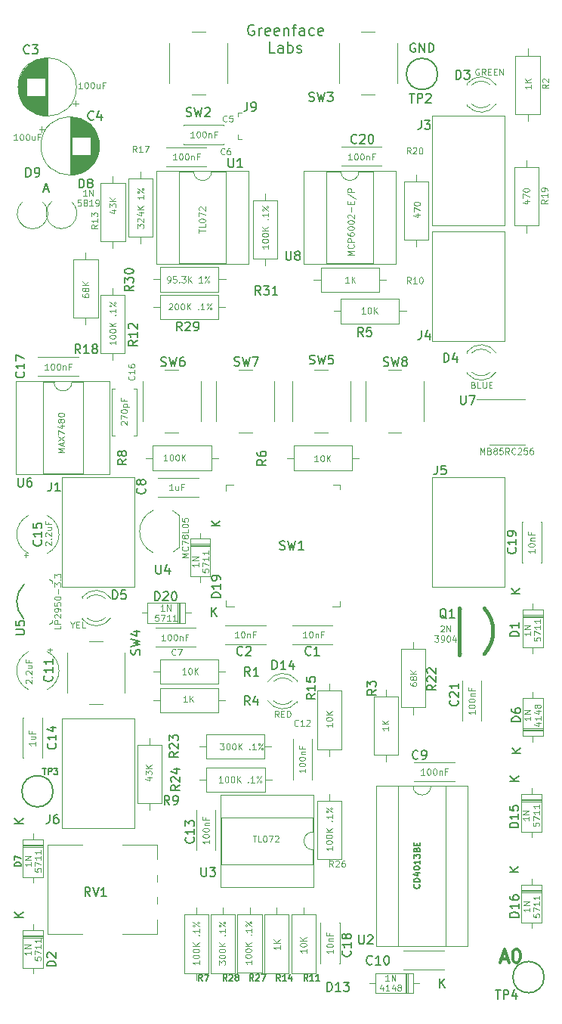
<source format=gbr>
%TF.GenerationSoftware,KiCad,Pcbnew,(6.0.1)*%
%TF.CreationDate,2023-10-15T19:47:41-07:00*%
%TF.ProjectId,Spankulator,5370616e-6b75-46c6-9174-6f722e6b6963,5.3*%
%TF.SameCoordinates,Original*%
%TF.FileFunction,Legend,Top*%
%TF.FilePolarity,Positive*%
%FSLAX46Y46*%
G04 Gerber Fmt 4.6, Leading zero omitted, Abs format (unit mm)*
G04 Created by KiCad (PCBNEW (6.0.1)) date 2023-10-15 19:47:41*
%MOMM*%
%LPD*%
G01*
G04 APERTURE LIST*
%ADD10C,0.400000*%
%ADD11C,0.150000*%
%ADD12C,0.120000*%
%ADD13C,0.300000*%
%ADD14C,0.200000*%
%ADD15C,0.100000*%
G04 APERTURE END LIST*
D10*
X107784864Y-110666516D02*
G75*
G03*
X107800000Y-105530000I-2795193J2576517D01*
G01*
X105000000Y-105475000D02*
X105000000Y-110700000D01*
D11*
X81957142Y-40234000D02*
X81842857Y-40176857D01*
X81671428Y-40176857D01*
X81500000Y-40234000D01*
X81385714Y-40348285D01*
X81328571Y-40462571D01*
X81271428Y-40691142D01*
X81271428Y-40862571D01*
X81328571Y-41091142D01*
X81385714Y-41205428D01*
X81500000Y-41319714D01*
X81671428Y-41376857D01*
X81785714Y-41376857D01*
X81957142Y-41319714D01*
X82014285Y-41262571D01*
X82014285Y-40862571D01*
X81785714Y-40862571D01*
X82528571Y-41376857D02*
X82528571Y-40576857D01*
X82528571Y-40805428D02*
X82585714Y-40691142D01*
X82642857Y-40634000D01*
X82757142Y-40576857D01*
X82871428Y-40576857D01*
X83728571Y-41319714D02*
X83614285Y-41376857D01*
X83385714Y-41376857D01*
X83271428Y-41319714D01*
X83214285Y-41205428D01*
X83214285Y-40748285D01*
X83271428Y-40634000D01*
X83385714Y-40576857D01*
X83614285Y-40576857D01*
X83728571Y-40634000D01*
X83785714Y-40748285D01*
X83785714Y-40862571D01*
X83214285Y-40976857D01*
X84757142Y-41319714D02*
X84642857Y-41376857D01*
X84414285Y-41376857D01*
X84300000Y-41319714D01*
X84242857Y-41205428D01*
X84242857Y-40748285D01*
X84300000Y-40634000D01*
X84414285Y-40576857D01*
X84642857Y-40576857D01*
X84757142Y-40634000D01*
X84814285Y-40748285D01*
X84814285Y-40862571D01*
X84242857Y-40976857D01*
X85328571Y-40576857D02*
X85328571Y-41376857D01*
X85328571Y-40691142D02*
X85385714Y-40634000D01*
X85500000Y-40576857D01*
X85671428Y-40576857D01*
X85785714Y-40634000D01*
X85842857Y-40748285D01*
X85842857Y-41376857D01*
X86242857Y-40576857D02*
X86700000Y-40576857D01*
X86414285Y-41376857D02*
X86414285Y-40348285D01*
X86471428Y-40234000D01*
X86585714Y-40176857D01*
X86700000Y-40176857D01*
X87614285Y-41376857D02*
X87614285Y-40748285D01*
X87557142Y-40634000D01*
X87442857Y-40576857D01*
X87214285Y-40576857D01*
X87100000Y-40634000D01*
X87614285Y-41319714D02*
X87500000Y-41376857D01*
X87214285Y-41376857D01*
X87100000Y-41319714D01*
X87042857Y-41205428D01*
X87042857Y-41091142D01*
X87100000Y-40976857D01*
X87214285Y-40919714D01*
X87500000Y-40919714D01*
X87614285Y-40862571D01*
X88700000Y-41319714D02*
X88585714Y-41376857D01*
X88357142Y-41376857D01*
X88242857Y-41319714D01*
X88185714Y-41262571D01*
X88128571Y-41148285D01*
X88128571Y-40805428D01*
X88185714Y-40691142D01*
X88242857Y-40634000D01*
X88357142Y-40576857D01*
X88585714Y-40576857D01*
X88700000Y-40634000D01*
X89671428Y-41319714D02*
X89557142Y-41376857D01*
X89328571Y-41376857D01*
X89214285Y-41319714D01*
X89157142Y-41205428D01*
X89157142Y-40748285D01*
X89214285Y-40634000D01*
X89328571Y-40576857D01*
X89557142Y-40576857D01*
X89671428Y-40634000D01*
X89728571Y-40748285D01*
X89728571Y-40862571D01*
X89157142Y-40976857D01*
X84300000Y-43308857D02*
X83728571Y-43308857D01*
X83728571Y-42108857D01*
X85214285Y-43308857D02*
X85214285Y-42680285D01*
X85157142Y-42566000D01*
X85042857Y-42508857D01*
X84814285Y-42508857D01*
X84700000Y-42566000D01*
X85214285Y-43251714D02*
X85100000Y-43308857D01*
X84814285Y-43308857D01*
X84700000Y-43251714D01*
X84642857Y-43137428D01*
X84642857Y-43023142D01*
X84700000Y-42908857D01*
X84814285Y-42851714D01*
X85100000Y-42851714D01*
X85214285Y-42794571D01*
X85785714Y-43308857D02*
X85785714Y-42108857D01*
X85785714Y-42566000D02*
X85900000Y-42508857D01*
X86128571Y-42508857D01*
X86242857Y-42566000D01*
X86300000Y-42623142D01*
X86357142Y-42737428D01*
X86357142Y-43080285D01*
X86300000Y-43194571D01*
X86242857Y-43251714D01*
X86128571Y-43308857D01*
X85900000Y-43308857D01*
X85785714Y-43251714D01*
X86814285Y-43251714D02*
X86928571Y-43308857D01*
X87157142Y-43308857D01*
X87271428Y-43251714D01*
X87328571Y-43137428D01*
X87328571Y-43080285D01*
X87271428Y-42966000D01*
X87157142Y-42908857D01*
X86985714Y-42908857D01*
X86871428Y-42851714D01*
X86814285Y-42737428D01*
X86814285Y-42680285D01*
X86871428Y-42566000D01*
X86985714Y-42508857D01*
X87157142Y-42508857D01*
X87271428Y-42566000D01*
D12*
X80260000Y-108796666D02*
X79860000Y-108796666D01*
X80060000Y-108796666D02*
X80060000Y-108096666D01*
X79993333Y-108196666D01*
X79926666Y-108263333D01*
X79860000Y-108296666D01*
X80693333Y-108096666D02*
X80760000Y-108096666D01*
X80826666Y-108130000D01*
X80860000Y-108163333D01*
X80893333Y-108230000D01*
X80926666Y-108363333D01*
X80926666Y-108530000D01*
X80893333Y-108663333D01*
X80860000Y-108730000D01*
X80826666Y-108763333D01*
X80760000Y-108796666D01*
X80693333Y-108796666D01*
X80626666Y-108763333D01*
X80593333Y-108730000D01*
X80560000Y-108663333D01*
X80526666Y-108530000D01*
X80526666Y-108363333D01*
X80560000Y-108230000D01*
X80593333Y-108163333D01*
X80626666Y-108130000D01*
X80693333Y-108096666D01*
X81226666Y-108330000D02*
X81226666Y-108796666D01*
X81226666Y-108396666D02*
X81260000Y-108363333D01*
X81326666Y-108330000D01*
X81426666Y-108330000D01*
X81493333Y-108363333D01*
X81526666Y-108430000D01*
X81526666Y-108796666D01*
X82093333Y-108430000D02*
X81860000Y-108430000D01*
X81860000Y-108796666D02*
X81860000Y-108096666D01*
X82193333Y-108096666D01*
X66476666Y-75583333D02*
X66476666Y-75983333D01*
X66476666Y-75783333D02*
X65776666Y-75783333D01*
X65876666Y-75850000D01*
X65943333Y-75916666D01*
X65976666Y-75983333D01*
X65776666Y-75150000D02*
X65776666Y-75083333D01*
X65810000Y-75016666D01*
X65843333Y-74983333D01*
X65910000Y-74950000D01*
X66043333Y-74916666D01*
X66210000Y-74916666D01*
X66343333Y-74950000D01*
X66410000Y-74983333D01*
X66443333Y-75016666D01*
X66476666Y-75083333D01*
X66476666Y-75150000D01*
X66443333Y-75216666D01*
X66410000Y-75250000D01*
X66343333Y-75283333D01*
X66210000Y-75316666D01*
X66043333Y-75316666D01*
X65910000Y-75283333D01*
X65843333Y-75250000D01*
X65810000Y-75216666D01*
X65776666Y-75150000D01*
X65776666Y-74483333D02*
X65776666Y-74416666D01*
X65810000Y-74350000D01*
X65843333Y-74316666D01*
X65910000Y-74283333D01*
X66043333Y-74250000D01*
X66210000Y-74250000D01*
X66343333Y-74283333D01*
X66410000Y-74316666D01*
X66443333Y-74350000D01*
X66476666Y-74416666D01*
X66476666Y-74483333D01*
X66443333Y-74550000D01*
X66410000Y-74583333D01*
X66343333Y-74616666D01*
X66210000Y-74650000D01*
X66043333Y-74650000D01*
X65910000Y-74616666D01*
X65843333Y-74583333D01*
X65810000Y-74550000D01*
X65776666Y-74483333D01*
X66476666Y-73950000D02*
X65776666Y-73950000D01*
X66476666Y-73550000D02*
X66076666Y-73850000D01*
X65776666Y-73550000D02*
X66176666Y-73950000D01*
X66410000Y-72716666D02*
X66443333Y-72683333D01*
X66476666Y-72716666D01*
X66443333Y-72750000D01*
X66410000Y-72716666D01*
X66476666Y-72716666D01*
X66476666Y-72016666D02*
X66476666Y-72416666D01*
X66476666Y-72216666D02*
X65776666Y-72216666D01*
X65876666Y-72283333D01*
X65943333Y-72350000D01*
X65976666Y-72416666D01*
X66476666Y-71750000D02*
X65776666Y-71216666D01*
X65776666Y-71650000D02*
X65810000Y-71583333D01*
X65876666Y-71550000D01*
X65943333Y-71583333D01*
X65976666Y-71650000D01*
X65943333Y-71716666D01*
X65876666Y-71750000D01*
X65810000Y-71716666D01*
X65776666Y-71650000D01*
X66443333Y-71250000D02*
X66376666Y-71216666D01*
X66310000Y-71250000D01*
X66276666Y-71316666D01*
X66310000Y-71383333D01*
X66376666Y-71416666D01*
X66443333Y-71383333D01*
X66476666Y-71316666D01*
X66443333Y-71250000D01*
X97113333Y-147223166D02*
X96713333Y-147223166D01*
X96913333Y-147223166D02*
X96913333Y-146523166D01*
X96846666Y-146623166D01*
X96780000Y-146689833D01*
X96713333Y-146723166D01*
X97413333Y-147223166D02*
X97413333Y-146523166D01*
X97813333Y-147223166D01*
X97813333Y-146523166D01*
X96413333Y-147883500D02*
X96413333Y-148350166D01*
X96246666Y-147616833D02*
X96080000Y-148116833D01*
X96513333Y-148116833D01*
X97146666Y-148350166D02*
X96746666Y-148350166D01*
X96946666Y-148350166D02*
X96946666Y-147650166D01*
X96880000Y-147750166D01*
X96813333Y-147816833D01*
X96746666Y-147850166D01*
X97746666Y-147883500D02*
X97746666Y-148350166D01*
X97580000Y-147616833D02*
X97413333Y-148116833D01*
X97846666Y-148116833D01*
X98213333Y-147950166D02*
X98146666Y-147916833D01*
X98113333Y-147883500D01*
X98080000Y-147816833D01*
X98080000Y-147783500D01*
X98113333Y-147716833D01*
X98146666Y-147683500D01*
X98213333Y-147650166D01*
X98346666Y-147650166D01*
X98413333Y-147683500D01*
X98446666Y-147716833D01*
X98480000Y-147783500D01*
X98480000Y-147816833D01*
X98446666Y-147883500D01*
X98413333Y-147916833D01*
X98346666Y-147950166D01*
X98213333Y-147950166D01*
X98146666Y-147983500D01*
X98113333Y-148016833D01*
X98080000Y-148083500D01*
X98080000Y-148216833D01*
X98113333Y-148283500D01*
X98146666Y-148316833D01*
X98213333Y-148350166D01*
X98346666Y-148350166D01*
X98413333Y-148316833D01*
X98446666Y-148283500D01*
X98480000Y-148216833D01*
X98480000Y-148083500D01*
X98446666Y-148016833D01*
X98413333Y-147983500D01*
X98346666Y-147950166D01*
X58633333Y-98456666D02*
X58600000Y-98423333D01*
X58566666Y-98356666D01*
X58566666Y-98190000D01*
X58600000Y-98123333D01*
X58633333Y-98090000D01*
X58700000Y-98056666D01*
X58766666Y-98056666D01*
X58866666Y-98090000D01*
X59266666Y-98490000D01*
X59266666Y-98056666D01*
X59200000Y-97756666D02*
X59233333Y-97723333D01*
X59266666Y-97756666D01*
X59233333Y-97790000D01*
X59200000Y-97756666D01*
X59266666Y-97756666D01*
X58633333Y-97456666D02*
X58600000Y-97423333D01*
X58566666Y-97356666D01*
X58566666Y-97190000D01*
X58600000Y-97123333D01*
X58633333Y-97090000D01*
X58700000Y-97056666D01*
X58766666Y-97056666D01*
X58866666Y-97090000D01*
X59266666Y-97490000D01*
X59266666Y-97056666D01*
X58800000Y-96456666D02*
X59266666Y-96456666D01*
X58800000Y-96756666D02*
X59166666Y-96756666D01*
X59233333Y-96723333D01*
X59266666Y-96656666D01*
X59266666Y-96556666D01*
X59233333Y-96490000D01*
X59200000Y-96456666D01*
X58900000Y-95890000D02*
X58900000Y-96123333D01*
X59266666Y-96123333D02*
X58566666Y-96123333D01*
X58566666Y-95790000D01*
X83576666Y-64843333D02*
X83576666Y-65243333D01*
X83576666Y-65043333D02*
X82876666Y-65043333D01*
X82976666Y-65110000D01*
X83043333Y-65176666D01*
X83076666Y-65243333D01*
X82876666Y-64410000D02*
X82876666Y-64343333D01*
X82910000Y-64276666D01*
X82943333Y-64243333D01*
X83010000Y-64210000D01*
X83143333Y-64176666D01*
X83310000Y-64176666D01*
X83443333Y-64210000D01*
X83510000Y-64243333D01*
X83543333Y-64276666D01*
X83576666Y-64343333D01*
X83576666Y-64410000D01*
X83543333Y-64476666D01*
X83510000Y-64510000D01*
X83443333Y-64543333D01*
X83310000Y-64576666D01*
X83143333Y-64576666D01*
X83010000Y-64543333D01*
X82943333Y-64510000D01*
X82910000Y-64476666D01*
X82876666Y-64410000D01*
X82876666Y-63743333D02*
X82876666Y-63676666D01*
X82910000Y-63610000D01*
X82943333Y-63576666D01*
X83010000Y-63543333D01*
X83143333Y-63510000D01*
X83310000Y-63510000D01*
X83443333Y-63543333D01*
X83510000Y-63576666D01*
X83543333Y-63610000D01*
X83576666Y-63676666D01*
X83576666Y-63743333D01*
X83543333Y-63810000D01*
X83510000Y-63843333D01*
X83443333Y-63876666D01*
X83310000Y-63910000D01*
X83143333Y-63910000D01*
X83010000Y-63876666D01*
X82943333Y-63843333D01*
X82910000Y-63810000D01*
X82876666Y-63743333D01*
X83576666Y-63210000D02*
X82876666Y-63210000D01*
X83576666Y-62810000D02*
X83176666Y-63110000D01*
X82876666Y-62810000D02*
X83276666Y-63210000D01*
X83510000Y-61976666D02*
X83543333Y-61943333D01*
X83576666Y-61976666D01*
X83543333Y-62010000D01*
X83510000Y-61976666D01*
X83576666Y-61976666D01*
X83576666Y-61276666D02*
X83576666Y-61676666D01*
X83576666Y-61476666D02*
X82876666Y-61476666D01*
X82976666Y-61543333D01*
X83043333Y-61610000D01*
X83076666Y-61676666D01*
X83576666Y-61010000D02*
X82876666Y-60476666D01*
X82876666Y-60910000D02*
X82910000Y-60843333D01*
X82976666Y-60810000D01*
X83043333Y-60843333D01*
X83076666Y-60910000D01*
X83043333Y-60976666D01*
X82976666Y-61010000D01*
X82910000Y-60976666D01*
X82876666Y-60910000D01*
X83543333Y-60510000D02*
X83476666Y-60476666D01*
X83410000Y-60510000D01*
X83376666Y-60576666D01*
X83410000Y-60643333D01*
X83476666Y-60676666D01*
X83543333Y-60643333D01*
X83576666Y-60576666D01*
X83543333Y-60510000D01*
X90756666Y-118383333D02*
X90756666Y-118783333D01*
X90756666Y-118583333D02*
X90056666Y-118583333D01*
X90156666Y-118650000D01*
X90223333Y-118716666D01*
X90256666Y-118783333D01*
X90056666Y-117950000D02*
X90056666Y-117883333D01*
X90090000Y-117816666D01*
X90123333Y-117783333D01*
X90190000Y-117750000D01*
X90323333Y-117716666D01*
X90490000Y-117716666D01*
X90623333Y-117750000D01*
X90690000Y-117783333D01*
X90723333Y-117816666D01*
X90756666Y-117883333D01*
X90756666Y-117950000D01*
X90723333Y-118016666D01*
X90690000Y-118050000D01*
X90623333Y-118083333D01*
X90490000Y-118116666D01*
X90323333Y-118116666D01*
X90190000Y-118083333D01*
X90123333Y-118050000D01*
X90090000Y-118016666D01*
X90056666Y-117950000D01*
X90756666Y-117416666D02*
X90056666Y-117416666D01*
X90756666Y-117016666D02*
X90356666Y-117316666D01*
X90056666Y-117016666D02*
X90456666Y-117416666D01*
X74596666Y-99840000D02*
X73896666Y-99840000D01*
X74396666Y-99606666D01*
X73896666Y-99373333D01*
X74596666Y-99373333D01*
X74530000Y-98640000D02*
X74563333Y-98673333D01*
X74596666Y-98773333D01*
X74596666Y-98840000D01*
X74563333Y-98940000D01*
X74496666Y-99006666D01*
X74430000Y-99040000D01*
X74296666Y-99073333D01*
X74196666Y-99073333D01*
X74063333Y-99040000D01*
X73996666Y-99006666D01*
X73930000Y-98940000D01*
X73896666Y-98840000D01*
X73896666Y-98773333D01*
X73930000Y-98673333D01*
X73963333Y-98640000D01*
X73896666Y-98406666D02*
X73896666Y-97940000D01*
X74596666Y-98240000D01*
X74196666Y-97573333D02*
X74163333Y-97640000D01*
X74130000Y-97673333D01*
X74063333Y-97706666D01*
X74030000Y-97706666D01*
X73963333Y-97673333D01*
X73930000Y-97640000D01*
X73896666Y-97573333D01*
X73896666Y-97440000D01*
X73930000Y-97373333D01*
X73963333Y-97340000D01*
X74030000Y-97306666D01*
X74063333Y-97306666D01*
X74130000Y-97340000D01*
X74163333Y-97373333D01*
X74196666Y-97440000D01*
X74196666Y-97573333D01*
X74230000Y-97640000D01*
X74263333Y-97673333D01*
X74330000Y-97706666D01*
X74463333Y-97706666D01*
X74530000Y-97673333D01*
X74563333Y-97640000D01*
X74596666Y-97573333D01*
X74596666Y-97440000D01*
X74563333Y-97373333D01*
X74530000Y-97340000D01*
X74463333Y-97306666D01*
X74330000Y-97306666D01*
X74263333Y-97340000D01*
X74230000Y-97373333D01*
X74196666Y-97440000D01*
X74596666Y-96673333D02*
X74596666Y-97006666D01*
X73896666Y-97006666D01*
X73896666Y-96306666D02*
X73896666Y-96240000D01*
X73930000Y-96173333D01*
X73963333Y-96140000D01*
X74030000Y-96106666D01*
X74163333Y-96073333D01*
X74330000Y-96073333D01*
X74463333Y-96106666D01*
X74530000Y-96140000D01*
X74563333Y-96173333D01*
X74596666Y-96240000D01*
X74596666Y-96306666D01*
X74563333Y-96373333D01*
X74530000Y-96406666D01*
X74463333Y-96440000D01*
X74330000Y-96473333D01*
X74163333Y-96473333D01*
X74030000Y-96440000D01*
X73963333Y-96406666D01*
X73930000Y-96373333D01*
X73896666Y-96306666D01*
X73896666Y-95440000D02*
X73896666Y-95773333D01*
X74230000Y-95806666D01*
X74196666Y-95773333D01*
X74163333Y-95706666D01*
X74163333Y-95540000D01*
X74196666Y-95473333D01*
X74230000Y-95440000D01*
X74296666Y-95406666D01*
X74463333Y-95406666D01*
X74530000Y-95440000D01*
X74563333Y-95473333D01*
X74596666Y-95540000D01*
X74596666Y-95706666D01*
X74563333Y-95773333D01*
X74530000Y-95806666D01*
X56983166Y-133966666D02*
X56983166Y-134366666D01*
X56983166Y-134166666D02*
X56283166Y-134166666D01*
X56383166Y-134233333D01*
X56449833Y-134300000D01*
X56483166Y-134366666D01*
X56983166Y-133666666D02*
X56283166Y-133666666D01*
X56983166Y-133266666D01*
X56283166Y-133266666D01*
X57410166Y-134633333D02*
X57410166Y-134966666D01*
X57743500Y-135000000D01*
X57710166Y-134966666D01*
X57676833Y-134900000D01*
X57676833Y-134733333D01*
X57710166Y-134666666D01*
X57743500Y-134633333D01*
X57810166Y-134600000D01*
X57976833Y-134600000D01*
X58043500Y-134633333D01*
X58076833Y-134666666D01*
X58110166Y-134733333D01*
X58110166Y-134900000D01*
X58076833Y-134966666D01*
X58043500Y-135000000D01*
X57410166Y-134366666D02*
X57410166Y-133900000D01*
X58110166Y-134200000D01*
X58110166Y-133266666D02*
X58110166Y-133666666D01*
X58110166Y-133466666D02*
X57410166Y-133466666D01*
X57510166Y-133533333D01*
X57576833Y-133600000D01*
X57610166Y-133666666D01*
X58110166Y-132600000D02*
X58110166Y-133000000D01*
X58110166Y-132800000D02*
X57410166Y-132800000D01*
X57510166Y-132866666D01*
X57576833Y-132933333D01*
X57610166Y-133000000D01*
X101106666Y-124166666D02*
X100706666Y-124166666D01*
X100906666Y-124166666D02*
X100906666Y-123466666D01*
X100840000Y-123566666D01*
X100773333Y-123633333D01*
X100706666Y-123666666D01*
X101540000Y-123466666D02*
X101606666Y-123466666D01*
X101673333Y-123500000D01*
X101706666Y-123533333D01*
X101740000Y-123600000D01*
X101773333Y-123733333D01*
X101773333Y-123900000D01*
X101740000Y-124033333D01*
X101706666Y-124100000D01*
X101673333Y-124133333D01*
X101606666Y-124166666D01*
X101540000Y-124166666D01*
X101473333Y-124133333D01*
X101440000Y-124100000D01*
X101406666Y-124033333D01*
X101373333Y-123900000D01*
X101373333Y-123733333D01*
X101406666Y-123600000D01*
X101440000Y-123533333D01*
X101473333Y-123500000D01*
X101540000Y-123466666D01*
X102206666Y-123466666D02*
X102273333Y-123466666D01*
X102340000Y-123500000D01*
X102373333Y-123533333D01*
X102406666Y-123600000D01*
X102440000Y-123733333D01*
X102440000Y-123900000D01*
X102406666Y-124033333D01*
X102373333Y-124100000D01*
X102340000Y-124133333D01*
X102273333Y-124166666D01*
X102206666Y-124166666D01*
X102140000Y-124133333D01*
X102106666Y-124100000D01*
X102073333Y-124033333D01*
X102040000Y-123900000D01*
X102040000Y-123733333D01*
X102073333Y-123600000D01*
X102106666Y-123533333D01*
X102140000Y-123500000D01*
X102206666Y-123466666D01*
X102740000Y-123700000D02*
X102740000Y-124166666D01*
X102740000Y-123766666D02*
X102773333Y-123733333D01*
X102840000Y-123700000D01*
X102940000Y-123700000D01*
X103006666Y-123733333D01*
X103040000Y-123800000D01*
X103040000Y-124166666D01*
X103606666Y-123800000D02*
X103373333Y-123800000D01*
X103373333Y-124166666D02*
X103373333Y-123466666D01*
X103706666Y-123466666D01*
X84886666Y-143290000D02*
X84886666Y-143690000D01*
X84886666Y-143490000D02*
X84186666Y-143490000D01*
X84286666Y-143556666D01*
X84353333Y-143623333D01*
X84386666Y-143690000D01*
X84886666Y-142990000D02*
X84186666Y-142990000D01*
X84886666Y-142590000D02*
X84486666Y-142890000D01*
X84186666Y-142590000D02*
X84586666Y-142990000D01*
X60306666Y-107483333D02*
X60306666Y-107816666D01*
X59606666Y-107816666D01*
X60306666Y-107250000D02*
X59606666Y-107250000D01*
X59606666Y-106983333D01*
X59640000Y-106916666D01*
X59673333Y-106883333D01*
X59740000Y-106850000D01*
X59840000Y-106850000D01*
X59906666Y-106883333D01*
X59940000Y-106916666D01*
X59973333Y-106983333D01*
X59973333Y-107250000D01*
X59673333Y-106583333D02*
X59640000Y-106550000D01*
X59606666Y-106483333D01*
X59606666Y-106316666D01*
X59640000Y-106250000D01*
X59673333Y-106216666D01*
X59740000Y-106183333D01*
X59806666Y-106183333D01*
X59906666Y-106216666D01*
X60306666Y-106616666D01*
X60306666Y-106183333D01*
X60306666Y-105850000D02*
X60306666Y-105716666D01*
X60273333Y-105650000D01*
X60240000Y-105616666D01*
X60140000Y-105550000D01*
X60006666Y-105516666D01*
X59740000Y-105516666D01*
X59673333Y-105550000D01*
X59640000Y-105583333D01*
X59606666Y-105650000D01*
X59606666Y-105783333D01*
X59640000Y-105850000D01*
X59673333Y-105883333D01*
X59740000Y-105916666D01*
X59906666Y-105916666D01*
X59973333Y-105883333D01*
X60006666Y-105850000D01*
X60040000Y-105783333D01*
X60040000Y-105650000D01*
X60006666Y-105583333D01*
X59973333Y-105550000D01*
X59906666Y-105516666D01*
X59606666Y-104883333D02*
X59606666Y-105216666D01*
X59940000Y-105250000D01*
X59906666Y-105216666D01*
X59873333Y-105150000D01*
X59873333Y-104983333D01*
X59906666Y-104916666D01*
X59940000Y-104883333D01*
X60006666Y-104850000D01*
X60173333Y-104850000D01*
X60240000Y-104883333D01*
X60273333Y-104916666D01*
X60306666Y-104983333D01*
X60306666Y-105150000D01*
X60273333Y-105216666D01*
X60240000Y-105250000D01*
X59606666Y-104416666D02*
X59606666Y-104350000D01*
X59640000Y-104283333D01*
X59673333Y-104250000D01*
X59740000Y-104216666D01*
X59873333Y-104183333D01*
X60040000Y-104183333D01*
X60173333Y-104216666D01*
X60240000Y-104250000D01*
X60273333Y-104283333D01*
X60306666Y-104350000D01*
X60306666Y-104416666D01*
X60273333Y-104483333D01*
X60240000Y-104516666D01*
X60173333Y-104550000D01*
X60040000Y-104583333D01*
X59873333Y-104583333D01*
X59740000Y-104550000D01*
X59673333Y-104516666D01*
X59640000Y-104483333D01*
X59606666Y-104416666D01*
X60040000Y-103883333D02*
X60040000Y-103350000D01*
X59606666Y-103083333D02*
X59606666Y-102650000D01*
X59873333Y-102883333D01*
X59873333Y-102783333D01*
X59906666Y-102716666D01*
X59940000Y-102683333D01*
X60006666Y-102650000D01*
X60173333Y-102650000D01*
X60240000Y-102683333D01*
X60273333Y-102716666D01*
X60306666Y-102783333D01*
X60306666Y-102983333D01*
X60273333Y-103050000D01*
X60240000Y-103083333D01*
X60240000Y-102350000D02*
X60273333Y-102316666D01*
X60306666Y-102350000D01*
X60273333Y-102383333D01*
X60240000Y-102350000D01*
X60306666Y-102350000D01*
X59606666Y-102083333D02*
X59606666Y-101650000D01*
X59873333Y-101883333D01*
X59873333Y-101783333D01*
X59906666Y-101716666D01*
X59940000Y-101683333D01*
X60006666Y-101650000D01*
X60173333Y-101650000D01*
X60240000Y-101683333D01*
X60273333Y-101716666D01*
X60306666Y-101783333D01*
X60306666Y-101983333D01*
X60273333Y-102050000D01*
X60240000Y-102083333D01*
X66030000Y-60960000D02*
X66496666Y-60960000D01*
X65763333Y-61126666D02*
X66263333Y-61293333D01*
X66263333Y-60860000D01*
X65796666Y-60660000D02*
X65796666Y-60226666D01*
X66063333Y-60460000D01*
X66063333Y-60360000D01*
X66096666Y-60293333D01*
X66130000Y-60260000D01*
X66196666Y-60226666D01*
X66363333Y-60226666D01*
X66430000Y-60260000D01*
X66463333Y-60293333D01*
X66496666Y-60360000D01*
X66496666Y-60560000D01*
X66463333Y-60626666D01*
X66430000Y-60660000D01*
X66496666Y-59926666D02*
X65796666Y-59926666D01*
X66496666Y-59526666D02*
X66096666Y-59826666D01*
X65796666Y-59526666D02*
X66196666Y-59926666D01*
X57446666Y-120476666D02*
X57446666Y-120876666D01*
X57446666Y-120676666D02*
X56746666Y-120676666D01*
X56846666Y-120743333D01*
X56913333Y-120810000D01*
X56946666Y-120876666D01*
X56980000Y-119876666D02*
X57446666Y-119876666D01*
X56980000Y-120176666D02*
X57346666Y-120176666D01*
X57413333Y-120143333D01*
X57446666Y-120076666D01*
X57446666Y-119976666D01*
X57413333Y-119910000D01*
X57380000Y-119876666D01*
X57080000Y-119310000D02*
X57080000Y-119543333D01*
X57446666Y-119543333D02*
X56746666Y-119543333D01*
X56746666Y-119210000D01*
X58936666Y-78816666D02*
X58536666Y-78816666D01*
X58736666Y-78816666D02*
X58736666Y-78116666D01*
X58670000Y-78216666D01*
X58603333Y-78283333D01*
X58536666Y-78316666D01*
X59370000Y-78116666D02*
X59436666Y-78116666D01*
X59503333Y-78150000D01*
X59536666Y-78183333D01*
X59570000Y-78250000D01*
X59603333Y-78383333D01*
X59603333Y-78550000D01*
X59570000Y-78683333D01*
X59536666Y-78750000D01*
X59503333Y-78783333D01*
X59436666Y-78816666D01*
X59370000Y-78816666D01*
X59303333Y-78783333D01*
X59270000Y-78750000D01*
X59236666Y-78683333D01*
X59203333Y-78550000D01*
X59203333Y-78383333D01*
X59236666Y-78250000D01*
X59270000Y-78183333D01*
X59303333Y-78150000D01*
X59370000Y-78116666D01*
X60036666Y-78116666D02*
X60103333Y-78116666D01*
X60170000Y-78150000D01*
X60203333Y-78183333D01*
X60236666Y-78250000D01*
X60270000Y-78383333D01*
X60270000Y-78550000D01*
X60236666Y-78683333D01*
X60203333Y-78750000D01*
X60170000Y-78783333D01*
X60103333Y-78816666D01*
X60036666Y-78816666D01*
X59970000Y-78783333D01*
X59936666Y-78750000D01*
X59903333Y-78683333D01*
X59870000Y-78550000D01*
X59870000Y-78383333D01*
X59903333Y-78250000D01*
X59936666Y-78183333D01*
X59970000Y-78150000D01*
X60036666Y-78116666D01*
X60570000Y-78350000D02*
X60570000Y-78816666D01*
X60570000Y-78416666D02*
X60603333Y-78383333D01*
X60670000Y-78350000D01*
X60770000Y-78350000D01*
X60836666Y-78383333D01*
X60870000Y-78450000D01*
X60870000Y-78816666D01*
X61436666Y-78450000D02*
X61203333Y-78450000D01*
X61203333Y-78816666D02*
X61203333Y-78116666D01*
X61536666Y-78116666D01*
X90746666Y-132193333D02*
X90746666Y-132593333D01*
X90746666Y-132393333D02*
X90046666Y-132393333D01*
X90146666Y-132460000D01*
X90213333Y-132526666D01*
X90246666Y-132593333D01*
X90046666Y-131760000D02*
X90046666Y-131693333D01*
X90080000Y-131626666D01*
X90113333Y-131593333D01*
X90180000Y-131560000D01*
X90313333Y-131526666D01*
X90480000Y-131526666D01*
X90613333Y-131560000D01*
X90680000Y-131593333D01*
X90713333Y-131626666D01*
X90746666Y-131693333D01*
X90746666Y-131760000D01*
X90713333Y-131826666D01*
X90680000Y-131860000D01*
X90613333Y-131893333D01*
X90480000Y-131926666D01*
X90313333Y-131926666D01*
X90180000Y-131893333D01*
X90113333Y-131860000D01*
X90080000Y-131826666D01*
X90046666Y-131760000D01*
X90046666Y-131093333D02*
X90046666Y-131026666D01*
X90080000Y-130960000D01*
X90113333Y-130926666D01*
X90180000Y-130893333D01*
X90313333Y-130860000D01*
X90480000Y-130860000D01*
X90613333Y-130893333D01*
X90680000Y-130926666D01*
X90713333Y-130960000D01*
X90746666Y-131026666D01*
X90746666Y-131093333D01*
X90713333Y-131160000D01*
X90680000Y-131193333D01*
X90613333Y-131226666D01*
X90480000Y-131260000D01*
X90313333Y-131260000D01*
X90180000Y-131226666D01*
X90113333Y-131193333D01*
X90080000Y-131160000D01*
X90046666Y-131093333D01*
X90746666Y-130560000D02*
X90046666Y-130560000D01*
X90746666Y-130160000D02*
X90346666Y-130460000D01*
X90046666Y-130160000D02*
X90446666Y-130560000D01*
X90680000Y-129326666D02*
X90713333Y-129293333D01*
X90746666Y-129326666D01*
X90713333Y-129360000D01*
X90680000Y-129326666D01*
X90746666Y-129326666D01*
X90746666Y-128626666D02*
X90746666Y-129026666D01*
X90746666Y-128826666D02*
X90046666Y-128826666D01*
X90146666Y-128893333D01*
X90213333Y-128960000D01*
X90246666Y-129026666D01*
X90746666Y-128360000D02*
X90046666Y-127826666D01*
X90046666Y-128260000D02*
X90080000Y-128193333D01*
X90146666Y-128160000D01*
X90213333Y-128193333D01*
X90246666Y-128260000D01*
X90213333Y-128326666D01*
X90146666Y-128360000D01*
X90080000Y-128326666D01*
X90046666Y-128260000D01*
X90713333Y-127860000D02*
X90646666Y-127826666D01*
X90580000Y-127860000D01*
X90546666Y-127926666D01*
X90580000Y-127993333D01*
X90646666Y-128026666D01*
X90713333Y-127993333D01*
X90746666Y-127926666D01*
X90713333Y-127860000D01*
X89166666Y-89076666D02*
X88766666Y-89076666D01*
X88966666Y-89076666D02*
X88966666Y-88376666D01*
X88900000Y-88476666D01*
X88833333Y-88543333D01*
X88766666Y-88576666D01*
X89600000Y-88376666D02*
X89666666Y-88376666D01*
X89733333Y-88410000D01*
X89766666Y-88443333D01*
X89800000Y-88510000D01*
X89833333Y-88643333D01*
X89833333Y-88810000D01*
X89800000Y-88943333D01*
X89766666Y-89010000D01*
X89733333Y-89043333D01*
X89666666Y-89076666D01*
X89600000Y-89076666D01*
X89533333Y-89043333D01*
X89500000Y-89010000D01*
X89466666Y-88943333D01*
X89433333Y-88810000D01*
X89433333Y-88643333D01*
X89466666Y-88510000D01*
X89500000Y-88443333D01*
X89533333Y-88410000D01*
X89600000Y-88376666D01*
X90133333Y-89076666D02*
X90133333Y-88376666D01*
X90533333Y-89076666D02*
X90233333Y-88676666D01*
X90533333Y-88376666D02*
X90133333Y-88776666D01*
X72436666Y-71453333D02*
X72470000Y-71420000D01*
X72536666Y-71386666D01*
X72703333Y-71386666D01*
X72770000Y-71420000D01*
X72803333Y-71453333D01*
X72836666Y-71520000D01*
X72836666Y-71586666D01*
X72803333Y-71686666D01*
X72403333Y-72086666D01*
X72836666Y-72086666D01*
X73270000Y-71386666D02*
X73336666Y-71386666D01*
X73403333Y-71420000D01*
X73436666Y-71453333D01*
X73470000Y-71520000D01*
X73503333Y-71653333D01*
X73503333Y-71820000D01*
X73470000Y-71953333D01*
X73436666Y-72020000D01*
X73403333Y-72053333D01*
X73336666Y-72086666D01*
X73270000Y-72086666D01*
X73203333Y-72053333D01*
X73170000Y-72020000D01*
X73136666Y-71953333D01*
X73103333Y-71820000D01*
X73103333Y-71653333D01*
X73136666Y-71520000D01*
X73170000Y-71453333D01*
X73203333Y-71420000D01*
X73270000Y-71386666D01*
X73936666Y-71386666D02*
X74003333Y-71386666D01*
X74070000Y-71420000D01*
X74103333Y-71453333D01*
X74136666Y-71520000D01*
X74170000Y-71653333D01*
X74170000Y-71820000D01*
X74136666Y-71953333D01*
X74103333Y-72020000D01*
X74070000Y-72053333D01*
X74003333Y-72086666D01*
X73936666Y-72086666D01*
X73870000Y-72053333D01*
X73836666Y-72020000D01*
X73803333Y-71953333D01*
X73770000Y-71820000D01*
X73770000Y-71653333D01*
X73803333Y-71520000D01*
X73836666Y-71453333D01*
X73870000Y-71420000D01*
X73936666Y-71386666D01*
X74470000Y-72086666D02*
X74470000Y-71386666D01*
X74870000Y-72086666D02*
X74570000Y-71686666D01*
X74870000Y-71386666D02*
X74470000Y-71786666D01*
X75703333Y-72020000D02*
X75736666Y-72053333D01*
X75703333Y-72086666D01*
X75670000Y-72053333D01*
X75703333Y-72020000D01*
X75703333Y-72086666D01*
X76403333Y-72086666D02*
X76003333Y-72086666D01*
X76203333Y-72086666D02*
X76203333Y-71386666D01*
X76136666Y-71486666D01*
X76070000Y-71553333D01*
X76003333Y-71586666D01*
X76670000Y-72086666D02*
X77203333Y-71386666D01*
X76770000Y-71386666D02*
X76836666Y-71420000D01*
X76870000Y-71486666D01*
X76836666Y-71553333D01*
X76770000Y-71586666D01*
X76703333Y-71553333D01*
X76670000Y-71486666D01*
X76703333Y-71420000D01*
X76770000Y-71386666D01*
X77170000Y-72053333D02*
X77203333Y-71986666D01*
X77170000Y-71920000D01*
X77103333Y-71886666D01*
X77036666Y-71920000D01*
X77003333Y-71986666D01*
X77036666Y-72053333D01*
X77103333Y-72086666D01*
X77170000Y-72053333D01*
X81826666Y-130976666D02*
X82226666Y-130976666D01*
X82026666Y-131676666D02*
X82026666Y-130976666D01*
X82793333Y-131676666D02*
X82460000Y-131676666D01*
X82460000Y-130976666D01*
X83160000Y-130976666D02*
X83226666Y-130976666D01*
X83293333Y-131010000D01*
X83326666Y-131043333D01*
X83360000Y-131110000D01*
X83393333Y-131243333D01*
X83393333Y-131410000D01*
X83360000Y-131543333D01*
X83326666Y-131610000D01*
X83293333Y-131643333D01*
X83226666Y-131676666D01*
X83160000Y-131676666D01*
X83093333Y-131643333D01*
X83060000Y-131610000D01*
X83026666Y-131543333D01*
X82993333Y-131410000D01*
X82993333Y-131243333D01*
X83026666Y-131110000D01*
X83060000Y-131043333D01*
X83093333Y-131010000D01*
X83160000Y-130976666D01*
X83626666Y-130976666D02*
X84093333Y-130976666D01*
X83793333Y-131676666D01*
X84326666Y-131043333D02*
X84360000Y-131010000D01*
X84426666Y-130976666D01*
X84593333Y-130976666D01*
X84660000Y-131010000D01*
X84693333Y-131043333D01*
X84726666Y-131110000D01*
X84726666Y-131176666D01*
X84693333Y-131276666D01*
X84293333Y-131676666D01*
X84726666Y-131676666D01*
X56453333Y-113906666D02*
X56420000Y-113873333D01*
X56386666Y-113806666D01*
X56386666Y-113640000D01*
X56420000Y-113573333D01*
X56453333Y-113540000D01*
X56520000Y-113506666D01*
X56586666Y-113506666D01*
X56686666Y-113540000D01*
X57086666Y-113940000D01*
X57086666Y-113506666D01*
X57020000Y-113206666D02*
X57053333Y-113173333D01*
X57086666Y-113206666D01*
X57053333Y-113240000D01*
X57020000Y-113206666D01*
X57086666Y-113206666D01*
X56453333Y-112906666D02*
X56420000Y-112873333D01*
X56386666Y-112806666D01*
X56386666Y-112640000D01*
X56420000Y-112573333D01*
X56453333Y-112540000D01*
X56520000Y-112506666D01*
X56586666Y-112506666D01*
X56686666Y-112540000D01*
X57086666Y-112940000D01*
X57086666Y-112506666D01*
X56620000Y-111906666D02*
X57086666Y-111906666D01*
X56620000Y-112206666D02*
X56986666Y-112206666D01*
X57053333Y-112173333D01*
X57086666Y-112106666D01*
X57086666Y-112006666D01*
X57053333Y-111940000D01*
X57020000Y-111906666D01*
X56720000Y-111340000D02*
X56720000Y-111573333D01*
X57086666Y-111573333D02*
X56386666Y-111573333D01*
X56386666Y-111240000D01*
X72293333Y-69056666D02*
X72426666Y-69056666D01*
X72493333Y-69023333D01*
X72526666Y-68990000D01*
X72593333Y-68890000D01*
X72626666Y-68756666D01*
X72626666Y-68490000D01*
X72593333Y-68423333D01*
X72560000Y-68390000D01*
X72493333Y-68356666D01*
X72360000Y-68356666D01*
X72293333Y-68390000D01*
X72260000Y-68423333D01*
X72226666Y-68490000D01*
X72226666Y-68656666D01*
X72260000Y-68723333D01*
X72293333Y-68756666D01*
X72360000Y-68790000D01*
X72493333Y-68790000D01*
X72560000Y-68756666D01*
X72593333Y-68723333D01*
X72626666Y-68656666D01*
X73260000Y-68356666D02*
X72926666Y-68356666D01*
X72893333Y-68690000D01*
X72926666Y-68656666D01*
X72993333Y-68623333D01*
X73160000Y-68623333D01*
X73226666Y-68656666D01*
X73260000Y-68690000D01*
X73293333Y-68756666D01*
X73293333Y-68923333D01*
X73260000Y-68990000D01*
X73226666Y-69023333D01*
X73160000Y-69056666D01*
X72993333Y-69056666D01*
X72926666Y-69023333D01*
X72893333Y-68990000D01*
X73593333Y-68990000D02*
X73626666Y-69023333D01*
X73593333Y-69056666D01*
X73560000Y-69023333D01*
X73593333Y-68990000D01*
X73593333Y-69056666D01*
X73860000Y-68356666D02*
X74293333Y-68356666D01*
X74060000Y-68623333D01*
X74160000Y-68623333D01*
X74226666Y-68656666D01*
X74260000Y-68690000D01*
X74293333Y-68756666D01*
X74293333Y-68923333D01*
X74260000Y-68990000D01*
X74226666Y-69023333D01*
X74160000Y-69056666D01*
X73960000Y-69056666D01*
X73893333Y-69023333D01*
X73860000Y-68990000D01*
X74593333Y-69056666D02*
X74593333Y-68356666D01*
X74993333Y-69056666D02*
X74693333Y-68656666D01*
X74993333Y-68356666D02*
X74593333Y-68756666D01*
X76193333Y-69056666D02*
X75793333Y-69056666D01*
X75993333Y-69056666D02*
X75993333Y-68356666D01*
X75926666Y-68456666D01*
X75860000Y-68523333D01*
X75793333Y-68556666D01*
X76460000Y-69056666D02*
X76993333Y-68356666D01*
X76560000Y-68356666D02*
X76626666Y-68390000D01*
X76660000Y-68456666D01*
X76626666Y-68523333D01*
X76560000Y-68556666D01*
X76493333Y-68523333D01*
X76460000Y-68456666D01*
X76493333Y-68390000D01*
X76560000Y-68356666D01*
X76960000Y-69023333D02*
X76993333Y-68956666D01*
X76960000Y-68890000D01*
X76893333Y-68856666D01*
X76826666Y-68890000D01*
X76793333Y-68956666D01*
X76826666Y-69023333D01*
X76893333Y-69056666D01*
X76960000Y-69023333D01*
X70040000Y-124450000D02*
X70506666Y-124450000D01*
X69773333Y-124616666D02*
X70273333Y-124783333D01*
X70273333Y-124350000D01*
X69806666Y-124150000D02*
X69806666Y-123716666D01*
X70073333Y-123950000D01*
X70073333Y-123850000D01*
X70106666Y-123783333D01*
X70140000Y-123750000D01*
X70206666Y-123716666D01*
X70373333Y-123716666D01*
X70440000Y-123750000D01*
X70473333Y-123783333D01*
X70506666Y-123850000D01*
X70506666Y-124050000D01*
X70473333Y-124116666D01*
X70440000Y-124150000D01*
X70506666Y-123416666D02*
X69806666Y-123416666D01*
X70506666Y-123016666D02*
X70106666Y-123316666D01*
X69806666Y-123016666D02*
X70206666Y-123416666D01*
X60706666Y-88080000D02*
X60006666Y-88080000D01*
X60506666Y-87846666D01*
X60006666Y-87613333D01*
X60706666Y-87613333D01*
X60506666Y-87313333D02*
X60506666Y-86980000D01*
X60706666Y-87380000D02*
X60006666Y-87146666D01*
X60706666Y-86913333D01*
X60006666Y-86746666D02*
X60706666Y-86280000D01*
X60006666Y-86280000D02*
X60706666Y-86746666D01*
X60006666Y-86080000D02*
X60006666Y-85613333D01*
X60706666Y-85913333D01*
X60240000Y-85046666D02*
X60706666Y-85046666D01*
X59973333Y-85213333D02*
X60473333Y-85380000D01*
X60473333Y-84946666D01*
X60306666Y-84580000D02*
X60273333Y-84646666D01*
X60240000Y-84680000D01*
X60173333Y-84713333D01*
X60140000Y-84713333D01*
X60073333Y-84680000D01*
X60040000Y-84646666D01*
X60006666Y-84580000D01*
X60006666Y-84446666D01*
X60040000Y-84380000D01*
X60073333Y-84346666D01*
X60140000Y-84313333D01*
X60173333Y-84313333D01*
X60240000Y-84346666D01*
X60273333Y-84380000D01*
X60306666Y-84446666D01*
X60306666Y-84580000D01*
X60340000Y-84646666D01*
X60373333Y-84680000D01*
X60440000Y-84713333D01*
X60573333Y-84713333D01*
X60640000Y-84680000D01*
X60673333Y-84646666D01*
X60706666Y-84580000D01*
X60706666Y-84446666D01*
X60673333Y-84380000D01*
X60640000Y-84346666D01*
X60573333Y-84313333D01*
X60440000Y-84313333D01*
X60373333Y-84346666D01*
X60340000Y-84380000D01*
X60306666Y-84446666D01*
X60006666Y-83880000D02*
X60006666Y-83813333D01*
X60040000Y-83746666D01*
X60073333Y-83713333D01*
X60140000Y-83680000D01*
X60273333Y-83646666D01*
X60440000Y-83646666D01*
X60573333Y-83680000D01*
X60640000Y-83713333D01*
X60673333Y-83746666D01*
X60706666Y-83813333D01*
X60706666Y-83880000D01*
X60673333Y-83946666D01*
X60640000Y-83980000D01*
X60573333Y-84013333D01*
X60440000Y-84046666D01*
X60273333Y-84046666D01*
X60140000Y-84013333D01*
X60073333Y-83980000D01*
X60040000Y-83946666D01*
X60006666Y-83880000D01*
X67123333Y-84983333D02*
X67090000Y-84950000D01*
X67056666Y-84883333D01*
X67056666Y-84716666D01*
X67090000Y-84650000D01*
X67123333Y-84616666D01*
X67190000Y-84583333D01*
X67256666Y-84583333D01*
X67356666Y-84616666D01*
X67756666Y-85016666D01*
X67756666Y-84583333D01*
X67056666Y-84350000D02*
X67056666Y-83883333D01*
X67756666Y-84183333D01*
X67056666Y-83483333D02*
X67056666Y-83416666D01*
X67090000Y-83350000D01*
X67123333Y-83316666D01*
X67190000Y-83283333D01*
X67323333Y-83250000D01*
X67490000Y-83250000D01*
X67623333Y-83283333D01*
X67690000Y-83316666D01*
X67723333Y-83350000D01*
X67756666Y-83416666D01*
X67756666Y-83483333D01*
X67723333Y-83550000D01*
X67690000Y-83583333D01*
X67623333Y-83616666D01*
X67490000Y-83650000D01*
X67323333Y-83650000D01*
X67190000Y-83616666D01*
X67123333Y-83583333D01*
X67090000Y-83550000D01*
X67056666Y-83483333D01*
X67290000Y-82950000D02*
X67990000Y-82950000D01*
X67323333Y-82950000D02*
X67290000Y-82883333D01*
X67290000Y-82750000D01*
X67323333Y-82683333D01*
X67356666Y-82650000D01*
X67423333Y-82616666D01*
X67623333Y-82616666D01*
X67690000Y-82650000D01*
X67723333Y-82683333D01*
X67756666Y-82750000D01*
X67756666Y-82883333D01*
X67723333Y-82950000D01*
X67390000Y-82083333D02*
X67390000Y-82316666D01*
X67756666Y-82316666D02*
X67056666Y-82316666D01*
X67056666Y-81983333D01*
X84740000Y-117706666D02*
X84506666Y-117373333D01*
X84340000Y-117706666D02*
X84340000Y-117006666D01*
X84606666Y-117006666D01*
X84673333Y-117040000D01*
X84706666Y-117073333D01*
X84740000Y-117140000D01*
X84740000Y-117240000D01*
X84706666Y-117306666D01*
X84673333Y-117340000D01*
X84606666Y-117373333D01*
X84340000Y-117373333D01*
X85040000Y-117340000D02*
X85273333Y-117340000D01*
X85373333Y-117706666D02*
X85040000Y-117706666D01*
X85040000Y-117006666D01*
X85373333Y-117006666D01*
X85673333Y-117706666D02*
X85673333Y-117006666D01*
X85840000Y-117006666D01*
X85940000Y-117040000D01*
X86006666Y-117106666D01*
X86040000Y-117173333D01*
X86073333Y-117306666D01*
X86073333Y-117406666D01*
X86040000Y-117540000D01*
X86006666Y-117606666D01*
X85940000Y-117673333D01*
X85840000Y-117706666D01*
X85673333Y-117706666D01*
X112813166Y-128866666D02*
X112813166Y-129266666D01*
X112813166Y-129066666D02*
X112113166Y-129066666D01*
X112213166Y-129133333D01*
X112279833Y-129200000D01*
X112313166Y-129266666D01*
X112813166Y-128566666D02*
X112113166Y-128566666D01*
X112813166Y-128166666D01*
X112113166Y-128166666D01*
X113240166Y-129533333D02*
X113240166Y-129866666D01*
X113573500Y-129900000D01*
X113540166Y-129866666D01*
X113506833Y-129800000D01*
X113506833Y-129633333D01*
X113540166Y-129566666D01*
X113573500Y-129533333D01*
X113640166Y-129500000D01*
X113806833Y-129500000D01*
X113873500Y-129533333D01*
X113906833Y-129566666D01*
X113940166Y-129633333D01*
X113940166Y-129800000D01*
X113906833Y-129866666D01*
X113873500Y-129900000D01*
X113240166Y-129266666D02*
X113240166Y-128800000D01*
X113940166Y-129100000D01*
X113940166Y-128166666D02*
X113940166Y-128566666D01*
X113940166Y-128366666D02*
X113240166Y-128366666D01*
X113340166Y-128433333D01*
X113406833Y-128500000D01*
X113440166Y-128566666D01*
X113940166Y-127500000D02*
X113940166Y-127900000D01*
X113940166Y-127700000D02*
X113240166Y-127700000D01*
X113340166Y-127766666D01*
X113406833Y-127833333D01*
X113440166Y-127900000D01*
X106726666Y-116963333D02*
X106726666Y-117363333D01*
X106726666Y-117163333D02*
X106026666Y-117163333D01*
X106126666Y-117230000D01*
X106193333Y-117296666D01*
X106226666Y-117363333D01*
X106026666Y-116530000D02*
X106026666Y-116463333D01*
X106060000Y-116396666D01*
X106093333Y-116363333D01*
X106160000Y-116330000D01*
X106293333Y-116296666D01*
X106460000Y-116296666D01*
X106593333Y-116330000D01*
X106660000Y-116363333D01*
X106693333Y-116396666D01*
X106726666Y-116463333D01*
X106726666Y-116530000D01*
X106693333Y-116596666D01*
X106660000Y-116630000D01*
X106593333Y-116663333D01*
X106460000Y-116696666D01*
X106293333Y-116696666D01*
X106160000Y-116663333D01*
X106093333Y-116630000D01*
X106060000Y-116596666D01*
X106026666Y-116530000D01*
X106026666Y-115863333D02*
X106026666Y-115796666D01*
X106060000Y-115730000D01*
X106093333Y-115696666D01*
X106160000Y-115663333D01*
X106293333Y-115630000D01*
X106460000Y-115630000D01*
X106593333Y-115663333D01*
X106660000Y-115696666D01*
X106693333Y-115730000D01*
X106726666Y-115796666D01*
X106726666Y-115863333D01*
X106693333Y-115930000D01*
X106660000Y-115963333D01*
X106593333Y-115996666D01*
X106460000Y-116030000D01*
X106293333Y-116030000D01*
X106160000Y-115996666D01*
X106093333Y-115963333D01*
X106060000Y-115930000D01*
X106026666Y-115863333D01*
X106260000Y-115330000D02*
X106726666Y-115330000D01*
X106326666Y-115330000D02*
X106293333Y-115296666D01*
X106260000Y-115230000D01*
X106260000Y-115130000D01*
X106293333Y-115063333D01*
X106360000Y-115030000D01*
X106726666Y-115030000D01*
X106360000Y-114463333D02*
X106360000Y-114696666D01*
X106726666Y-114696666D02*
X106026666Y-114696666D01*
X106026666Y-114363333D01*
X100110000Y-61423333D02*
X100576666Y-61423333D01*
X99843333Y-61590000D02*
X100343333Y-61756666D01*
X100343333Y-61323333D01*
X99876666Y-61123333D02*
X99876666Y-60656666D01*
X100576666Y-60956666D01*
X99876666Y-60256666D02*
X99876666Y-60190000D01*
X99910000Y-60123333D01*
X99943333Y-60090000D01*
X100010000Y-60056666D01*
X100143333Y-60023333D01*
X100310000Y-60023333D01*
X100443333Y-60056666D01*
X100510000Y-60090000D01*
X100543333Y-60123333D01*
X100576666Y-60190000D01*
X100576666Y-60256666D01*
X100543333Y-60323333D01*
X100510000Y-60356666D01*
X100443333Y-60390000D01*
X100310000Y-60423333D01*
X100143333Y-60423333D01*
X100010000Y-60390000D01*
X99943333Y-60356666D01*
X99910000Y-60323333D01*
X99876666Y-60256666D01*
X87716666Y-123493333D02*
X87716666Y-123893333D01*
X87716666Y-123693333D02*
X87016666Y-123693333D01*
X87116666Y-123760000D01*
X87183333Y-123826666D01*
X87216666Y-123893333D01*
X87016666Y-123060000D02*
X87016666Y-122993333D01*
X87050000Y-122926666D01*
X87083333Y-122893333D01*
X87150000Y-122860000D01*
X87283333Y-122826666D01*
X87450000Y-122826666D01*
X87583333Y-122860000D01*
X87650000Y-122893333D01*
X87683333Y-122926666D01*
X87716666Y-122993333D01*
X87716666Y-123060000D01*
X87683333Y-123126666D01*
X87650000Y-123160000D01*
X87583333Y-123193333D01*
X87450000Y-123226666D01*
X87283333Y-123226666D01*
X87150000Y-123193333D01*
X87083333Y-123160000D01*
X87050000Y-123126666D01*
X87016666Y-123060000D01*
X87016666Y-122393333D02*
X87016666Y-122326666D01*
X87050000Y-122260000D01*
X87083333Y-122226666D01*
X87150000Y-122193333D01*
X87283333Y-122160000D01*
X87450000Y-122160000D01*
X87583333Y-122193333D01*
X87650000Y-122226666D01*
X87683333Y-122260000D01*
X87716666Y-122326666D01*
X87716666Y-122393333D01*
X87683333Y-122460000D01*
X87650000Y-122493333D01*
X87583333Y-122526666D01*
X87450000Y-122560000D01*
X87283333Y-122560000D01*
X87150000Y-122526666D01*
X87083333Y-122493333D01*
X87050000Y-122460000D01*
X87016666Y-122393333D01*
X87250000Y-121860000D02*
X87716666Y-121860000D01*
X87316666Y-121860000D02*
X87283333Y-121826666D01*
X87250000Y-121760000D01*
X87250000Y-121660000D01*
X87283333Y-121593333D01*
X87350000Y-121560000D01*
X87716666Y-121560000D01*
X87350000Y-120993333D02*
X87350000Y-121226666D01*
X87716666Y-121226666D02*
X87016666Y-121226666D01*
X87016666Y-120893333D01*
X74490000Y-116016666D02*
X74090000Y-116016666D01*
X74290000Y-116016666D02*
X74290000Y-115316666D01*
X74223333Y-115416666D01*
X74156666Y-115483333D01*
X74090000Y-115516666D01*
X74790000Y-116016666D02*
X74790000Y-115316666D01*
X75190000Y-116016666D02*
X74890000Y-115616666D01*
X75190000Y-115316666D02*
X74790000Y-115716666D01*
X90806666Y-143730000D02*
X90806666Y-144130000D01*
X90806666Y-143930000D02*
X90106666Y-143930000D01*
X90206666Y-143996666D01*
X90273333Y-144063333D01*
X90306666Y-144130000D01*
X90106666Y-143296666D02*
X90106666Y-143230000D01*
X90140000Y-143163333D01*
X90173333Y-143130000D01*
X90240000Y-143096666D01*
X90373333Y-143063333D01*
X90540000Y-143063333D01*
X90673333Y-143096666D01*
X90740000Y-143130000D01*
X90773333Y-143163333D01*
X90806666Y-143230000D01*
X90806666Y-143296666D01*
X90773333Y-143363333D01*
X90740000Y-143396666D01*
X90673333Y-143430000D01*
X90540000Y-143463333D01*
X90373333Y-143463333D01*
X90240000Y-143430000D01*
X90173333Y-143396666D01*
X90140000Y-143363333D01*
X90106666Y-143296666D01*
X90340000Y-142763333D02*
X90806666Y-142763333D01*
X90406666Y-142763333D02*
X90373333Y-142730000D01*
X90340000Y-142663333D01*
X90340000Y-142563333D01*
X90373333Y-142496666D01*
X90440000Y-142463333D01*
X90806666Y-142463333D01*
X90440000Y-141896666D02*
X90440000Y-142130000D01*
X90806666Y-142130000D02*
X90106666Y-142130000D01*
X90106666Y-141796666D01*
X92946666Y-55306666D02*
X92546666Y-55306666D01*
X92746666Y-55306666D02*
X92746666Y-54606666D01*
X92680000Y-54706666D01*
X92613333Y-54773333D01*
X92546666Y-54806666D01*
X93380000Y-54606666D02*
X93446666Y-54606666D01*
X93513333Y-54640000D01*
X93546666Y-54673333D01*
X93580000Y-54740000D01*
X93613333Y-54873333D01*
X93613333Y-55040000D01*
X93580000Y-55173333D01*
X93546666Y-55240000D01*
X93513333Y-55273333D01*
X93446666Y-55306666D01*
X93380000Y-55306666D01*
X93313333Y-55273333D01*
X93280000Y-55240000D01*
X93246666Y-55173333D01*
X93213333Y-55040000D01*
X93213333Y-54873333D01*
X93246666Y-54740000D01*
X93280000Y-54673333D01*
X93313333Y-54640000D01*
X93380000Y-54606666D01*
X94046666Y-54606666D02*
X94113333Y-54606666D01*
X94180000Y-54640000D01*
X94213333Y-54673333D01*
X94246666Y-54740000D01*
X94280000Y-54873333D01*
X94280000Y-55040000D01*
X94246666Y-55173333D01*
X94213333Y-55240000D01*
X94180000Y-55273333D01*
X94113333Y-55306666D01*
X94046666Y-55306666D01*
X93980000Y-55273333D01*
X93946666Y-55240000D01*
X93913333Y-55173333D01*
X93880000Y-55040000D01*
X93880000Y-54873333D01*
X93913333Y-54740000D01*
X93946666Y-54673333D01*
X93980000Y-54640000D01*
X94046666Y-54606666D01*
X94580000Y-54840000D02*
X94580000Y-55306666D01*
X94580000Y-54906666D02*
X94613333Y-54873333D01*
X94680000Y-54840000D01*
X94780000Y-54840000D01*
X94846666Y-54873333D01*
X94880000Y-54940000D01*
X94880000Y-55306666D01*
X95446666Y-54940000D02*
X95213333Y-54940000D01*
X95213333Y-55306666D02*
X95213333Y-54606666D01*
X95546666Y-54606666D01*
D11*
X100500000Y-136433333D02*
X100533333Y-136466666D01*
X100566666Y-136566666D01*
X100566666Y-136633333D01*
X100533333Y-136733333D01*
X100466666Y-136800000D01*
X100400000Y-136833333D01*
X100266666Y-136866666D01*
X100166666Y-136866666D01*
X100033333Y-136833333D01*
X99966666Y-136800000D01*
X99900000Y-136733333D01*
X99866666Y-136633333D01*
X99866666Y-136566666D01*
X99900000Y-136466666D01*
X99933333Y-136433333D01*
X100566666Y-136133333D02*
X99866666Y-136133333D01*
X99866666Y-135966666D01*
X99900000Y-135866666D01*
X99966666Y-135800000D01*
X100033333Y-135766666D01*
X100166666Y-135733333D01*
X100266666Y-135733333D01*
X100400000Y-135766666D01*
X100466666Y-135800000D01*
X100533333Y-135866666D01*
X100566666Y-135966666D01*
X100566666Y-136133333D01*
X100100000Y-135133333D02*
X100566666Y-135133333D01*
X99833333Y-135300000D02*
X100333333Y-135466666D01*
X100333333Y-135033333D01*
X99866666Y-134633333D02*
X99866666Y-134566666D01*
X99900000Y-134500000D01*
X99933333Y-134466666D01*
X100000000Y-134433333D01*
X100133333Y-134400000D01*
X100300000Y-134400000D01*
X100433333Y-134433333D01*
X100500000Y-134466666D01*
X100533333Y-134500000D01*
X100566666Y-134566666D01*
X100566666Y-134633333D01*
X100533333Y-134700000D01*
X100500000Y-134733333D01*
X100433333Y-134766666D01*
X100300000Y-134800000D01*
X100133333Y-134800000D01*
X100000000Y-134766666D01*
X99933333Y-134733333D01*
X99900000Y-134700000D01*
X99866666Y-134633333D01*
X100566666Y-133733333D02*
X100566666Y-134133333D01*
X100566666Y-133933333D02*
X99866666Y-133933333D01*
X99966666Y-134000000D01*
X100033333Y-134066666D01*
X100066666Y-134133333D01*
X99866666Y-133500000D02*
X99866666Y-133066666D01*
X100133333Y-133300000D01*
X100133333Y-133200000D01*
X100166666Y-133133333D01*
X100200000Y-133100000D01*
X100266666Y-133066666D01*
X100433333Y-133066666D01*
X100500000Y-133100000D01*
X100533333Y-133133333D01*
X100566666Y-133200000D01*
X100566666Y-133400000D01*
X100533333Y-133466666D01*
X100500000Y-133500000D01*
X100200000Y-132533333D02*
X100233333Y-132433333D01*
X100266666Y-132400000D01*
X100333333Y-132366666D01*
X100433333Y-132366666D01*
X100500000Y-132400000D01*
X100533333Y-132433333D01*
X100566666Y-132500000D01*
X100566666Y-132766666D01*
X99866666Y-132766666D01*
X99866666Y-132533333D01*
X99900000Y-132466666D01*
X99933333Y-132433333D01*
X100000000Y-132400000D01*
X100066666Y-132400000D01*
X100133333Y-132433333D01*
X100166666Y-132466666D01*
X100200000Y-132533333D01*
X100200000Y-132766666D01*
X100200000Y-132066666D02*
X100200000Y-131833333D01*
X100566666Y-131733333D02*
X100566666Y-132066666D01*
X99866666Y-132066666D01*
X99866666Y-131733333D01*
D12*
X112953166Y-108136666D02*
X112953166Y-108536666D01*
X112953166Y-108336666D02*
X112253166Y-108336666D01*
X112353166Y-108403333D01*
X112419833Y-108470000D01*
X112453166Y-108536666D01*
X112953166Y-107836666D02*
X112253166Y-107836666D01*
X112953166Y-107436666D01*
X112253166Y-107436666D01*
X113380166Y-108803333D02*
X113380166Y-109136666D01*
X113713500Y-109170000D01*
X113680166Y-109136666D01*
X113646833Y-109070000D01*
X113646833Y-108903333D01*
X113680166Y-108836666D01*
X113713500Y-108803333D01*
X113780166Y-108770000D01*
X113946833Y-108770000D01*
X114013500Y-108803333D01*
X114046833Y-108836666D01*
X114080166Y-108903333D01*
X114080166Y-109070000D01*
X114046833Y-109136666D01*
X114013500Y-109170000D01*
X113380166Y-108536666D02*
X113380166Y-108070000D01*
X114080166Y-108370000D01*
X114080166Y-107436666D02*
X114080166Y-107836666D01*
X114080166Y-107636666D02*
X113380166Y-107636666D01*
X113480166Y-107703333D01*
X113546833Y-107770000D01*
X113580166Y-107836666D01*
X114080166Y-106770000D02*
X114080166Y-107170000D01*
X114080166Y-106970000D02*
X113380166Y-106970000D01*
X113480166Y-107036666D01*
X113546833Y-107103333D01*
X113580166Y-107170000D01*
X106563333Y-80500000D02*
X106663333Y-80533333D01*
X106696666Y-80566666D01*
X106730000Y-80633333D01*
X106730000Y-80733333D01*
X106696666Y-80800000D01*
X106663333Y-80833333D01*
X106596666Y-80866666D01*
X106330000Y-80866666D01*
X106330000Y-80166666D01*
X106563333Y-80166666D01*
X106630000Y-80200000D01*
X106663333Y-80233333D01*
X106696666Y-80300000D01*
X106696666Y-80366666D01*
X106663333Y-80433333D01*
X106630000Y-80466666D01*
X106563333Y-80500000D01*
X106330000Y-80500000D01*
X107363333Y-80866666D02*
X107030000Y-80866666D01*
X107030000Y-80166666D01*
X107596666Y-80166666D02*
X107596666Y-80733333D01*
X107630000Y-80800000D01*
X107663333Y-80833333D01*
X107730000Y-80866666D01*
X107863333Y-80866666D01*
X107930000Y-80833333D01*
X107963333Y-80800000D01*
X107996666Y-80733333D01*
X107996666Y-80166666D01*
X108330000Y-80500000D02*
X108563333Y-80500000D01*
X108663333Y-80866666D02*
X108330000Y-80866666D01*
X108330000Y-80166666D01*
X108663333Y-80166666D01*
X99486666Y-113870000D02*
X99486666Y-114003333D01*
X99520000Y-114070000D01*
X99553333Y-114103333D01*
X99653333Y-114170000D01*
X99786666Y-114203333D01*
X100053333Y-114203333D01*
X100120000Y-114170000D01*
X100153333Y-114136666D01*
X100186666Y-114070000D01*
X100186666Y-113936666D01*
X100153333Y-113870000D01*
X100120000Y-113836666D01*
X100053333Y-113803333D01*
X99886666Y-113803333D01*
X99820000Y-113836666D01*
X99786666Y-113870000D01*
X99753333Y-113936666D01*
X99753333Y-114070000D01*
X99786666Y-114136666D01*
X99820000Y-114170000D01*
X99886666Y-114203333D01*
X99786666Y-113403333D02*
X99753333Y-113470000D01*
X99720000Y-113503333D01*
X99653333Y-113536666D01*
X99620000Y-113536666D01*
X99553333Y-113503333D01*
X99520000Y-113470000D01*
X99486666Y-113403333D01*
X99486666Y-113270000D01*
X99520000Y-113203333D01*
X99553333Y-113170000D01*
X99620000Y-113136666D01*
X99653333Y-113136666D01*
X99720000Y-113170000D01*
X99753333Y-113203333D01*
X99786666Y-113270000D01*
X99786666Y-113403333D01*
X99820000Y-113470000D01*
X99853333Y-113503333D01*
X99920000Y-113536666D01*
X100053333Y-113536666D01*
X100120000Y-113503333D01*
X100153333Y-113470000D01*
X100186666Y-113403333D01*
X100186666Y-113270000D01*
X100153333Y-113203333D01*
X100120000Y-113170000D01*
X100053333Y-113136666D01*
X99920000Y-113136666D01*
X99853333Y-113170000D01*
X99820000Y-113203333D01*
X99786666Y-113270000D01*
X100186666Y-112836666D02*
X99486666Y-112836666D01*
X100186666Y-112436666D02*
X99786666Y-112736666D01*
X99486666Y-112436666D02*
X99886666Y-112836666D01*
X112983166Y-117656666D02*
X112983166Y-118056666D01*
X112983166Y-117856666D02*
X112283166Y-117856666D01*
X112383166Y-117923333D01*
X112449833Y-117990000D01*
X112483166Y-118056666D01*
X112983166Y-117356666D02*
X112283166Y-117356666D01*
X112983166Y-116956666D01*
X112283166Y-116956666D01*
X113643500Y-118356666D02*
X114110166Y-118356666D01*
X113376833Y-118523333D02*
X113876833Y-118690000D01*
X113876833Y-118256666D01*
X114110166Y-117623333D02*
X114110166Y-118023333D01*
X114110166Y-117823333D02*
X113410166Y-117823333D01*
X113510166Y-117890000D01*
X113576833Y-117956666D01*
X113610166Y-118023333D01*
X113643500Y-117023333D02*
X114110166Y-117023333D01*
X113376833Y-117190000D02*
X113876833Y-117356666D01*
X113876833Y-116923333D01*
X113710166Y-116556666D02*
X113676833Y-116623333D01*
X113643500Y-116656666D01*
X113576833Y-116690000D01*
X113543500Y-116690000D01*
X113476833Y-116656666D01*
X113443500Y-116623333D01*
X113410166Y-116556666D01*
X113410166Y-116423333D01*
X113443500Y-116356666D01*
X113476833Y-116323333D01*
X113543500Y-116290000D01*
X113576833Y-116290000D01*
X113643500Y-116323333D01*
X113676833Y-116356666D01*
X113710166Y-116423333D01*
X113710166Y-116556666D01*
X113743500Y-116623333D01*
X113776833Y-116656666D01*
X113843500Y-116690000D01*
X113976833Y-116690000D01*
X114043500Y-116656666D01*
X114076833Y-116623333D01*
X114110166Y-116556666D01*
X114110166Y-116423333D01*
X114076833Y-116356666D01*
X114043500Y-116323333D01*
X113976833Y-116290000D01*
X113843500Y-116290000D01*
X113776833Y-116323333D01*
X113743500Y-116356666D01*
X113710166Y-116423333D01*
X72026666Y-109116666D02*
X71626666Y-109116666D01*
X71826666Y-109116666D02*
X71826666Y-108416666D01*
X71760000Y-108516666D01*
X71693333Y-108583333D01*
X71626666Y-108616666D01*
X72460000Y-108416666D02*
X72526666Y-108416666D01*
X72593333Y-108450000D01*
X72626666Y-108483333D01*
X72660000Y-108550000D01*
X72693333Y-108683333D01*
X72693333Y-108850000D01*
X72660000Y-108983333D01*
X72626666Y-109050000D01*
X72593333Y-109083333D01*
X72526666Y-109116666D01*
X72460000Y-109116666D01*
X72393333Y-109083333D01*
X72360000Y-109050000D01*
X72326666Y-108983333D01*
X72293333Y-108850000D01*
X72293333Y-108683333D01*
X72326666Y-108550000D01*
X72360000Y-108483333D01*
X72393333Y-108450000D01*
X72460000Y-108416666D01*
X73126666Y-108416666D02*
X73193333Y-108416666D01*
X73260000Y-108450000D01*
X73293333Y-108483333D01*
X73326666Y-108550000D01*
X73360000Y-108683333D01*
X73360000Y-108850000D01*
X73326666Y-108983333D01*
X73293333Y-109050000D01*
X73260000Y-109083333D01*
X73193333Y-109116666D01*
X73126666Y-109116666D01*
X73060000Y-109083333D01*
X73026666Y-109050000D01*
X72993333Y-108983333D01*
X72960000Y-108850000D01*
X72960000Y-108683333D01*
X72993333Y-108550000D01*
X73026666Y-108483333D01*
X73060000Y-108450000D01*
X73126666Y-108416666D01*
X73660000Y-108650000D02*
X73660000Y-109116666D01*
X73660000Y-108716666D02*
X73693333Y-108683333D01*
X73760000Y-108650000D01*
X73860000Y-108650000D01*
X73926666Y-108683333D01*
X73960000Y-108750000D01*
X73960000Y-109116666D01*
X74526666Y-108750000D02*
X74293333Y-108750000D01*
X74293333Y-109116666D02*
X74293333Y-108416666D01*
X74626666Y-108416666D01*
X81686666Y-144943333D02*
X81686666Y-145343333D01*
X81686666Y-145143333D02*
X80986666Y-145143333D01*
X81086666Y-145210000D01*
X81153333Y-145276666D01*
X81186666Y-145343333D01*
X80986666Y-144510000D02*
X80986666Y-144443333D01*
X81020000Y-144376666D01*
X81053333Y-144343333D01*
X81120000Y-144310000D01*
X81253333Y-144276666D01*
X81420000Y-144276666D01*
X81553333Y-144310000D01*
X81620000Y-144343333D01*
X81653333Y-144376666D01*
X81686666Y-144443333D01*
X81686666Y-144510000D01*
X81653333Y-144576666D01*
X81620000Y-144610000D01*
X81553333Y-144643333D01*
X81420000Y-144676666D01*
X81253333Y-144676666D01*
X81120000Y-144643333D01*
X81053333Y-144610000D01*
X81020000Y-144576666D01*
X80986666Y-144510000D01*
X80986666Y-143843333D02*
X80986666Y-143776666D01*
X81020000Y-143710000D01*
X81053333Y-143676666D01*
X81120000Y-143643333D01*
X81253333Y-143610000D01*
X81420000Y-143610000D01*
X81553333Y-143643333D01*
X81620000Y-143676666D01*
X81653333Y-143710000D01*
X81686666Y-143776666D01*
X81686666Y-143843333D01*
X81653333Y-143910000D01*
X81620000Y-143943333D01*
X81553333Y-143976666D01*
X81420000Y-144010000D01*
X81253333Y-144010000D01*
X81120000Y-143976666D01*
X81053333Y-143943333D01*
X81020000Y-143910000D01*
X80986666Y-143843333D01*
X81686666Y-143310000D02*
X80986666Y-143310000D01*
X81686666Y-142910000D02*
X81286666Y-143210000D01*
X80986666Y-142910000D02*
X81386666Y-143310000D01*
X81620000Y-142076666D02*
X81653333Y-142043333D01*
X81686666Y-142076666D01*
X81653333Y-142110000D01*
X81620000Y-142076666D01*
X81686666Y-142076666D01*
X81686666Y-141376666D02*
X81686666Y-141776666D01*
X81686666Y-141576666D02*
X80986666Y-141576666D01*
X81086666Y-141643333D01*
X81153333Y-141710000D01*
X81186666Y-141776666D01*
X81686666Y-141110000D02*
X80986666Y-140576666D01*
X80986666Y-141010000D02*
X81020000Y-140943333D01*
X81086666Y-140910000D01*
X81153333Y-140943333D01*
X81186666Y-141010000D01*
X81153333Y-141076666D01*
X81086666Y-141110000D01*
X81020000Y-141076666D01*
X80986666Y-141010000D01*
X81653333Y-140610000D02*
X81586666Y-140576666D01*
X81520000Y-140610000D01*
X81486666Y-140676666D01*
X81520000Y-140743333D01*
X81586666Y-140776666D01*
X81653333Y-140743333D01*
X81686666Y-140676666D01*
X81653333Y-140610000D01*
X73316666Y-55306666D02*
X72916666Y-55306666D01*
X73116666Y-55306666D02*
X73116666Y-54606666D01*
X73050000Y-54706666D01*
X72983333Y-54773333D01*
X72916666Y-54806666D01*
X73750000Y-54606666D02*
X73816666Y-54606666D01*
X73883333Y-54640000D01*
X73916666Y-54673333D01*
X73950000Y-54740000D01*
X73983333Y-54873333D01*
X73983333Y-55040000D01*
X73950000Y-55173333D01*
X73916666Y-55240000D01*
X73883333Y-55273333D01*
X73816666Y-55306666D01*
X73750000Y-55306666D01*
X73683333Y-55273333D01*
X73650000Y-55240000D01*
X73616666Y-55173333D01*
X73583333Y-55040000D01*
X73583333Y-54873333D01*
X73616666Y-54740000D01*
X73650000Y-54673333D01*
X73683333Y-54640000D01*
X73750000Y-54606666D01*
X74416666Y-54606666D02*
X74483333Y-54606666D01*
X74550000Y-54640000D01*
X74583333Y-54673333D01*
X74616666Y-54740000D01*
X74650000Y-54873333D01*
X74650000Y-55040000D01*
X74616666Y-55173333D01*
X74583333Y-55240000D01*
X74550000Y-55273333D01*
X74483333Y-55306666D01*
X74416666Y-55306666D01*
X74350000Y-55273333D01*
X74316666Y-55240000D01*
X74283333Y-55173333D01*
X74250000Y-55040000D01*
X74250000Y-54873333D01*
X74283333Y-54740000D01*
X74316666Y-54673333D01*
X74350000Y-54640000D01*
X74416666Y-54606666D01*
X74950000Y-54840000D02*
X74950000Y-55306666D01*
X74950000Y-54906666D02*
X74983333Y-54873333D01*
X75050000Y-54840000D01*
X75150000Y-54840000D01*
X75216666Y-54873333D01*
X75250000Y-54940000D01*
X75250000Y-55306666D01*
X75816666Y-54940000D02*
X75583333Y-54940000D01*
X75583333Y-55306666D02*
X75583333Y-54606666D01*
X75916666Y-54606666D01*
X75743166Y-100446666D02*
X75743166Y-100846666D01*
X75743166Y-100646666D02*
X75043166Y-100646666D01*
X75143166Y-100713333D01*
X75209833Y-100780000D01*
X75243166Y-100846666D01*
X75743166Y-100146666D02*
X75043166Y-100146666D01*
X75743166Y-99746666D01*
X75043166Y-99746666D01*
X76170166Y-101113333D02*
X76170166Y-101446666D01*
X76503500Y-101480000D01*
X76470166Y-101446666D01*
X76436833Y-101380000D01*
X76436833Y-101213333D01*
X76470166Y-101146666D01*
X76503500Y-101113333D01*
X76570166Y-101080000D01*
X76736833Y-101080000D01*
X76803500Y-101113333D01*
X76836833Y-101146666D01*
X76870166Y-101213333D01*
X76870166Y-101380000D01*
X76836833Y-101446666D01*
X76803500Y-101480000D01*
X76170166Y-100846666D02*
X76170166Y-100380000D01*
X76870166Y-100680000D01*
X76870166Y-99746666D02*
X76870166Y-100146666D01*
X76870166Y-99946666D02*
X76170166Y-99946666D01*
X76270166Y-100013333D01*
X76336833Y-100080000D01*
X76370166Y-100146666D01*
X76870166Y-99080000D02*
X76870166Y-99480000D01*
X76870166Y-99280000D02*
X76170166Y-99280000D01*
X76270166Y-99346666D01*
X76336833Y-99413333D01*
X76370166Y-99480000D01*
X72883333Y-92286666D02*
X72483333Y-92286666D01*
X72683333Y-92286666D02*
X72683333Y-91586666D01*
X72616666Y-91686666D01*
X72550000Y-91753333D01*
X72483333Y-91786666D01*
X73483333Y-91820000D02*
X73483333Y-92286666D01*
X73183333Y-91820000D02*
X73183333Y-92186666D01*
X73216666Y-92253333D01*
X73283333Y-92286666D01*
X73383333Y-92286666D01*
X73450000Y-92253333D01*
X73483333Y-92220000D01*
X74050000Y-91920000D02*
X73816666Y-91920000D01*
X73816666Y-92286666D02*
X73816666Y-91586666D01*
X74150000Y-91586666D01*
D13*
X109678571Y-144750000D02*
X110392857Y-144750000D01*
X109535714Y-145178571D02*
X110035714Y-143678571D01*
X110535714Y-145178571D01*
X111321428Y-143678571D02*
X111464285Y-143678571D01*
X111607142Y-143750000D01*
X111678571Y-143821428D01*
X111750000Y-143964285D01*
X111821428Y-144250000D01*
X111821428Y-144607142D01*
X111750000Y-144892857D01*
X111678571Y-145035714D01*
X111607142Y-145107142D01*
X111464285Y-145178571D01*
X111321428Y-145178571D01*
X111178571Y-145107142D01*
X111107142Y-145035714D01*
X111035714Y-144892857D01*
X110964285Y-144607142D01*
X110964285Y-144250000D01*
X111035714Y-143964285D01*
X111107142Y-143821428D01*
X111178571Y-143750000D01*
X111321428Y-143678571D01*
D12*
X87846666Y-143673333D02*
X87846666Y-144073333D01*
X87846666Y-143873333D02*
X87146666Y-143873333D01*
X87246666Y-143940000D01*
X87313333Y-144006666D01*
X87346666Y-144073333D01*
X87146666Y-143240000D02*
X87146666Y-143173333D01*
X87180000Y-143106666D01*
X87213333Y-143073333D01*
X87280000Y-143040000D01*
X87413333Y-143006666D01*
X87580000Y-143006666D01*
X87713333Y-143040000D01*
X87780000Y-143073333D01*
X87813333Y-143106666D01*
X87846666Y-143173333D01*
X87846666Y-143240000D01*
X87813333Y-143306666D01*
X87780000Y-143340000D01*
X87713333Y-143373333D01*
X87580000Y-143406666D01*
X87413333Y-143406666D01*
X87280000Y-143373333D01*
X87213333Y-143340000D01*
X87180000Y-143306666D01*
X87146666Y-143240000D01*
X87846666Y-142706666D02*
X87146666Y-142706666D01*
X87846666Y-142306666D02*
X87446666Y-142606666D01*
X87146666Y-142306666D02*
X87546666Y-142706666D01*
X97046666Y-118780000D02*
X97046666Y-119180000D01*
X97046666Y-118980000D02*
X96346666Y-118980000D01*
X96446666Y-119046666D01*
X96513333Y-119113333D01*
X96546666Y-119180000D01*
X97046666Y-118480000D02*
X96346666Y-118480000D01*
X97046666Y-118080000D02*
X96646666Y-118380000D01*
X96346666Y-118080000D02*
X96746666Y-118480000D01*
X113426666Y-98900000D02*
X113426666Y-99300000D01*
X113426666Y-99100000D02*
X112726666Y-99100000D01*
X112826666Y-99166666D01*
X112893333Y-99233333D01*
X112926666Y-99300000D01*
X112726666Y-98466666D02*
X112726666Y-98400000D01*
X112760000Y-98333333D01*
X112793333Y-98300000D01*
X112860000Y-98266666D01*
X112993333Y-98233333D01*
X113160000Y-98233333D01*
X113293333Y-98266666D01*
X113360000Y-98300000D01*
X113393333Y-98333333D01*
X113426666Y-98400000D01*
X113426666Y-98466666D01*
X113393333Y-98533333D01*
X113360000Y-98566666D01*
X113293333Y-98600000D01*
X113160000Y-98633333D01*
X112993333Y-98633333D01*
X112860000Y-98600000D01*
X112793333Y-98566666D01*
X112760000Y-98533333D01*
X112726666Y-98466666D01*
X112960000Y-97933333D02*
X113426666Y-97933333D01*
X113026666Y-97933333D02*
X112993333Y-97900000D01*
X112960000Y-97833333D01*
X112960000Y-97733333D01*
X112993333Y-97666666D01*
X113060000Y-97633333D01*
X113426666Y-97633333D01*
X113060000Y-97066666D02*
X113060000Y-97300000D01*
X113426666Y-97300000D02*
X112726666Y-97300000D01*
X112726666Y-96966666D01*
X92640000Y-69066666D02*
X92240000Y-69066666D01*
X92440000Y-69066666D02*
X92440000Y-68366666D01*
X92373333Y-68466666D01*
X92306666Y-68533333D01*
X92240000Y-68566666D01*
X92940000Y-69066666D02*
X92940000Y-68366666D01*
X93340000Y-69066666D02*
X93040000Y-68666666D01*
X93340000Y-68366666D02*
X92940000Y-68766666D01*
X75796666Y-63473333D02*
X75796666Y-63073333D01*
X76496666Y-63273333D02*
X75796666Y-63273333D01*
X76496666Y-62506666D02*
X76496666Y-62840000D01*
X75796666Y-62840000D01*
X75796666Y-62140000D02*
X75796666Y-62073333D01*
X75830000Y-62006666D01*
X75863333Y-61973333D01*
X75930000Y-61940000D01*
X76063333Y-61906666D01*
X76230000Y-61906666D01*
X76363333Y-61940000D01*
X76430000Y-61973333D01*
X76463333Y-62006666D01*
X76496666Y-62073333D01*
X76496666Y-62140000D01*
X76463333Y-62206666D01*
X76430000Y-62240000D01*
X76363333Y-62273333D01*
X76230000Y-62306666D01*
X76063333Y-62306666D01*
X75930000Y-62273333D01*
X75863333Y-62240000D01*
X75830000Y-62206666D01*
X75796666Y-62140000D01*
X75796666Y-61673333D02*
X75796666Y-61206666D01*
X76496666Y-61506666D01*
X75863333Y-60973333D02*
X75830000Y-60940000D01*
X75796666Y-60873333D01*
X75796666Y-60706666D01*
X75830000Y-60640000D01*
X75863333Y-60606666D01*
X75930000Y-60573333D01*
X75996666Y-60573333D01*
X76096666Y-60606666D01*
X76496666Y-61006666D01*
X76496666Y-60573333D01*
X62716666Y-47316666D02*
X62316666Y-47316666D01*
X62516666Y-47316666D02*
X62516666Y-46616666D01*
X62450000Y-46716666D01*
X62383333Y-46783333D01*
X62316666Y-46816666D01*
X63150000Y-46616666D02*
X63216666Y-46616666D01*
X63283333Y-46650000D01*
X63316666Y-46683333D01*
X63350000Y-46750000D01*
X63383333Y-46883333D01*
X63383333Y-47050000D01*
X63350000Y-47183333D01*
X63316666Y-47250000D01*
X63283333Y-47283333D01*
X63216666Y-47316666D01*
X63150000Y-47316666D01*
X63083333Y-47283333D01*
X63050000Y-47250000D01*
X63016666Y-47183333D01*
X62983333Y-47050000D01*
X62983333Y-46883333D01*
X63016666Y-46750000D01*
X63050000Y-46683333D01*
X63083333Y-46650000D01*
X63150000Y-46616666D01*
X63816666Y-46616666D02*
X63883333Y-46616666D01*
X63950000Y-46650000D01*
X63983333Y-46683333D01*
X64016666Y-46750000D01*
X64050000Y-46883333D01*
X64050000Y-47050000D01*
X64016666Y-47183333D01*
X63983333Y-47250000D01*
X63950000Y-47283333D01*
X63883333Y-47316666D01*
X63816666Y-47316666D01*
X63750000Y-47283333D01*
X63716666Y-47250000D01*
X63683333Y-47183333D01*
X63650000Y-47050000D01*
X63650000Y-46883333D01*
X63683333Y-46750000D01*
X63716666Y-46683333D01*
X63750000Y-46650000D01*
X63816666Y-46616666D01*
X64650000Y-46850000D02*
X64650000Y-47316666D01*
X64350000Y-46850000D02*
X64350000Y-47216666D01*
X64383333Y-47283333D01*
X64450000Y-47316666D01*
X64550000Y-47316666D01*
X64616666Y-47283333D01*
X64650000Y-47250000D01*
X65216666Y-46950000D02*
X64983333Y-46950000D01*
X64983333Y-47316666D02*
X64983333Y-46616666D01*
X65316666Y-46616666D01*
X93176666Y-65993333D02*
X92476666Y-65993333D01*
X92976666Y-65760000D01*
X92476666Y-65526666D01*
X93176666Y-65526666D01*
X93110000Y-64793333D02*
X93143333Y-64826666D01*
X93176666Y-64926666D01*
X93176666Y-64993333D01*
X93143333Y-65093333D01*
X93076666Y-65160000D01*
X93010000Y-65193333D01*
X92876666Y-65226666D01*
X92776666Y-65226666D01*
X92643333Y-65193333D01*
X92576666Y-65160000D01*
X92510000Y-65093333D01*
X92476666Y-64993333D01*
X92476666Y-64926666D01*
X92510000Y-64826666D01*
X92543333Y-64793333D01*
X93176666Y-64493333D02*
X92476666Y-64493333D01*
X92476666Y-64226666D01*
X92510000Y-64160000D01*
X92543333Y-64126666D01*
X92610000Y-64093333D01*
X92710000Y-64093333D01*
X92776666Y-64126666D01*
X92810000Y-64160000D01*
X92843333Y-64226666D01*
X92843333Y-64493333D01*
X92476666Y-63493333D02*
X92476666Y-63626666D01*
X92510000Y-63693333D01*
X92543333Y-63726666D01*
X92643333Y-63793333D01*
X92776666Y-63826666D01*
X93043333Y-63826666D01*
X93110000Y-63793333D01*
X93143333Y-63760000D01*
X93176666Y-63693333D01*
X93176666Y-63560000D01*
X93143333Y-63493333D01*
X93110000Y-63460000D01*
X93043333Y-63426666D01*
X92876666Y-63426666D01*
X92810000Y-63460000D01*
X92776666Y-63493333D01*
X92743333Y-63560000D01*
X92743333Y-63693333D01*
X92776666Y-63760000D01*
X92810000Y-63793333D01*
X92876666Y-63826666D01*
X92476666Y-62993333D02*
X92476666Y-62926666D01*
X92510000Y-62860000D01*
X92543333Y-62826666D01*
X92610000Y-62793333D01*
X92743333Y-62760000D01*
X92910000Y-62760000D01*
X93043333Y-62793333D01*
X93110000Y-62826666D01*
X93143333Y-62860000D01*
X93176666Y-62926666D01*
X93176666Y-62993333D01*
X93143333Y-63060000D01*
X93110000Y-63093333D01*
X93043333Y-63126666D01*
X92910000Y-63160000D01*
X92743333Y-63160000D01*
X92610000Y-63126666D01*
X92543333Y-63093333D01*
X92510000Y-63060000D01*
X92476666Y-62993333D01*
X92476666Y-62326666D02*
X92476666Y-62260000D01*
X92510000Y-62193333D01*
X92543333Y-62160000D01*
X92610000Y-62126666D01*
X92743333Y-62093333D01*
X92910000Y-62093333D01*
X93043333Y-62126666D01*
X93110000Y-62160000D01*
X93143333Y-62193333D01*
X93176666Y-62260000D01*
X93176666Y-62326666D01*
X93143333Y-62393333D01*
X93110000Y-62426666D01*
X93043333Y-62460000D01*
X92910000Y-62493333D01*
X92743333Y-62493333D01*
X92610000Y-62460000D01*
X92543333Y-62426666D01*
X92510000Y-62393333D01*
X92476666Y-62326666D01*
X92543333Y-61826666D02*
X92510000Y-61793333D01*
X92476666Y-61726666D01*
X92476666Y-61560000D01*
X92510000Y-61493333D01*
X92543333Y-61460000D01*
X92610000Y-61426666D01*
X92676666Y-61426666D01*
X92776666Y-61460000D01*
X93176666Y-61860000D01*
X93176666Y-61426666D01*
X92910000Y-61126666D02*
X92910000Y-60593333D01*
X92810000Y-60260000D02*
X92810000Y-60026666D01*
X93176666Y-59926666D02*
X93176666Y-60260000D01*
X92476666Y-60260000D01*
X92476666Y-59926666D01*
X92443333Y-59126666D02*
X93343333Y-59726666D01*
X93176666Y-58893333D02*
X92476666Y-58893333D01*
X92476666Y-58626666D01*
X92510000Y-58560000D01*
X92543333Y-58526666D01*
X92610000Y-58493333D01*
X92710000Y-58493333D01*
X92776666Y-58526666D01*
X92810000Y-58560000D01*
X92843333Y-58626666D01*
X92843333Y-58893333D01*
X68886666Y-62950000D02*
X68886666Y-62516666D01*
X69153333Y-62750000D01*
X69153333Y-62650000D01*
X69186666Y-62583333D01*
X69220000Y-62550000D01*
X69286666Y-62516666D01*
X69453333Y-62516666D01*
X69520000Y-62550000D01*
X69553333Y-62583333D01*
X69586666Y-62650000D01*
X69586666Y-62850000D01*
X69553333Y-62916666D01*
X69520000Y-62950000D01*
X68953333Y-62250000D02*
X68920000Y-62216666D01*
X68886666Y-62150000D01*
X68886666Y-61983333D01*
X68920000Y-61916666D01*
X68953333Y-61883333D01*
X69020000Y-61850000D01*
X69086666Y-61850000D01*
X69186666Y-61883333D01*
X69586666Y-62283333D01*
X69586666Y-61850000D01*
X69120000Y-61250000D02*
X69586666Y-61250000D01*
X68853333Y-61416666D02*
X69353333Y-61583333D01*
X69353333Y-61150000D01*
X69586666Y-60883333D02*
X68886666Y-60883333D01*
X69586666Y-60483333D02*
X69186666Y-60783333D01*
X68886666Y-60483333D02*
X69286666Y-60883333D01*
X69586666Y-59283333D02*
X69586666Y-59683333D01*
X69586666Y-59483333D02*
X68886666Y-59483333D01*
X68986666Y-59550000D01*
X69053333Y-59616666D01*
X69086666Y-59683333D01*
X69586666Y-59016666D02*
X68886666Y-58483333D01*
X68886666Y-58916666D02*
X68920000Y-58850000D01*
X68986666Y-58816666D01*
X69053333Y-58850000D01*
X69086666Y-58916666D01*
X69053333Y-58983333D01*
X68986666Y-59016666D01*
X68920000Y-58983333D01*
X68886666Y-58916666D01*
X69553333Y-58516666D02*
X69486666Y-58483333D01*
X69420000Y-58516666D01*
X69386666Y-58583333D01*
X69420000Y-58650000D01*
X69486666Y-58683333D01*
X69553333Y-58650000D01*
X69586666Y-58583333D01*
X69553333Y-58516666D01*
X78446666Y-125016666D02*
X78046666Y-125016666D01*
X78246666Y-125016666D02*
X78246666Y-124316666D01*
X78180000Y-124416666D01*
X78113333Y-124483333D01*
X78046666Y-124516666D01*
X78880000Y-124316666D02*
X78946666Y-124316666D01*
X79013333Y-124350000D01*
X79046666Y-124383333D01*
X79080000Y-124450000D01*
X79113333Y-124583333D01*
X79113333Y-124750000D01*
X79080000Y-124883333D01*
X79046666Y-124950000D01*
X79013333Y-124983333D01*
X78946666Y-125016666D01*
X78880000Y-125016666D01*
X78813333Y-124983333D01*
X78780000Y-124950000D01*
X78746666Y-124883333D01*
X78713333Y-124750000D01*
X78713333Y-124583333D01*
X78746666Y-124450000D01*
X78780000Y-124383333D01*
X78813333Y-124350000D01*
X78880000Y-124316666D01*
X79546666Y-124316666D02*
X79613333Y-124316666D01*
X79680000Y-124350000D01*
X79713333Y-124383333D01*
X79746666Y-124450000D01*
X79780000Y-124583333D01*
X79780000Y-124750000D01*
X79746666Y-124883333D01*
X79713333Y-124950000D01*
X79680000Y-124983333D01*
X79613333Y-125016666D01*
X79546666Y-125016666D01*
X79480000Y-124983333D01*
X79446666Y-124950000D01*
X79413333Y-124883333D01*
X79380000Y-124750000D01*
X79380000Y-124583333D01*
X79413333Y-124450000D01*
X79446666Y-124383333D01*
X79480000Y-124350000D01*
X79546666Y-124316666D01*
X80080000Y-125016666D02*
X80080000Y-124316666D01*
X80480000Y-125016666D02*
X80180000Y-124616666D01*
X80480000Y-124316666D02*
X80080000Y-124716666D01*
X81313333Y-124950000D02*
X81346666Y-124983333D01*
X81313333Y-125016666D01*
X81280000Y-124983333D01*
X81313333Y-124950000D01*
X81313333Y-125016666D01*
X82013333Y-125016666D02*
X81613333Y-125016666D01*
X81813333Y-125016666D02*
X81813333Y-124316666D01*
X81746666Y-124416666D01*
X81680000Y-124483333D01*
X81613333Y-124516666D01*
X82280000Y-125016666D02*
X82813333Y-124316666D01*
X82380000Y-124316666D02*
X82446666Y-124350000D01*
X82480000Y-124416666D01*
X82446666Y-124483333D01*
X82380000Y-124516666D01*
X82313333Y-124483333D01*
X82280000Y-124416666D01*
X82313333Y-124350000D01*
X82380000Y-124316666D01*
X82780000Y-124983333D02*
X82813333Y-124916666D01*
X82780000Y-124850000D01*
X82713333Y-124816666D01*
X82646666Y-124850000D01*
X82613333Y-124916666D01*
X82646666Y-124983333D01*
X82713333Y-125016666D01*
X82780000Y-124983333D01*
X87890000Y-108796666D02*
X87490000Y-108796666D01*
X87690000Y-108796666D02*
X87690000Y-108096666D01*
X87623333Y-108196666D01*
X87556666Y-108263333D01*
X87490000Y-108296666D01*
X88323333Y-108096666D02*
X88390000Y-108096666D01*
X88456666Y-108130000D01*
X88490000Y-108163333D01*
X88523333Y-108230000D01*
X88556666Y-108363333D01*
X88556666Y-108530000D01*
X88523333Y-108663333D01*
X88490000Y-108730000D01*
X88456666Y-108763333D01*
X88390000Y-108796666D01*
X88323333Y-108796666D01*
X88256666Y-108763333D01*
X88223333Y-108730000D01*
X88190000Y-108663333D01*
X88156666Y-108530000D01*
X88156666Y-108363333D01*
X88190000Y-108230000D01*
X88223333Y-108163333D01*
X88256666Y-108130000D01*
X88323333Y-108096666D01*
X88856666Y-108330000D02*
X88856666Y-108796666D01*
X88856666Y-108396666D02*
X88890000Y-108363333D01*
X88956666Y-108330000D01*
X89056666Y-108330000D01*
X89123333Y-108363333D01*
X89156666Y-108430000D01*
X89156666Y-108796666D01*
X89723333Y-108430000D02*
X89490000Y-108430000D01*
X89490000Y-108796666D02*
X89490000Y-108096666D01*
X89823333Y-108096666D01*
X63233333Y-59353166D02*
X62833333Y-59353166D01*
X63033333Y-59353166D02*
X63033333Y-58653166D01*
X62966666Y-58753166D01*
X62900000Y-58819833D01*
X62833333Y-58853166D01*
X63533333Y-59353166D02*
X63533333Y-58653166D01*
X63933333Y-59353166D01*
X63933333Y-58653166D01*
X62566666Y-59780166D02*
X62233333Y-59780166D01*
X62200000Y-60113500D01*
X62233333Y-60080166D01*
X62300000Y-60046833D01*
X62466666Y-60046833D01*
X62533333Y-60080166D01*
X62566666Y-60113500D01*
X62600000Y-60180166D01*
X62600000Y-60346833D01*
X62566666Y-60413500D01*
X62533333Y-60446833D01*
X62466666Y-60480166D01*
X62300000Y-60480166D01*
X62233333Y-60446833D01*
X62200000Y-60413500D01*
X63000000Y-60080166D02*
X62933333Y-60046833D01*
X62900000Y-60013500D01*
X62866666Y-59946833D01*
X62866666Y-59913500D01*
X62900000Y-59846833D01*
X62933333Y-59813500D01*
X63000000Y-59780166D01*
X63133333Y-59780166D01*
X63200000Y-59813500D01*
X63233333Y-59846833D01*
X63266666Y-59913500D01*
X63266666Y-59946833D01*
X63233333Y-60013500D01*
X63200000Y-60046833D01*
X63133333Y-60080166D01*
X63000000Y-60080166D01*
X62933333Y-60113500D01*
X62900000Y-60146833D01*
X62866666Y-60213500D01*
X62866666Y-60346833D01*
X62900000Y-60413500D01*
X62933333Y-60446833D01*
X63000000Y-60480166D01*
X63133333Y-60480166D01*
X63200000Y-60446833D01*
X63233333Y-60413500D01*
X63266666Y-60346833D01*
X63266666Y-60213500D01*
X63233333Y-60146833D01*
X63200000Y-60113500D01*
X63133333Y-60080166D01*
X63933333Y-60480166D02*
X63533333Y-60480166D01*
X63733333Y-60480166D02*
X63733333Y-59780166D01*
X63666666Y-59880166D01*
X63600000Y-59946833D01*
X63533333Y-59980166D01*
X64266666Y-60480166D02*
X64400000Y-60480166D01*
X64466666Y-60446833D01*
X64500000Y-60413500D01*
X64566666Y-60313500D01*
X64600000Y-60180166D01*
X64600000Y-59913500D01*
X64566666Y-59846833D01*
X64533333Y-59813500D01*
X64466666Y-59780166D01*
X64333333Y-59780166D01*
X64266666Y-59813500D01*
X64233333Y-59846833D01*
X64200000Y-59913500D01*
X64200000Y-60080166D01*
X64233333Y-60146833D01*
X64266666Y-60180166D01*
X64333333Y-60213500D01*
X64466666Y-60213500D01*
X64533333Y-60180166D01*
X64566666Y-60146833D01*
X64600000Y-60080166D01*
X71933333Y-105803166D02*
X71533333Y-105803166D01*
X71733333Y-105803166D02*
X71733333Y-105103166D01*
X71666666Y-105203166D01*
X71600000Y-105269833D01*
X71533333Y-105303166D01*
X72233333Y-105803166D02*
X72233333Y-105103166D01*
X72633333Y-105803166D01*
X72633333Y-105103166D01*
X71266666Y-106230166D02*
X70933333Y-106230166D01*
X70900000Y-106563500D01*
X70933333Y-106530166D01*
X71000000Y-106496833D01*
X71166666Y-106496833D01*
X71233333Y-106530166D01*
X71266666Y-106563500D01*
X71300000Y-106630166D01*
X71300000Y-106796833D01*
X71266666Y-106863500D01*
X71233333Y-106896833D01*
X71166666Y-106930166D01*
X71000000Y-106930166D01*
X70933333Y-106896833D01*
X70900000Y-106863500D01*
X71533333Y-106230166D02*
X72000000Y-106230166D01*
X71700000Y-106930166D01*
X72633333Y-106930166D02*
X72233333Y-106930166D01*
X72433333Y-106930166D02*
X72433333Y-106230166D01*
X72366666Y-106330166D01*
X72300000Y-106396833D01*
X72233333Y-106430166D01*
X73300000Y-106930166D02*
X72900000Y-106930166D01*
X73100000Y-106930166D02*
X73100000Y-106230166D01*
X73033333Y-106330166D01*
X72966666Y-106396833D01*
X72900000Y-106430166D01*
X75266666Y-52816666D02*
X74866666Y-52816666D01*
X75066666Y-52816666D02*
X75066666Y-52116666D01*
X75000000Y-52216666D01*
X74933333Y-52283333D01*
X74866666Y-52316666D01*
X75700000Y-52116666D02*
X75766666Y-52116666D01*
X75833333Y-52150000D01*
X75866666Y-52183333D01*
X75900000Y-52250000D01*
X75933333Y-52383333D01*
X75933333Y-52550000D01*
X75900000Y-52683333D01*
X75866666Y-52750000D01*
X75833333Y-52783333D01*
X75766666Y-52816666D01*
X75700000Y-52816666D01*
X75633333Y-52783333D01*
X75600000Y-52750000D01*
X75566666Y-52683333D01*
X75533333Y-52550000D01*
X75533333Y-52383333D01*
X75566666Y-52250000D01*
X75600000Y-52183333D01*
X75633333Y-52150000D01*
X75700000Y-52116666D01*
X76366666Y-52116666D02*
X76433333Y-52116666D01*
X76500000Y-52150000D01*
X76533333Y-52183333D01*
X76566666Y-52250000D01*
X76600000Y-52383333D01*
X76600000Y-52550000D01*
X76566666Y-52683333D01*
X76533333Y-52750000D01*
X76500000Y-52783333D01*
X76433333Y-52816666D01*
X76366666Y-52816666D01*
X76300000Y-52783333D01*
X76266666Y-52750000D01*
X76233333Y-52683333D01*
X76200000Y-52550000D01*
X76200000Y-52383333D01*
X76233333Y-52250000D01*
X76266666Y-52183333D01*
X76300000Y-52150000D01*
X76366666Y-52116666D01*
X76900000Y-52350000D02*
X76900000Y-52816666D01*
X76900000Y-52416666D02*
X76933333Y-52383333D01*
X77000000Y-52350000D01*
X77100000Y-52350000D01*
X77166666Y-52383333D01*
X77200000Y-52450000D01*
X77200000Y-52816666D01*
X77766666Y-52450000D02*
X77533333Y-52450000D01*
X77533333Y-52816666D02*
X77533333Y-52116666D01*
X77866666Y-52116666D01*
X78056666Y-145416666D02*
X78056666Y-144983333D01*
X78323333Y-145216666D01*
X78323333Y-145116666D01*
X78356666Y-145050000D01*
X78390000Y-145016666D01*
X78456666Y-144983333D01*
X78623333Y-144983333D01*
X78690000Y-145016666D01*
X78723333Y-145050000D01*
X78756666Y-145116666D01*
X78756666Y-145316666D01*
X78723333Y-145383333D01*
X78690000Y-145416666D01*
X78056666Y-144550000D02*
X78056666Y-144483333D01*
X78090000Y-144416666D01*
X78123333Y-144383333D01*
X78190000Y-144350000D01*
X78323333Y-144316666D01*
X78490000Y-144316666D01*
X78623333Y-144350000D01*
X78690000Y-144383333D01*
X78723333Y-144416666D01*
X78756666Y-144483333D01*
X78756666Y-144550000D01*
X78723333Y-144616666D01*
X78690000Y-144650000D01*
X78623333Y-144683333D01*
X78490000Y-144716666D01*
X78323333Y-144716666D01*
X78190000Y-144683333D01*
X78123333Y-144650000D01*
X78090000Y-144616666D01*
X78056666Y-144550000D01*
X78056666Y-143883333D02*
X78056666Y-143816666D01*
X78090000Y-143750000D01*
X78123333Y-143716666D01*
X78190000Y-143683333D01*
X78323333Y-143650000D01*
X78490000Y-143650000D01*
X78623333Y-143683333D01*
X78690000Y-143716666D01*
X78723333Y-143750000D01*
X78756666Y-143816666D01*
X78756666Y-143883333D01*
X78723333Y-143950000D01*
X78690000Y-143983333D01*
X78623333Y-144016666D01*
X78490000Y-144050000D01*
X78323333Y-144050000D01*
X78190000Y-144016666D01*
X78123333Y-143983333D01*
X78090000Y-143950000D01*
X78056666Y-143883333D01*
X78756666Y-143350000D02*
X78056666Y-143350000D01*
X78756666Y-142950000D02*
X78356666Y-143250000D01*
X78056666Y-142950000D02*
X78456666Y-143350000D01*
X78690000Y-142116666D02*
X78723333Y-142083333D01*
X78756666Y-142116666D01*
X78723333Y-142150000D01*
X78690000Y-142116666D01*
X78756666Y-142116666D01*
X78756666Y-141416666D02*
X78756666Y-141816666D01*
X78756666Y-141616666D02*
X78056666Y-141616666D01*
X78156666Y-141683333D01*
X78223333Y-141750000D01*
X78256666Y-141816666D01*
X78756666Y-141150000D02*
X78056666Y-140616666D01*
X78056666Y-141050000D02*
X78090000Y-140983333D01*
X78156666Y-140950000D01*
X78223333Y-140983333D01*
X78256666Y-141050000D01*
X78223333Y-141116666D01*
X78156666Y-141150000D01*
X78090000Y-141116666D01*
X78056666Y-141050000D01*
X78723333Y-140650000D02*
X78656666Y-140616666D01*
X78590000Y-140650000D01*
X78556666Y-140716666D01*
X78590000Y-140783333D01*
X78656666Y-140816666D01*
X78723333Y-140783333D01*
X78756666Y-140716666D01*
X78723333Y-140650000D01*
D14*
X100038095Y-42300000D02*
X99942857Y-42252380D01*
X99800000Y-42252380D01*
X99657142Y-42300000D01*
X99561904Y-42395238D01*
X99514285Y-42490476D01*
X99466666Y-42680952D01*
X99466666Y-42823809D01*
X99514285Y-43014285D01*
X99561904Y-43109523D01*
X99657142Y-43204761D01*
X99800000Y-43252380D01*
X99895238Y-43252380D01*
X100038095Y-43204761D01*
X100085714Y-43157142D01*
X100085714Y-42823809D01*
X99895238Y-42823809D01*
X100514285Y-43252380D02*
X100514285Y-42252380D01*
X101085714Y-43252380D01*
X101085714Y-42252380D01*
X101561904Y-43252380D02*
X101561904Y-42252380D01*
X101800000Y-42252380D01*
X101942857Y-42300000D01*
X102038095Y-42395238D01*
X102085714Y-42490476D01*
X102133333Y-42680952D01*
X102133333Y-42823809D01*
X102085714Y-43014285D01*
X102038095Y-43109523D01*
X101942857Y-43204761D01*
X101800000Y-43252380D01*
X101561904Y-43252380D01*
D12*
X62736666Y-70370000D02*
X62736666Y-70503333D01*
X62770000Y-70570000D01*
X62803333Y-70603333D01*
X62903333Y-70670000D01*
X63036666Y-70703333D01*
X63303333Y-70703333D01*
X63370000Y-70670000D01*
X63403333Y-70636666D01*
X63436666Y-70570000D01*
X63436666Y-70436666D01*
X63403333Y-70370000D01*
X63370000Y-70336666D01*
X63303333Y-70303333D01*
X63136666Y-70303333D01*
X63070000Y-70336666D01*
X63036666Y-70370000D01*
X63003333Y-70436666D01*
X63003333Y-70570000D01*
X63036666Y-70636666D01*
X63070000Y-70670000D01*
X63136666Y-70703333D01*
X63036666Y-69903333D02*
X63003333Y-69970000D01*
X62970000Y-70003333D01*
X62903333Y-70036666D01*
X62870000Y-70036666D01*
X62803333Y-70003333D01*
X62770000Y-69970000D01*
X62736666Y-69903333D01*
X62736666Y-69770000D01*
X62770000Y-69703333D01*
X62803333Y-69670000D01*
X62870000Y-69636666D01*
X62903333Y-69636666D01*
X62970000Y-69670000D01*
X63003333Y-69703333D01*
X63036666Y-69770000D01*
X63036666Y-69903333D01*
X63070000Y-69970000D01*
X63103333Y-70003333D01*
X63170000Y-70036666D01*
X63303333Y-70036666D01*
X63370000Y-70003333D01*
X63403333Y-69970000D01*
X63436666Y-69903333D01*
X63436666Y-69770000D01*
X63403333Y-69703333D01*
X63370000Y-69670000D01*
X63303333Y-69636666D01*
X63170000Y-69636666D01*
X63103333Y-69670000D01*
X63070000Y-69703333D01*
X63036666Y-69770000D01*
X63436666Y-69336666D02*
X62736666Y-69336666D01*
X63436666Y-68936666D02*
X63036666Y-69236666D01*
X62736666Y-68936666D02*
X63136666Y-69336666D01*
X113006666Y-46920000D02*
X113006666Y-47320000D01*
X113006666Y-47120000D02*
X112306666Y-47120000D01*
X112406666Y-47186666D01*
X112473333Y-47253333D01*
X112506666Y-47320000D01*
X113006666Y-46620000D02*
X112306666Y-46620000D01*
X113006666Y-46220000D02*
X112606666Y-46520000D01*
X112306666Y-46220000D02*
X112706666Y-46620000D01*
X56953166Y-143896666D02*
X56953166Y-144296666D01*
X56953166Y-144096666D02*
X56253166Y-144096666D01*
X56353166Y-144163333D01*
X56419833Y-144230000D01*
X56453166Y-144296666D01*
X56953166Y-143596666D02*
X56253166Y-143596666D01*
X56953166Y-143196666D01*
X56253166Y-143196666D01*
X57380166Y-144563333D02*
X57380166Y-144896666D01*
X57713500Y-144930000D01*
X57680166Y-144896666D01*
X57646833Y-144830000D01*
X57646833Y-144663333D01*
X57680166Y-144596666D01*
X57713500Y-144563333D01*
X57780166Y-144530000D01*
X57946833Y-144530000D01*
X58013500Y-144563333D01*
X58046833Y-144596666D01*
X58080166Y-144663333D01*
X58080166Y-144830000D01*
X58046833Y-144896666D01*
X58013500Y-144930000D01*
X57380166Y-144296666D02*
X57380166Y-143830000D01*
X58080166Y-144130000D01*
X58080166Y-143196666D02*
X58080166Y-143596666D01*
X58080166Y-143396666D02*
X57380166Y-143396666D01*
X57480166Y-143463333D01*
X57546833Y-143530000D01*
X57580166Y-143596666D01*
X58080166Y-142530000D02*
X58080166Y-142930000D01*
X58080166Y-142730000D02*
X57380166Y-142730000D01*
X57480166Y-142796666D01*
X57546833Y-142863333D01*
X57580166Y-142930000D01*
X55466666Y-53116666D02*
X55066666Y-53116666D01*
X55266666Y-53116666D02*
X55266666Y-52416666D01*
X55200000Y-52516666D01*
X55133333Y-52583333D01*
X55066666Y-52616666D01*
X55900000Y-52416666D02*
X55966666Y-52416666D01*
X56033333Y-52450000D01*
X56066666Y-52483333D01*
X56100000Y-52550000D01*
X56133333Y-52683333D01*
X56133333Y-52850000D01*
X56100000Y-52983333D01*
X56066666Y-53050000D01*
X56033333Y-53083333D01*
X55966666Y-53116666D01*
X55900000Y-53116666D01*
X55833333Y-53083333D01*
X55800000Y-53050000D01*
X55766666Y-52983333D01*
X55733333Y-52850000D01*
X55733333Y-52683333D01*
X55766666Y-52550000D01*
X55800000Y-52483333D01*
X55833333Y-52450000D01*
X55900000Y-52416666D01*
X56566666Y-52416666D02*
X56633333Y-52416666D01*
X56700000Y-52450000D01*
X56733333Y-52483333D01*
X56766666Y-52550000D01*
X56800000Y-52683333D01*
X56800000Y-52850000D01*
X56766666Y-52983333D01*
X56733333Y-53050000D01*
X56700000Y-53083333D01*
X56633333Y-53116666D01*
X56566666Y-53116666D01*
X56500000Y-53083333D01*
X56466666Y-53050000D01*
X56433333Y-52983333D01*
X56400000Y-52850000D01*
X56400000Y-52683333D01*
X56433333Y-52550000D01*
X56466666Y-52483333D01*
X56500000Y-52450000D01*
X56566666Y-52416666D01*
X57400000Y-52650000D02*
X57400000Y-53116666D01*
X57100000Y-52650000D02*
X57100000Y-53016666D01*
X57133333Y-53083333D01*
X57200000Y-53116666D01*
X57300000Y-53116666D01*
X57366666Y-53083333D01*
X57400000Y-53050000D01*
X57966666Y-52750000D02*
X57733333Y-52750000D01*
X57733333Y-53116666D02*
X57733333Y-52416666D01*
X58066666Y-52416666D01*
X75836666Y-144983333D02*
X75836666Y-145383333D01*
X75836666Y-145183333D02*
X75136666Y-145183333D01*
X75236666Y-145250000D01*
X75303333Y-145316666D01*
X75336666Y-145383333D01*
X75136666Y-144550000D02*
X75136666Y-144483333D01*
X75170000Y-144416666D01*
X75203333Y-144383333D01*
X75270000Y-144350000D01*
X75403333Y-144316666D01*
X75570000Y-144316666D01*
X75703333Y-144350000D01*
X75770000Y-144383333D01*
X75803333Y-144416666D01*
X75836666Y-144483333D01*
X75836666Y-144550000D01*
X75803333Y-144616666D01*
X75770000Y-144650000D01*
X75703333Y-144683333D01*
X75570000Y-144716666D01*
X75403333Y-144716666D01*
X75270000Y-144683333D01*
X75203333Y-144650000D01*
X75170000Y-144616666D01*
X75136666Y-144550000D01*
X75136666Y-143883333D02*
X75136666Y-143816666D01*
X75170000Y-143750000D01*
X75203333Y-143716666D01*
X75270000Y-143683333D01*
X75403333Y-143650000D01*
X75570000Y-143650000D01*
X75703333Y-143683333D01*
X75770000Y-143716666D01*
X75803333Y-143750000D01*
X75836666Y-143816666D01*
X75836666Y-143883333D01*
X75803333Y-143950000D01*
X75770000Y-143983333D01*
X75703333Y-144016666D01*
X75570000Y-144050000D01*
X75403333Y-144050000D01*
X75270000Y-144016666D01*
X75203333Y-143983333D01*
X75170000Y-143950000D01*
X75136666Y-143883333D01*
X75836666Y-143350000D02*
X75136666Y-143350000D01*
X75836666Y-142950000D02*
X75436666Y-143250000D01*
X75136666Y-142950000D02*
X75536666Y-143350000D01*
X75770000Y-142116666D02*
X75803333Y-142083333D01*
X75836666Y-142116666D01*
X75803333Y-142150000D01*
X75770000Y-142116666D01*
X75836666Y-142116666D01*
X75836666Y-141416666D02*
X75836666Y-141816666D01*
X75836666Y-141616666D02*
X75136666Y-141616666D01*
X75236666Y-141683333D01*
X75303333Y-141750000D01*
X75336666Y-141816666D01*
X75836666Y-141150000D02*
X75136666Y-140616666D01*
X75136666Y-141050000D02*
X75170000Y-140983333D01*
X75236666Y-140950000D01*
X75303333Y-140983333D01*
X75336666Y-141050000D01*
X75303333Y-141116666D01*
X75236666Y-141150000D01*
X75170000Y-141116666D01*
X75136666Y-141050000D01*
X75803333Y-140650000D02*
X75736666Y-140616666D01*
X75670000Y-140650000D01*
X75636666Y-140716666D01*
X75670000Y-140783333D01*
X75736666Y-140816666D01*
X75803333Y-140783333D01*
X75836666Y-140716666D01*
X75803333Y-140650000D01*
X78173333Y-120646666D02*
X78606666Y-120646666D01*
X78373333Y-120913333D01*
X78473333Y-120913333D01*
X78540000Y-120946666D01*
X78573333Y-120980000D01*
X78606666Y-121046666D01*
X78606666Y-121213333D01*
X78573333Y-121280000D01*
X78540000Y-121313333D01*
X78473333Y-121346666D01*
X78273333Y-121346666D01*
X78206666Y-121313333D01*
X78173333Y-121280000D01*
X79040000Y-120646666D02*
X79106666Y-120646666D01*
X79173333Y-120680000D01*
X79206666Y-120713333D01*
X79240000Y-120780000D01*
X79273333Y-120913333D01*
X79273333Y-121080000D01*
X79240000Y-121213333D01*
X79206666Y-121280000D01*
X79173333Y-121313333D01*
X79106666Y-121346666D01*
X79040000Y-121346666D01*
X78973333Y-121313333D01*
X78940000Y-121280000D01*
X78906666Y-121213333D01*
X78873333Y-121080000D01*
X78873333Y-120913333D01*
X78906666Y-120780000D01*
X78940000Y-120713333D01*
X78973333Y-120680000D01*
X79040000Y-120646666D01*
X79706666Y-120646666D02*
X79773333Y-120646666D01*
X79840000Y-120680000D01*
X79873333Y-120713333D01*
X79906666Y-120780000D01*
X79940000Y-120913333D01*
X79940000Y-121080000D01*
X79906666Y-121213333D01*
X79873333Y-121280000D01*
X79840000Y-121313333D01*
X79773333Y-121346666D01*
X79706666Y-121346666D01*
X79640000Y-121313333D01*
X79606666Y-121280000D01*
X79573333Y-121213333D01*
X79540000Y-121080000D01*
X79540000Y-120913333D01*
X79573333Y-120780000D01*
X79606666Y-120713333D01*
X79640000Y-120680000D01*
X79706666Y-120646666D01*
X80240000Y-121346666D02*
X80240000Y-120646666D01*
X80640000Y-121346666D02*
X80340000Y-120946666D01*
X80640000Y-120646666D02*
X80240000Y-121046666D01*
X81473333Y-121280000D02*
X81506666Y-121313333D01*
X81473333Y-121346666D01*
X81440000Y-121313333D01*
X81473333Y-121280000D01*
X81473333Y-121346666D01*
X82173333Y-121346666D02*
X81773333Y-121346666D01*
X81973333Y-121346666D02*
X81973333Y-120646666D01*
X81906666Y-120746666D01*
X81840000Y-120813333D01*
X81773333Y-120846666D01*
X82440000Y-121346666D02*
X82973333Y-120646666D01*
X82540000Y-120646666D02*
X82606666Y-120680000D01*
X82640000Y-120746666D01*
X82606666Y-120813333D01*
X82540000Y-120846666D01*
X82473333Y-120813333D01*
X82440000Y-120746666D01*
X82473333Y-120680000D01*
X82540000Y-120646666D01*
X82940000Y-121313333D02*
X82973333Y-121246666D01*
X82940000Y-121180000D01*
X82873333Y-121146666D01*
X82806666Y-121180000D01*
X82773333Y-121246666D01*
X82806666Y-121313333D01*
X82873333Y-121346666D01*
X82940000Y-121313333D01*
X74356666Y-112906666D02*
X73956666Y-112906666D01*
X74156666Y-112906666D02*
X74156666Y-112206666D01*
X74090000Y-112306666D01*
X74023333Y-112373333D01*
X73956666Y-112406666D01*
X74790000Y-112206666D02*
X74856666Y-112206666D01*
X74923333Y-112240000D01*
X74956666Y-112273333D01*
X74990000Y-112340000D01*
X75023333Y-112473333D01*
X75023333Y-112640000D01*
X74990000Y-112773333D01*
X74956666Y-112840000D01*
X74923333Y-112873333D01*
X74856666Y-112906666D01*
X74790000Y-112906666D01*
X74723333Y-112873333D01*
X74690000Y-112840000D01*
X74656666Y-112773333D01*
X74623333Y-112640000D01*
X74623333Y-112473333D01*
X74656666Y-112340000D01*
X74690000Y-112273333D01*
X74723333Y-112240000D01*
X74790000Y-112206666D01*
X75323333Y-112906666D02*
X75323333Y-112206666D01*
X75723333Y-112906666D02*
X75423333Y-112506666D01*
X75723333Y-112206666D02*
X75323333Y-112606666D01*
X61620000Y-107363333D02*
X61620000Y-107696666D01*
X61386666Y-106996666D02*
X61620000Y-107363333D01*
X61853333Y-106996666D01*
X62086666Y-107330000D02*
X62320000Y-107330000D01*
X62420000Y-107696666D02*
X62086666Y-107696666D01*
X62086666Y-106996666D01*
X62420000Y-106996666D01*
X63053333Y-107696666D02*
X62720000Y-107696666D01*
X62720000Y-106996666D01*
X112360000Y-59903333D02*
X112826666Y-59903333D01*
X112093333Y-60070000D02*
X112593333Y-60236666D01*
X112593333Y-59803333D01*
X112126666Y-59603333D02*
X112126666Y-59136666D01*
X112826666Y-59436666D01*
X112126666Y-58736666D02*
X112126666Y-58670000D01*
X112160000Y-58603333D01*
X112193333Y-58570000D01*
X112260000Y-58536666D01*
X112393333Y-58503333D01*
X112560000Y-58503333D01*
X112693333Y-58536666D01*
X112760000Y-58570000D01*
X112793333Y-58603333D01*
X112826666Y-58670000D01*
X112826666Y-58736666D01*
X112793333Y-58803333D01*
X112760000Y-58836666D01*
X112693333Y-58870000D01*
X112560000Y-58903333D01*
X112393333Y-58903333D01*
X112260000Y-58870000D01*
X112193333Y-58836666D01*
X112160000Y-58803333D01*
X112126666Y-58736666D01*
X107350000Y-88266666D02*
X107350000Y-87566666D01*
X107583333Y-88066666D01*
X107816666Y-87566666D01*
X107816666Y-88266666D01*
X108383333Y-87900000D02*
X108483333Y-87933333D01*
X108516666Y-87966666D01*
X108550000Y-88033333D01*
X108550000Y-88133333D01*
X108516666Y-88200000D01*
X108483333Y-88233333D01*
X108416666Y-88266666D01*
X108150000Y-88266666D01*
X108150000Y-87566666D01*
X108383333Y-87566666D01*
X108450000Y-87600000D01*
X108483333Y-87633333D01*
X108516666Y-87700000D01*
X108516666Y-87766666D01*
X108483333Y-87833333D01*
X108450000Y-87866666D01*
X108383333Y-87900000D01*
X108150000Y-87900000D01*
X108950000Y-87866666D02*
X108883333Y-87833333D01*
X108850000Y-87800000D01*
X108816666Y-87733333D01*
X108816666Y-87700000D01*
X108850000Y-87633333D01*
X108883333Y-87600000D01*
X108950000Y-87566666D01*
X109083333Y-87566666D01*
X109150000Y-87600000D01*
X109183333Y-87633333D01*
X109216666Y-87700000D01*
X109216666Y-87733333D01*
X109183333Y-87800000D01*
X109150000Y-87833333D01*
X109083333Y-87866666D01*
X108950000Y-87866666D01*
X108883333Y-87900000D01*
X108850000Y-87933333D01*
X108816666Y-88000000D01*
X108816666Y-88133333D01*
X108850000Y-88200000D01*
X108883333Y-88233333D01*
X108950000Y-88266666D01*
X109083333Y-88266666D01*
X109150000Y-88233333D01*
X109183333Y-88200000D01*
X109216666Y-88133333D01*
X109216666Y-88000000D01*
X109183333Y-87933333D01*
X109150000Y-87900000D01*
X109083333Y-87866666D01*
X109850000Y-87566666D02*
X109516666Y-87566666D01*
X109483333Y-87900000D01*
X109516666Y-87866666D01*
X109583333Y-87833333D01*
X109750000Y-87833333D01*
X109816666Y-87866666D01*
X109850000Y-87900000D01*
X109883333Y-87966666D01*
X109883333Y-88133333D01*
X109850000Y-88200000D01*
X109816666Y-88233333D01*
X109750000Y-88266666D01*
X109583333Y-88266666D01*
X109516666Y-88233333D01*
X109483333Y-88200000D01*
X110583333Y-88266666D02*
X110350000Y-87933333D01*
X110183333Y-88266666D02*
X110183333Y-87566666D01*
X110450000Y-87566666D01*
X110516666Y-87600000D01*
X110550000Y-87633333D01*
X110583333Y-87700000D01*
X110583333Y-87800000D01*
X110550000Y-87866666D01*
X110516666Y-87900000D01*
X110450000Y-87933333D01*
X110183333Y-87933333D01*
X111283333Y-88200000D02*
X111250000Y-88233333D01*
X111150000Y-88266666D01*
X111083333Y-88266666D01*
X110983333Y-88233333D01*
X110916666Y-88166666D01*
X110883333Y-88100000D01*
X110850000Y-87966666D01*
X110850000Y-87866666D01*
X110883333Y-87733333D01*
X110916666Y-87666666D01*
X110983333Y-87600000D01*
X111083333Y-87566666D01*
X111150000Y-87566666D01*
X111250000Y-87600000D01*
X111283333Y-87633333D01*
X111550000Y-87633333D02*
X111583333Y-87600000D01*
X111650000Y-87566666D01*
X111816666Y-87566666D01*
X111883333Y-87600000D01*
X111916666Y-87633333D01*
X111950000Y-87700000D01*
X111950000Y-87766666D01*
X111916666Y-87866666D01*
X111516666Y-88266666D01*
X111950000Y-88266666D01*
X112583333Y-87566666D02*
X112250000Y-87566666D01*
X112216666Y-87900000D01*
X112250000Y-87866666D01*
X112316666Y-87833333D01*
X112483333Y-87833333D01*
X112550000Y-87866666D01*
X112583333Y-87900000D01*
X112616666Y-87966666D01*
X112616666Y-88133333D01*
X112583333Y-88200000D01*
X112550000Y-88233333D01*
X112483333Y-88266666D01*
X112316666Y-88266666D01*
X112250000Y-88233333D01*
X112216666Y-88200000D01*
X113216666Y-87566666D02*
X113083333Y-87566666D01*
X113016666Y-87600000D01*
X112983333Y-87633333D01*
X112916666Y-87733333D01*
X112883333Y-87866666D01*
X112883333Y-88133333D01*
X112916666Y-88200000D01*
X112950000Y-88233333D01*
X113016666Y-88266666D01*
X113150000Y-88266666D01*
X113216666Y-88233333D01*
X113250000Y-88200000D01*
X113283333Y-88133333D01*
X113283333Y-87966666D01*
X113250000Y-87900000D01*
X113216666Y-87866666D01*
X113150000Y-87833333D01*
X113016666Y-87833333D01*
X112950000Y-87866666D01*
X112916666Y-87900000D01*
X112883333Y-87966666D01*
X102883333Y-107519833D02*
X102916666Y-107486500D01*
X102983333Y-107453166D01*
X103150000Y-107453166D01*
X103216666Y-107486500D01*
X103250000Y-107519833D01*
X103283333Y-107586500D01*
X103283333Y-107653166D01*
X103250000Y-107753166D01*
X102850000Y-108153166D01*
X103283333Y-108153166D01*
X103583333Y-108153166D02*
X103583333Y-107453166D01*
X103983333Y-108153166D01*
X103983333Y-107453166D01*
X102216666Y-108580166D02*
X102650000Y-108580166D01*
X102416666Y-108846833D01*
X102516666Y-108846833D01*
X102583333Y-108880166D01*
X102616666Y-108913500D01*
X102650000Y-108980166D01*
X102650000Y-109146833D01*
X102616666Y-109213500D01*
X102583333Y-109246833D01*
X102516666Y-109280166D01*
X102316666Y-109280166D01*
X102250000Y-109246833D01*
X102216666Y-109213500D01*
X102983333Y-109280166D02*
X103116666Y-109280166D01*
X103183333Y-109246833D01*
X103216666Y-109213500D01*
X103283333Y-109113500D01*
X103316666Y-108980166D01*
X103316666Y-108713500D01*
X103283333Y-108646833D01*
X103250000Y-108613500D01*
X103183333Y-108580166D01*
X103050000Y-108580166D01*
X102983333Y-108613500D01*
X102950000Y-108646833D01*
X102916666Y-108713500D01*
X102916666Y-108880166D01*
X102950000Y-108946833D01*
X102983333Y-108980166D01*
X103050000Y-109013500D01*
X103183333Y-109013500D01*
X103250000Y-108980166D01*
X103283333Y-108946833D01*
X103316666Y-108880166D01*
X103750000Y-108580166D02*
X103816666Y-108580166D01*
X103883333Y-108613500D01*
X103916666Y-108646833D01*
X103950000Y-108713500D01*
X103983333Y-108846833D01*
X103983333Y-109013500D01*
X103950000Y-109146833D01*
X103916666Y-109213500D01*
X103883333Y-109246833D01*
X103816666Y-109280166D01*
X103750000Y-109280166D01*
X103683333Y-109246833D01*
X103650000Y-109213500D01*
X103616666Y-109146833D01*
X103583333Y-109013500D01*
X103583333Y-108846833D01*
X103616666Y-108713500D01*
X103650000Y-108646833D01*
X103683333Y-108613500D01*
X103750000Y-108580166D01*
X104583333Y-108813500D02*
X104583333Y-109280166D01*
X104416666Y-108546833D02*
X104250000Y-109046833D01*
X104683333Y-109046833D01*
X94446666Y-72526666D02*
X94046666Y-72526666D01*
X94246666Y-72526666D02*
X94246666Y-71826666D01*
X94180000Y-71926666D01*
X94113333Y-71993333D01*
X94046666Y-72026666D01*
X94880000Y-71826666D02*
X94946666Y-71826666D01*
X95013333Y-71860000D01*
X95046666Y-71893333D01*
X95080000Y-71960000D01*
X95113333Y-72093333D01*
X95113333Y-72260000D01*
X95080000Y-72393333D01*
X95046666Y-72460000D01*
X95013333Y-72493333D01*
X94946666Y-72526666D01*
X94880000Y-72526666D01*
X94813333Y-72493333D01*
X94780000Y-72460000D01*
X94746666Y-72393333D01*
X94713333Y-72260000D01*
X94713333Y-72093333D01*
X94746666Y-71960000D01*
X94780000Y-71893333D01*
X94813333Y-71860000D01*
X94880000Y-71826666D01*
X95413333Y-72526666D02*
X95413333Y-71826666D01*
X95813333Y-72526666D02*
X95513333Y-72126666D01*
X95813333Y-71826666D02*
X95413333Y-72226666D01*
X76936666Y-131463333D02*
X76936666Y-131863333D01*
X76936666Y-131663333D02*
X76236666Y-131663333D01*
X76336666Y-131730000D01*
X76403333Y-131796666D01*
X76436666Y-131863333D01*
X76236666Y-131030000D02*
X76236666Y-130963333D01*
X76270000Y-130896666D01*
X76303333Y-130863333D01*
X76370000Y-130830000D01*
X76503333Y-130796666D01*
X76670000Y-130796666D01*
X76803333Y-130830000D01*
X76870000Y-130863333D01*
X76903333Y-130896666D01*
X76936666Y-130963333D01*
X76936666Y-131030000D01*
X76903333Y-131096666D01*
X76870000Y-131130000D01*
X76803333Y-131163333D01*
X76670000Y-131196666D01*
X76503333Y-131196666D01*
X76370000Y-131163333D01*
X76303333Y-131130000D01*
X76270000Y-131096666D01*
X76236666Y-131030000D01*
X76236666Y-130363333D02*
X76236666Y-130296666D01*
X76270000Y-130230000D01*
X76303333Y-130196666D01*
X76370000Y-130163333D01*
X76503333Y-130130000D01*
X76670000Y-130130000D01*
X76803333Y-130163333D01*
X76870000Y-130196666D01*
X76903333Y-130230000D01*
X76936666Y-130296666D01*
X76936666Y-130363333D01*
X76903333Y-130430000D01*
X76870000Y-130463333D01*
X76803333Y-130496666D01*
X76670000Y-130530000D01*
X76503333Y-130530000D01*
X76370000Y-130496666D01*
X76303333Y-130463333D01*
X76270000Y-130430000D01*
X76236666Y-130363333D01*
X76470000Y-129830000D02*
X76936666Y-129830000D01*
X76536666Y-129830000D02*
X76503333Y-129796666D01*
X76470000Y-129730000D01*
X76470000Y-129630000D01*
X76503333Y-129563333D01*
X76570000Y-129530000D01*
X76936666Y-129530000D01*
X76570000Y-128963333D02*
X76570000Y-129196666D01*
X76936666Y-129196666D02*
X76236666Y-129196666D01*
X76236666Y-128863333D01*
X72253333Y-88996666D02*
X71853333Y-88996666D01*
X72053333Y-88996666D02*
X72053333Y-88296666D01*
X71986666Y-88396666D01*
X71920000Y-88463333D01*
X71853333Y-88496666D01*
X72686666Y-88296666D02*
X72753333Y-88296666D01*
X72820000Y-88330000D01*
X72853333Y-88363333D01*
X72886666Y-88430000D01*
X72920000Y-88563333D01*
X72920000Y-88730000D01*
X72886666Y-88863333D01*
X72853333Y-88930000D01*
X72820000Y-88963333D01*
X72753333Y-88996666D01*
X72686666Y-88996666D01*
X72620000Y-88963333D01*
X72586666Y-88930000D01*
X72553333Y-88863333D01*
X72520000Y-88730000D01*
X72520000Y-88563333D01*
X72553333Y-88430000D01*
X72586666Y-88363333D01*
X72620000Y-88330000D01*
X72686666Y-88296666D01*
X73353333Y-88296666D02*
X73420000Y-88296666D01*
X73486666Y-88330000D01*
X73520000Y-88363333D01*
X73553333Y-88430000D01*
X73586666Y-88563333D01*
X73586666Y-88730000D01*
X73553333Y-88863333D01*
X73520000Y-88930000D01*
X73486666Y-88963333D01*
X73420000Y-88996666D01*
X73353333Y-88996666D01*
X73286666Y-88963333D01*
X73253333Y-88930000D01*
X73220000Y-88863333D01*
X73186666Y-88730000D01*
X73186666Y-88563333D01*
X73220000Y-88430000D01*
X73253333Y-88363333D01*
X73286666Y-88330000D01*
X73353333Y-88296666D01*
X73886666Y-88996666D02*
X73886666Y-88296666D01*
X74286666Y-88996666D02*
X73986666Y-88596666D01*
X74286666Y-88296666D02*
X73886666Y-88696666D01*
X112853166Y-139076666D02*
X112853166Y-139476666D01*
X112853166Y-139276666D02*
X112153166Y-139276666D01*
X112253166Y-139343333D01*
X112319833Y-139410000D01*
X112353166Y-139476666D01*
X112853166Y-138776666D02*
X112153166Y-138776666D01*
X112853166Y-138376666D01*
X112153166Y-138376666D01*
X113280166Y-139743333D02*
X113280166Y-140076666D01*
X113613500Y-140110000D01*
X113580166Y-140076666D01*
X113546833Y-140010000D01*
X113546833Y-139843333D01*
X113580166Y-139776666D01*
X113613500Y-139743333D01*
X113680166Y-139710000D01*
X113846833Y-139710000D01*
X113913500Y-139743333D01*
X113946833Y-139776666D01*
X113980166Y-139843333D01*
X113980166Y-140010000D01*
X113946833Y-140076666D01*
X113913500Y-140110000D01*
X113280166Y-139476666D02*
X113280166Y-139010000D01*
X113980166Y-139310000D01*
X113980166Y-138376666D02*
X113980166Y-138776666D01*
X113980166Y-138576666D02*
X113280166Y-138576666D01*
X113380166Y-138643333D01*
X113446833Y-138710000D01*
X113480166Y-138776666D01*
X113980166Y-137710000D02*
X113980166Y-138110000D01*
X113980166Y-137910000D02*
X113280166Y-137910000D01*
X113380166Y-137976666D01*
X113446833Y-138043333D01*
X113480166Y-138110000D01*
X107183333Y-45150000D02*
X107116666Y-45116666D01*
X107016666Y-45116666D01*
X106916666Y-45150000D01*
X106850000Y-45216666D01*
X106816666Y-45283333D01*
X106783333Y-45416666D01*
X106783333Y-45516666D01*
X106816666Y-45650000D01*
X106850000Y-45716666D01*
X106916666Y-45783333D01*
X107016666Y-45816666D01*
X107083333Y-45816666D01*
X107183333Y-45783333D01*
X107216666Y-45750000D01*
X107216666Y-45516666D01*
X107083333Y-45516666D01*
X107916666Y-45816666D02*
X107683333Y-45483333D01*
X107516666Y-45816666D02*
X107516666Y-45116666D01*
X107783333Y-45116666D01*
X107850000Y-45150000D01*
X107883333Y-45183333D01*
X107916666Y-45250000D01*
X107916666Y-45350000D01*
X107883333Y-45416666D01*
X107850000Y-45450000D01*
X107783333Y-45483333D01*
X107516666Y-45483333D01*
X108216666Y-45450000D02*
X108450000Y-45450000D01*
X108550000Y-45816666D02*
X108216666Y-45816666D01*
X108216666Y-45116666D01*
X108550000Y-45116666D01*
X108850000Y-45450000D02*
X109083333Y-45450000D01*
X109183333Y-45816666D02*
X108850000Y-45816666D01*
X108850000Y-45116666D01*
X109183333Y-45116666D01*
X109483333Y-45816666D02*
X109483333Y-45116666D01*
X109883333Y-45816666D01*
X109883333Y-45116666D01*
D11*
X56783333Y-43357142D02*
X56735714Y-43404761D01*
X56592857Y-43452380D01*
X56497619Y-43452380D01*
X56354761Y-43404761D01*
X56259523Y-43309523D01*
X56211904Y-43214285D01*
X56164285Y-43023809D01*
X56164285Y-42880952D01*
X56211904Y-42690476D01*
X56259523Y-42595238D01*
X56354761Y-42500000D01*
X56497619Y-42452380D01*
X56592857Y-42452380D01*
X56735714Y-42500000D01*
X56783333Y-42547619D01*
X57116666Y-42452380D02*
X57735714Y-42452380D01*
X57402380Y-42833333D01*
X57545238Y-42833333D01*
X57640476Y-42880952D01*
X57688095Y-42928571D01*
X57735714Y-43023809D01*
X57735714Y-43261904D01*
X57688095Y-43357142D01*
X57640476Y-43404761D01*
X57545238Y-43452380D01*
X57259523Y-43452380D01*
X57164285Y-43404761D01*
X57116666Y-43357142D01*
X63983333Y-50757142D02*
X63935714Y-50804761D01*
X63792857Y-50852380D01*
X63697619Y-50852380D01*
X63554761Y-50804761D01*
X63459523Y-50709523D01*
X63411904Y-50614285D01*
X63364285Y-50423809D01*
X63364285Y-50280952D01*
X63411904Y-50090476D01*
X63459523Y-49995238D01*
X63554761Y-49900000D01*
X63697619Y-49852380D01*
X63792857Y-49852380D01*
X63935714Y-49900000D01*
X63983333Y-49947619D01*
X64840476Y-50185714D02*
X64840476Y-50852380D01*
X64602380Y-49804761D02*
X64364285Y-50519047D01*
X64983333Y-50519047D01*
X104621904Y-46272380D02*
X104621904Y-45272380D01*
X104860000Y-45272380D01*
X105002857Y-45320000D01*
X105098095Y-45415238D01*
X105145714Y-45510476D01*
X105193333Y-45700952D01*
X105193333Y-45843809D01*
X105145714Y-46034285D01*
X105098095Y-46129523D01*
X105002857Y-46224761D01*
X104860000Y-46272380D01*
X104621904Y-46272380D01*
X105526666Y-45272380D02*
X106145714Y-45272380D01*
X105812380Y-45653333D01*
X105955238Y-45653333D01*
X106050476Y-45700952D01*
X106098095Y-45748571D01*
X106145714Y-45843809D01*
X106145714Y-46081904D01*
X106098095Y-46177142D01*
X106050476Y-46224761D01*
X105955238Y-46272380D01*
X105669523Y-46272380D01*
X105574285Y-46224761D01*
X105526666Y-46177142D01*
X66119904Y-104486380D02*
X66119904Y-103486380D01*
X66358000Y-103486380D01*
X66500857Y-103534000D01*
X66596095Y-103629238D01*
X66643714Y-103724476D01*
X66691333Y-103914952D01*
X66691333Y-104057809D01*
X66643714Y-104248285D01*
X66596095Y-104343523D01*
X66500857Y-104438761D01*
X66358000Y-104486380D01*
X66119904Y-104486380D01*
X67596095Y-103486380D02*
X67119904Y-103486380D01*
X67072285Y-103962571D01*
X67119904Y-103914952D01*
X67215142Y-103867333D01*
X67453238Y-103867333D01*
X67548476Y-103914952D01*
X67596095Y-103962571D01*
X67643714Y-104057809D01*
X67643714Y-104295904D01*
X67596095Y-104391142D01*
X67548476Y-104438761D01*
X67453238Y-104486380D01*
X67215142Y-104486380D01*
X67119904Y-104438761D01*
X67072285Y-104391142D01*
X59256666Y-91402380D02*
X59256666Y-92116666D01*
X59209047Y-92259523D01*
X59113809Y-92354761D01*
X58970952Y-92402380D01*
X58875714Y-92402380D01*
X60256666Y-92402380D02*
X59685238Y-92402380D01*
X59970952Y-92402380D02*
X59970952Y-91402380D01*
X59875714Y-91545238D01*
X59780476Y-91640476D01*
X59685238Y-91688095D01*
X100716666Y-50902380D02*
X100716666Y-51616666D01*
X100669047Y-51759523D01*
X100573809Y-51854761D01*
X100430952Y-51902380D01*
X100335714Y-51902380D01*
X101097619Y-50902380D02*
X101716666Y-50902380D01*
X101383333Y-51283333D01*
X101526190Y-51283333D01*
X101621428Y-51330952D01*
X101669047Y-51378571D01*
X101716666Y-51473809D01*
X101716666Y-51711904D01*
X101669047Y-51807142D01*
X101621428Y-51854761D01*
X101526190Y-51902380D01*
X101240476Y-51902380D01*
X101145238Y-51854761D01*
X101097619Y-51807142D01*
X100746666Y-74402380D02*
X100746666Y-75116666D01*
X100699047Y-75259523D01*
X100603809Y-75354761D01*
X100460952Y-75402380D01*
X100365714Y-75402380D01*
X101651428Y-74735714D02*
X101651428Y-75402380D01*
X101413333Y-74354761D02*
X101175238Y-75069047D01*
X101794285Y-75069047D01*
X102506666Y-89542380D02*
X102506666Y-90256666D01*
X102459047Y-90399523D01*
X102363809Y-90494761D01*
X102220952Y-90542380D01*
X102125714Y-90542380D01*
X103459047Y-89542380D02*
X102982857Y-89542380D01*
X102935238Y-90018571D01*
X102982857Y-89970952D01*
X103078095Y-89923333D01*
X103316190Y-89923333D01*
X103411428Y-89970952D01*
X103459047Y-90018571D01*
X103506666Y-90113809D01*
X103506666Y-90351904D01*
X103459047Y-90447142D01*
X103411428Y-90494761D01*
X103316190Y-90542380D01*
X103078095Y-90542380D01*
X102982857Y-90494761D01*
X102935238Y-90447142D01*
X59076666Y-128602380D02*
X59076666Y-129316666D01*
X59029047Y-129459523D01*
X58933809Y-129554761D01*
X58790952Y-129602380D01*
X58695714Y-129602380D01*
X59981428Y-128602380D02*
X59790952Y-128602380D01*
X59695714Y-128650000D01*
X59648095Y-128697619D01*
X59552857Y-128840476D01*
X59505238Y-129030952D01*
X59505238Y-129411904D01*
X59552857Y-129507142D01*
X59600476Y-129554761D01*
X59695714Y-129602380D01*
X59886190Y-129602380D01*
X59981428Y-129554761D01*
X60029047Y-129507142D01*
X60076666Y-129411904D01*
X60076666Y-129173809D01*
X60029047Y-129078571D01*
X59981428Y-129030952D01*
X59886190Y-128983333D01*
X59695714Y-128983333D01*
X59600476Y-129030952D01*
X59552857Y-129078571D01*
X59505238Y-129173809D01*
X81533333Y-113122380D02*
X81200000Y-112646190D01*
X80961904Y-113122380D02*
X80961904Y-112122380D01*
X81342857Y-112122380D01*
X81438095Y-112170000D01*
X81485714Y-112217619D01*
X81533333Y-112312857D01*
X81533333Y-112455714D01*
X81485714Y-112550952D01*
X81438095Y-112598571D01*
X81342857Y-112646190D01*
X80961904Y-112646190D01*
X82485714Y-113122380D02*
X81914285Y-113122380D01*
X82200000Y-113122380D02*
X82200000Y-112122380D01*
X82104761Y-112265238D01*
X82009523Y-112360476D01*
X81914285Y-112408095D01*
X95652380Y-114626666D02*
X95176190Y-114960000D01*
X95652380Y-115198095D02*
X94652380Y-115198095D01*
X94652380Y-114817142D01*
X94700000Y-114721904D01*
X94747619Y-114674285D01*
X94842857Y-114626666D01*
X94985714Y-114626666D01*
X95080952Y-114674285D01*
X95128571Y-114721904D01*
X95176190Y-114817142D01*
X95176190Y-115198095D01*
X94652380Y-114293333D02*
X94652380Y-113674285D01*
X95033333Y-114007619D01*
X95033333Y-113864761D01*
X95080952Y-113769523D01*
X95128571Y-113721904D01*
X95223809Y-113674285D01*
X95461904Y-113674285D01*
X95557142Y-113721904D01*
X95604761Y-113769523D01*
X95652380Y-113864761D01*
X95652380Y-114150476D01*
X95604761Y-114245714D01*
X95557142Y-114293333D01*
X81493333Y-116352380D02*
X81160000Y-115876190D01*
X80921904Y-116352380D02*
X80921904Y-115352380D01*
X81302857Y-115352380D01*
X81398095Y-115400000D01*
X81445714Y-115447619D01*
X81493333Y-115542857D01*
X81493333Y-115685714D01*
X81445714Y-115780952D01*
X81398095Y-115828571D01*
X81302857Y-115876190D01*
X80921904Y-115876190D01*
X82350476Y-115685714D02*
X82350476Y-116352380D01*
X82112380Y-115304761D02*
X81874285Y-116019047D01*
X82493333Y-116019047D01*
D12*
X68820000Y-54456666D02*
X68586666Y-54123333D01*
X68420000Y-54456666D02*
X68420000Y-53756666D01*
X68686666Y-53756666D01*
X68753333Y-53790000D01*
X68786666Y-53823333D01*
X68820000Y-53890000D01*
X68820000Y-53990000D01*
X68786666Y-54056666D01*
X68753333Y-54090000D01*
X68686666Y-54123333D01*
X68420000Y-54123333D01*
X69486666Y-54456666D02*
X69086666Y-54456666D01*
X69286666Y-54456666D02*
X69286666Y-53756666D01*
X69220000Y-53856666D01*
X69153333Y-53923333D01*
X69086666Y-53956666D01*
X69720000Y-53756666D02*
X70186666Y-53756666D01*
X69886666Y-54456666D01*
X99530000Y-54636666D02*
X99296666Y-54303333D01*
X99130000Y-54636666D02*
X99130000Y-53936666D01*
X99396666Y-53936666D01*
X99463333Y-53970000D01*
X99496666Y-54003333D01*
X99530000Y-54070000D01*
X99530000Y-54170000D01*
X99496666Y-54236666D01*
X99463333Y-54270000D01*
X99396666Y-54303333D01*
X99130000Y-54303333D01*
X99796666Y-54003333D02*
X99830000Y-53970000D01*
X99896666Y-53936666D01*
X100063333Y-53936666D01*
X100130000Y-53970000D01*
X100163333Y-54003333D01*
X100196666Y-54070000D01*
X100196666Y-54136666D01*
X100163333Y-54236666D01*
X99763333Y-54636666D01*
X100196666Y-54636666D01*
X100630000Y-53936666D02*
X100696666Y-53936666D01*
X100763333Y-53970000D01*
X100796666Y-54003333D01*
X100830000Y-54070000D01*
X100863333Y-54203333D01*
X100863333Y-54370000D01*
X100830000Y-54503333D01*
X100796666Y-54570000D01*
X100763333Y-54603333D01*
X100696666Y-54636666D01*
X100630000Y-54636666D01*
X100563333Y-54603333D01*
X100530000Y-54570000D01*
X100496666Y-54503333D01*
X100463333Y-54370000D01*
X100463333Y-54203333D01*
X100496666Y-54070000D01*
X100530000Y-54003333D01*
X100563333Y-53970000D01*
X100630000Y-53936666D01*
D11*
X84866666Y-98904761D02*
X85009523Y-98952380D01*
X85247619Y-98952380D01*
X85342857Y-98904761D01*
X85390476Y-98857142D01*
X85438095Y-98761904D01*
X85438095Y-98666666D01*
X85390476Y-98571428D01*
X85342857Y-98523809D01*
X85247619Y-98476190D01*
X85057142Y-98428571D01*
X84961904Y-98380952D01*
X84914285Y-98333333D01*
X84866666Y-98238095D01*
X84866666Y-98142857D01*
X84914285Y-98047619D01*
X84961904Y-98000000D01*
X85057142Y-97952380D01*
X85295238Y-97952380D01*
X85438095Y-98000000D01*
X85771428Y-97952380D02*
X86009523Y-98952380D01*
X86200000Y-98238095D01*
X86390476Y-98952380D01*
X86628571Y-97952380D01*
X87533333Y-98952380D02*
X86961904Y-98952380D01*
X87247619Y-98952380D02*
X87247619Y-97952380D01*
X87152380Y-98095238D01*
X87057142Y-98190476D01*
X86961904Y-98238095D01*
X69144761Y-110703333D02*
X69192380Y-110560476D01*
X69192380Y-110322380D01*
X69144761Y-110227142D01*
X69097142Y-110179523D01*
X69001904Y-110131904D01*
X68906666Y-110131904D01*
X68811428Y-110179523D01*
X68763809Y-110227142D01*
X68716190Y-110322380D01*
X68668571Y-110512857D01*
X68620952Y-110608095D01*
X68573333Y-110655714D01*
X68478095Y-110703333D01*
X68382857Y-110703333D01*
X68287619Y-110655714D01*
X68240000Y-110608095D01*
X68192380Y-110512857D01*
X68192380Y-110274761D01*
X68240000Y-110131904D01*
X68192380Y-109798571D02*
X69192380Y-109560476D01*
X68478095Y-109370000D01*
X69192380Y-109179523D01*
X68192380Y-108941428D01*
X68525714Y-108131904D02*
X69192380Y-108131904D01*
X68144761Y-108370000D02*
X68859047Y-108608095D01*
X68859047Y-107989047D01*
X88206666Y-78124761D02*
X88349523Y-78172380D01*
X88587619Y-78172380D01*
X88682857Y-78124761D01*
X88730476Y-78077142D01*
X88778095Y-77981904D01*
X88778095Y-77886666D01*
X88730476Y-77791428D01*
X88682857Y-77743809D01*
X88587619Y-77696190D01*
X88397142Y-77648571D01*
X88301904Y-77600952D01*
X88254285Y-77553333D01*
X88206666Y-77458095D01*
X88206666Y-77362857D01*
X88254285Y-77267619D01*
X88301904Y-77220000D01*
X88397142Y-77172380D01*
X88635238Y-77172380D01*
X88778095Y-77220000D01*
X89111428Y-77172380D02*
X89349523Y-78172380D01*
X89540000Y-77458095D01*
X89730476Y-78172380D01*
X89968571Y-77172380D01*
X90825714Y-77172380D02*
X90349523Y-77172380D01*
X90301904Y-77648571D01*
X90349523Y-77600952D01*
X90444761Y-77553333D01*
X90682857Y-77553333D01*
X90778095Y-77600952D01*
X90825714Y-77648571D01*
X90873333Y-77743809D01*
X90873333Y-77981904D01*
X90825714Y-78077142D01*
X90778095Y-78124761D01*
X90682857Y-78172380D01*
X90444761Y-78172380D01*
X90349523Y-78124761D01*
X90301904Y-78077142D01*
X71546666Y-78364761D02*
X71689523Y-78412380D01*
X71927619Y-78412380D01*
X72022857Y-78364761D01*
X72070476Y-78317142D01*
X72118095Y-78221904D01*
X72118095Y-78126666D01*
X72070476Y-78031428D01*
X72022857Y-77983809D01*
X71927619Y-77936190D01*
X71737142Y-77888571D01*
X71641904Y-77840952D01*
X71594285Y-77793333D01*
X71546666Y-77698095D01*
X71546666Y-77602857D01*
X71594285Y-77507619D01*
X71641904Y-77460000D01*
X71737142Y-77412380D01*
X71975238Y-77412380D01*
X72118095Y-77460000D01*
X72451428Y-77412380D02*
X72689523Y-78412380D01*
X72880000Y-77698095D01*
X73070476Y-78412380D01*
X73308571Y-77412380D01*
X74118095Y-77412380D02*
X73927619Y-77412380D01*
X73832380Y-77460000D01*
X73784761Y-77507619D01*
X73689523Y-77650476D01*
X73641904Y-77840952D01*
X73641904Y-78221904D01*
X73689523Y-78317142D01*
X73737142Y-78364761D01*
X73832380Y-78412380D01*
X74022857Y-78412380D01*
X74118095Y-78364761D01*
X74165714Y-78317142D01*
X74213333Y-78221904D01*
X74213333Y-77983809D01*
X74165714Y-77888571D01*
X74118095Y-77840952D01*
X74022857Y-77793333D01*
X73832380Y-77793333D01*
X73737142Y-77840952D01*
X73689523Y-77888571D01*
X73641904Y-77983809D01*
X79776666Y-78324761D02*
X79919523Y-78372380D01*
X80157619Y-78372380D01*
X80252857Y-78324761D01*
X80300476Y-78277142D01*
X80348095Y-78181904D01*
X80348095Y-78086666D01*
X80300476Y-77991428D01*
X80252857Y-77943809D01*
X80157619Y-77896190D01*
X79967142Y-77848571D01*
X79871904Y-77800952D01*
X79824285Y-77753333D01*
X79776666Y-77658095D01*
X79776666Y-77562857D01*
X79824285Y-77467619D01*
X79871904Y-77420000D01*
X79967142Y-77372380D01*
X80205238Y-77372380D01*
X80348095Y-77420000D01*
X80681428Y-77372380D02*
X80919523Y-78372380D01*
X81110000Y-77658095D01*
X81300476Y-78372380D01*
X81538571Y-77372380D01*
X81824285Y-77372380D02*
X82490952Y-77372380D01*
X82062380Y-78372380D01*
X96476666Y-78364761D02*
X96619523Y-78412380D01*
X96857619Y-78412380D01*
X96952857Y-78364761D01*
X97000476Y-78317142D01*
X97048095Y-78221904D01*
X97048095Y-78126666D01*
X97000476Y-78031428D01*
X96952857Y-77983809D01*
X96857619Y-77936190D01*
X96667142Y-77888571D01*
X96571904Y-77840952D01*
X96524285Y-77793333D01*
X96476666Y-77698095D01*
X96476666Y-77602857D01*
X96524285Y-77507619D01*
X96571904Y-77460000D01*
X96667142Y-77412380D01*
X96905238Y-77412380D01*
X97048095Y-77460000D01*
X97381428Y-77412380D02*
X97619523Y-78412380D01*
X97810000Y-77698095D01*
X98000476Y-78412380D01*
X98238571Y-77412380D01*
X98762380Y-77840952D02*
X98667142Y-77793333D01*
X98619523Y-77745714D01*
X98571904Y-77650476D01*
X98571904Y-77602857D01*
X98619523Y-77507619D01*
X98667142Y-77460000D01*
X98762380Y-77412380D01*
X98952857Y-77412380D01*
X99048095Y-77460000D01*
X99095714Y-77507619D01*
X99143333Y-77602857D01*
X99143333Y-77650476D01*
X99095714Y-77745714D01*
X99048095Y-77793333D01*
X98952857Y-77840952D01*
X98762380Y-77840952D01*
X98667142Y-77888571D01*
X98619523Y-77936190D01*
X98571904Y-78031428D01*
X98571904Y-78221904D01*
X98619523Y-78317142D01*
X98667142Y-78364761D01*
X98762380Y-78412380D01*
X98952857Y-78412380D01*
X99048095Y-78364761D01*
X99095714Y-78317142D01*
X99143333Y-78221904D01*
X99143333Y-78031428D01*
X99095714Y-77936190D01*
X99048095Y-77888571D01*
X98952857Y-77840952D01*
X93728095Y-142102380D02*
X93728095Y-142911904D01*
X93775714Y-143007142D01*
X93823333Y-143054761D01*
X93918571Y-143102380D01*
X94109047Y-143102380D01*
X94204285Y-143054761D01*
X94251904Y-143007142D01*
X94299523Y-142911904D01*
X94299523Y-142102380D01*
X94728095Y-142197619D02*
X94775714Y-142150000D01*
X94870952Y-142102380D01*
X95109047Y-142102380D01*
X95204285Y-142150000D01*
X95251904Y-142197619D01*
X95299523Y-142292857D01*
X95299523Y-142388095D01*
X95251904Y-142530952D01*
X94680476Y-143102380D01*
X95299523Y-143102380D01*
X88136666Y-48704761D02*
X88279523Y-48752380D01*
X88517619Y-48752380D01*
X88612857Y-48704761D01*
X88660476Y-48657142D01*
X88708095Y-48561904D01*
X88708095Y-48466666D01*
X88660476Y-48371428D01*
X88612857Y-48323809D01*
X88517619Y-48276190D01*
X88327142Y-48228571D01*
X88231904Y-48180952D01*
X88184285Y-48133333D01*
X88136666Y-48038095D01*
X88136666Y-47942857D01*
X88184285Y-47847619D01*
X88231904Y-47800000D01*
X88327142Y-47752380D01*
X88565238Y-47752380D01*
X88708095Y-47800000D01*
X89041428Y-47752380D02*
X89279523Y-48752380D01*
X89470000Y-48038095D01*
X89660476Y-48752380D01*
X89898571Y-47752380D01*
X90184285Y-47752380D02*
X90803333Y-47752380D01*
X90470000Y-48133333D01*
X90612857Y-48133333D01*
X90708095Y-48180952D01*
X90755714Y-48228571D01*
X90803333Y-48323809D01*
X90803333Y-48561904D01*
X90755714Y-48657142D01*
X90708095Y-48704761D01*
X90612857Y-48752380D01*
X90327142Y-48752380D01*
X90231904Y-48704761D01*
X90184285Y-48657142D01*
D12*
X73183333Y-110700000D02*
X73150000Y-110733333D01*
X73050000Y-110766666D01*
X72983333Y-110766666D01*
X72883333Y-110733333D01*
X72816666Y-110666666D01*
X72783333Y-110600000D01*
X72750000Y-110466666D01*
X72750000Y-110366666D01*
X72783333Y-110233333D01*
X72816666Y-110166666D01*
X72883333Y-110100000D01*
X72983333Y-110066666D01*
X73050000Y-110066666D01*
X73150000Y-110100000D01*
X73183333Y-110133333D01*
X73416666Y-110066666D02*
X73883333Y-110066666D01*
X73583333Y-110766666D01*
D11*
X100353333Y-122317142D02*
X100305714Y-122364761D01*
X100162857Y-122412380D01*
X100067619Y-122412380D01*
X99924761Y-122364761D01*
X99829523Y-122269523D01*
X99781904Y-122174285D01*
X99734285Y-121983809D01*
X99734285Y-121840952D01*
X99781904Y-121650476D01*
X99829523Y-121555238D01*
X99924761Y-121460000D01*
X100067619Y-121412380D01*
X100162857Y-121412380D01*
X100305714Y-121460000D01*
X100353333Y-121507619D01*
X100829523Y-122412380D02*
X101020000Y-122412380D01*
X101115238Y-122364761D01*
X101162857Y-122317142D01*
X101258095Y-122174285D01*
X101305714Y-121983809D01*
X101305714Y-121602857D01*
X101258095Y-121507619D01*
X101210476Y-121460000D01*
X101115238Y-121412380D01*
X100924761Y-121412380D01*
X100829523Y-121460000D01*
X100781904Y-121507619D01*
X100734285Y-121602857D01*
X100734285Y-121840952D01*
X100781904Y-121936190D01*
X100829523Y-121983809D01*
X100924761Y-122031428D01*
X101115238Y-122031428D01*
X101210476Y-121983809D01*
X101258095Y-121936190D01*
X101305714Y-121840952D01*
D12*
X78923333Y-50970000D02*
X78890000Y-51003333D01*
X78790000Y-51036666D01*
X78723333Y-51036666D01*
X78623333Y-51003333D01*
X78556666Y-50936666D01*
X78523333Y-50870000D01*
X78490000Y-50736666D01*
X78490000Y-50636666D01*
X78523333Y-50503333D01*
X78556666Y-50436666D01*
X78623333Y-50370000D01*
X78723333Y-50336666D01*
X78790000Y-50336666D01*
X78890000Y-50370000D01*
X78923333Y-50403333D01*
X79556666Y-50336666D02*
X79223333Y-50336666D01*
X79190000Y-50670000D01*
X79223333Y-50636666D01*
X79290000Y-50603333D01*
X79456666Y-50603333D01*
X79523333Y-50636666D01*
X79556666Y-50670000D01*
X79590000Y-50736666D01*
X79590000Y-50903333D01*
X79556666Y-50970000D01*
X79523333Y-51003333D01*
X79456666Y-51036666D01*
X79290000Y-51036666D01*
X79223333Y-51003333D01*
X79190000Y-50970000D01*
X78673333Y-54650000D02*
X78640000Y-54683333D01*
X78540000Y-54716666D01*
X78473333Y-54716666D01*
X78373333Y-54683333D01*
X78306666Y-54616666D01*
X78273333Y-54550000D01*
X78240000Y-54416666D01*
X78240000Y-54316666D01*
X78273333Y-54183333D01*
X78306666Y-54116666D01*
X78373333Y-54050000D01*
X78473333Y-54016666D01*
X78540000Y-54016666D01*
X78640000Y-54050000D01*
X78673333Y-54083333D01*
X79273333Y-54016666D02*
X79140000Y-54016666D01*
X79073333Y-54050000D01*
X79040000Y-54083333D01*
X78973333Y-54183333D01*
X78940000Y-54316666D01*
X78940000Y-54583333D01*
X78973333Y-54650000D01*
X79006666Y-54683333D01*
X79073333Y-54716666D01*
X79206666Y-54716666D01*
X79273333Y-54683333D01*
X79306666Y-54650000D01*
X79340000Y-54583333D01*
X79340000Y-54416666D01*
X79306666Y-54350000D01*
X79273333Y-54316666D01*
X79206666Y-54283333D01*
X79073333Y-54283333D01*
X79006666Y-54316666D01*
X78973333Y-54350000D01*
X78940000Y-54416666D01*
D11*
X103261904Y-77952380D02*
X103261904Y-76952380D01*
X103500000Y-76952380D01*
X103642857Y-77000000D01*
X103738095Y-77095238D01*
X103785714Y-77190476D01*
X103833333Y-77380952D01*
X103833333Y-77523809D01*
X103785714Y-77714285D01*
X103738095Y-77809523D01*
X103642857Y-77904761D01*
X103500000Y-77952380D01*
X103261904Y-77952380D01*
X104690476Y-77285714D02*
X104690476Y-77952380D01*
X104452380Y-76904761D02*
X104214285Y-77619047D01*
X104833333Y-77619047D01*
X81216666Y-48852380D02*
X81216666Y-49566666D01*
X81169047Y-49709523D01*
X81073809Y-49804761D01*
X80930952Y-49852380D01*
X80835714Y-49852380D01*
X81740476Y-49852380D02*
X81930952Y-49852380D01*
X82026190Y-49804761D01*
X82073809Y-49757142D01*
X82169047Y-49614285D01*
X82216666Y-49423809D01*
X82216666Y-49042857D01*
X82169047Y-48947619D01*
X82121428Y-48900000D01*
X82026190Y-48852380D01*
X81835714Y-48852380D01*
X81740476Y-48900000D01*
X81692857Y-48947619D01*
X81645238Y-49042857D01*
X81645238Y-49280952D01*
X81692857Y-49376190D01*
X81740476Y-49423809D01*
X81835714Y-49471428D01*
X82026190Y-49471428D01*
X82121428Y-49423809D01*
X82169047Y-49376190D01*
X82216666Y-49280952D01*
X74386666Y-50414761D02*
X74529523Y-50462380D01*
X74767619Y-50462380D01*
X74862857Y-50414761D01*
X74910476Y-50367142D01*
X74958095Y-50271904D01*
X74958095Y-50176666D01*
X74910476Y-50081428D01*
X74862857Y-50033809D01*
X74767619Y-49986190D01*
X74577142Y-49938571D01*
X74481904Y-49890952D01*
X74434285Y-49843333D01*
X74386666Y-49748095D01*
X74386666Y-49652857D01*
X74434285Y-49557619D01*
X74481904Y-49510000D01*
X74577142Y-49462380D01*
X74815238Y-49462380D01*
X74958095Y-49510000D01*
X75291428Y-49462380D02*
X75529523Y-50462380D01*
X75720000Y-49748095D01*
X75910476Y-50462380D01*
X76148571Y-49462380D01*
X76481904Y-49557619D02*
X76529523Y-49510000D01*
X76624761Y-49462380D01*
X76862857Y-49462380D01*
X76958095Y-49510000D01*
X77005714Y-49557619D01*
X77053333Y-49652857D01*
X77053333Y-49748095D01*
X77005714Y-49890952D01*
X76434285Y-50462380D01*
X77053333Y-50462380D01*
X84015714Y-112352380D02*
X84015714Y-111352380D01*
X84253809Y-111352380D01*
X84396666Y-111400000D01*
X84491904Y-111495238D01*
X84539523Y-111590476D01*
X84587142Y-111780952D01*
X84587142Y-111923809D01*
X84539523Y-112114285D01*
X84491904Y-112209523D01*
X84396666Y-112304761D01*
X84253809Y-112352380D01*
X84015714Y-112352380D01*
X85539523Y-112352380D02*
X84968095Y-112352380D01*
X85253809Y-112352380D02*
X85253809Y-111352380D01*
X85158571Y-111495238D01*
X85063333Y-111590476D01*
X84968095Y-111638095D01*
X86396666Y-111685714D02*
X86396666Y-112352380D01*
X86158571Y-111304761D02*
X85920476Y-112019047D01*
X86539523Y-112019047D01*
X84920000Y-147206666D02*
X84686666Y-146873333D01*
X84520000Y-147206666D02*
X84520000Y-146506666D01*
X84786666Y-146506666D01*
X84853333Y-146540000D01*
X84886666Y-146573333D01*
X84920000Y-146640000D01*
X84920000Y-146740000D01*
X84886666Y-146806666D01*
X84853333Y-146840000D01*
X84786666Y-146873333D01*
X84520000Y-146873333D01*
X85586666Y-147206666D02*
X85186666Y-147206666D01*
X85386666Y-147206666D02*
X85386666Y-146506666D01*
X85320000Y-146606666D01*
X85253333Y-146673333D01*
X85186666Y-146706666D01*
X86186666Y-146740000D02*
X86186666Y-147206666D01*
X86020000Y-146473333D02*
X85853333Y-146973333D01*
X86286666Y-146973333D01*
X88842380Y-115092857D02*
X88366190Y-115426190D01*
X88842380Y-115664285D02*
X87842380Y-115664285D01*
X87842380Y-115283333D01*
X87890000Y-115188095D01*
X87937619Y-115140476D01*
X88032857Y-115092857D01*
X88175714Y-115092857D01*
X88270952Y-115140476D01*
X88318571Y-115188095D01*
X88366190Y-115283333D01*
X88366190Y-115664285D01*
X88842380Y-114140476D02*
X88842380Y-114711904D01*
X88842380Y-114426190D02*
X87842380Y-114426190D01*
X87985238Y-114521428D01*
X88080476Y-114616666D01*
X88128095Y-114711904D01*
X87842380Y-113235714D02*
X87842380Y-113711904D01*
X88318571Y-113759523D01*
X88270952Y-113711904D01*
X88223333Y-113616666D01*
X88223333Y-113378571D01*
X88270952Y-113283333D01*
X88318571Y-113235714D01*
X88413809Y-113188095D01*
X88651904Y-113188095D01*
X88747142Y-113235714D01*
X88794761Y-113283333D01*
X88842380Y-113378571D01*
X88842380Y-113616666D01*
X88794761Y-113711904D01*
X88747142Y-113759523D01*
X73482380Y-121612857D02*
X73006190Y-121946190D01*
X73482380Y-122184285D02*
X72482380Y-122184285D01*
X72482380Y-121803333D01*
X72530000Y-121708095D01*
X72577619Y-121660476D01*
X72672857Y-121612857D01*
X72815714Y-121612857D01*
X72910952Y-121660476D01*
X72958571Y-121708095D01*
X73006190Y-121803333D01*
X73006190Y-122184285D01*
X72577619Y-121231904D02*
X72530000Y-121184285D01*
X72482380Y-121089047D01*
X72482380Y-120850952D01*
X72530000Y-120755714D01*
X72577619Y-120708095D01*
X72672857Y-120660476D01*
X72768095Y-120660476D01*
X72910952Y-120708095D01*
X73482380Y-121279523D01*
X73482380Y-120660476D01*
X72482380Y-120327142D02*
X72482380Y-119708095D01*
X72863333Y-120041428D01*
X72863333Y-119898571D01*
X72910952Y-119803333D01*
X72958571Y-119755714D01*
X73053809Y-119708095D01*
X73291904Y-119708095D01*
X73387142Y-119755714D01*
X73434761Y-119803333D01*
X73482380Y-119898571D01*
X73482380Y-120184285D01*
X73434761Y-120279523D01*
X73387142Y-120327142D01*
X73652380Y-125332857D02*
X73176190Y-125666190D01*
X73652380Y-125904285D02*
X72652380Y-125904285D01*
X72652380Y-125523333D01*
X72700000Y-125428095D01*
X72747619Y-125380476D01*
X72842857Y-125332857D01*
X72985714Y-125332857D01*
X73080952Y-125380476D01*
X73128571Y-125428095D01*
X73176190Y-125523333D01*
X73176190Y-125904285D01*
X72747619Y-124951904D02*
X72700000Y-124904285D01*
X72652380Y-124809047D01*
X72652380Y-124570952D01*
X72700000Y-124475714D01*
X72747619Y-124428095D01*
X72842857Y-124380476D01*
X72938095Y-124380476D01*
X73080952Y-124428095D01*
X73652380Y-124999523D01*
X73652380Y-124380476D01*
X72985714Y-123523333D02*
X73652380Y-123523333D01*
X72604761Y-123761428D02*
X73319047Y-123999523D01*
X73319047Y-123380476D01*
D12*
X90860000Y-134456666D02*
X90626666Y-134123333D01*
X90460000Y-134456666D02*
X90460000Y-133756666D01*
X90726666Y-133756666D01*
X90793333Y-133790000D01*
X90826666Y-133823333D01*
X90860000Y-133890000D01*
X90860000Y-133990000D01*
X90826666Y-134056666D01*
X90793333Y-134090000D01*
X90726666Y-134123333D01*
X90460000Y-134123333D01*
X91126666Y-133823333D02*
X91160000Y-133790000D01*
X91226666Y-133756666D01*
X91393333Y-133756666D01*
X91460000Y-133790000D01*
X91493333Y-133823333D01*
X91526666Y-133890000D01*
X91526666Y-133956666D01*
X91493333Y-134056666D01*
X91093333Y-134456666D01*
X91526666Y-134456666D01*
X92126666Y-133756666D02*
X91993333Y-133756666D01*
X91926666Y-133790000D01*
X91893333Y-133823333D01*
X91826666Y-133923333D01*
X91793333Y-134056666D01*
X91793333Y-134323333D01*
X91826666Y-134390000D01*
X91860000Y-134423333D01*
X91926666Y-134456666D01*
X92060000Y-134456666D01*
X92126666Y-134423333D01*
X92160000Y-134390000D01*
X92193333Y-134323333D01*
X92193333Y-134156666D01*
X92160000Y-134090000D01*
X92126666Y-134056666D01*
X92060000Y-134023333D01*
X91926666Y-134023333D01*
X91860000Y-134056666D01*
X91826666Y-134090000D01*
X91793333Y-134156666D01*
D11*
X81910000Y-147196666D02*
X81676666Y-146863333D01*
X81510000Y-147196666D02*
X81510000Y-146496666D01*
X81776666Y-146496666D01*
X81843333Y-146530000D01*
X81876666Y-146563333D01*
X81910000Y-146630000D01*
X81910000Y-146730000D01*
X81876666Y-146796666D01*
X81843333Y-146830000D01*
X81776666Y-146863333D01*
X81510000Y-146863333D01*
X82176666Y-146563333D02*
X82210000Y-146530000D01*
X82276666Y-146496666D01*
X82443333Y-146496666D01*
X82510000Y-146530000D01*
X82543333Y-146563333D01*
X82576666Y-146630000D01*
X82576666Y-146696666D01*
X82543333Y-146796666D01*
X82143333Y-147196666D01*
X82576666Y-147196666D01*
X82810000Y-146496666D02*
X83276666Y-146496666D01*
X82976666Y-147196666D01*
X78930000Y-147206666D02*
X78696666Y-146873333D01*
X78530000Y-147206666D02*
X78530000Y-146506666D01*
X78796666Y-146506666D01*
X78863333Y-146540000D01*
X78896666Y-146573333D01*
X78930000Y-146640000D01*
X78930000Y-146740000D01*
X78896666Y-146806666D01*
X78863333Y-146840000D01*
X78796666Y-146873333D01*
X78530000Y-146873333D01*
X79196666Y-146573333D02*
X79230000Y-146540000D01*
X79296666Y-146506666D01*
X79463333Y-146506666D01*
X79530000Y-146540000D01*
X79563333Y-146573333D01*
X79596666Y-146640000D01*
X79596666Y-146706666D01*
X79563333Y-146806666D01*
X79163333Y-147206666D01*
X79596666Y-147206666D01*
X79996666Y-146806666D02*
X79930000Y-146773333D01*
X79896666Y-146740000D01*
X79863333Y-146673333D01*
X79863333Y-146640000D01*
X79896666Y-146573333D01*
X79930000Y-146540000D01*
X79996666Y-146506666D01*
X80130000Y-146506666D01*
X80196666Y-146540000D01*
X80230000Y-146573333D01*
X80263333Y-146640000D01*
X80263333Y-146673333D01*
X80230000Y-146740000D01*
X80196666Y-146773333D01*
X80130000Y-146806666D01*
X79996666Y-146806666D01*
X79930000Y-146840000D01*
X79896666Y-146873333D01*
X79863333Y-146940000D01*
X79863333Y-147073333D01*
X79896666Y-147140000D01*
X79930000Y-147173333D01*
X79996666Y-147206666D01*
X80130000Y-147206666D01*
X80196666Y-147173333D01*
X80230000Y-147140000D01*
X80263333Y-147073333D01*
X80263333Y-146940000D01*
X80230000Y-146873333D01*
X80196666Y-146840000D01*
X80130000Y-146806666D01*
X63604761Y-137752380D02*
X63271428Y-137276190D01*
X63033333Y-137752380D02*
X63033333Y-136752380D01*
X63414285Y-136752380D01*
X63509523Y-136800000D01*
X63557142Y-136847619D01*
X63604761Y-136942857D01*
X63604761Y-137085714D01*
X63557142Y-137180952D01*
X63509523Y-137228571D01*
X63414285Y-137276190D01*
X63033333Y-137276190D01*
X63890476Y-136752380D02*
X64223809Y-137752380D01*
X64557142Y-136752380D01*
X65414285Y-137752380D02*
X64842857Y-137752380D01*
X65128571Y-137752380D02*
X65128571Y-136752380D01*
X65033333Y-136895238D01*
X64938095Y-136990476D01*
X64842857Y-137038095D01*
D12*
X86920000Y-118630000D02*
X86886666Y-118663333D01*
X86786666Y-118696666D01*
X86720000Y-118696666D01*
X86620000Y-118663333D01*
X86553333Y-118596666D01*
X86520000Y-118530000D01*
X86486666Y-118396666D01*
X86486666Y-118296666D01*
X86520000Y-118163333D01*
X86553333Y-118096666D01*
X86620000Y-118030000D01*
X86720000Y-117996666D01*
X86786666Y-117996666D01*
X86886666Y-118030000D01*
X86920000Y-118063333D01*
X87586666Y-118696666D02*
X87186666Y-118696666D01*
X87386666Y-118696666D02*
X87386666Y-117996666D01*
X87320000Y-118096666D01*
X87253333Y-118163333D01*
X87186666Y-118196666D01*
X87853333Y-118063333D02*
X87886666Y-118030000D01*
X87953333Y-117996666D01*
X88120000Y-117996666D01*
X88186666Y-118030000D01*
X88220000Y-118063333D01*
X88253333Y-118130000D01*
X88253333Y-118196666D01*
X88220000Y-118296666D01*
X87820000Y-118696666D01*
X88253333Y-118696666D01*
D11*
X88353333Y-110697142D02*
X88305714Y-110744761D01*
X88162857Y-110792380D01*
X88067619Y-110792380D01*
X87924761Y-110744761D01*
X87829523Y-110649523D01*
X87781904Y-110554285D01*
X87734285Y-110363809D01*
X87734285Y-110220952D01*
X87781904Y-110030476D01*
X87829523Y-109935238D01*
X87924761Y-109840000D01*
X88067619Y-109792380D01*
X88162857Y-109792380D01*
X88305714Y-109840000D01*
X88353333Y-109887619D01*
X89305714Y-110792380D02*
X88734285Y-110792380D01*
X89020000Y-110792380D02*
X89020000Y-109792380D01*
X88924761Y-109935238D01*
X88829523Y-110030476D01*
X88734285Y-110078095D01*
X80683333Y-110697142D02*
X80635714Y-110744761D01*
X80492857Y-110792380D01*
X80397619Y-110792380D01*
X80254761Y-110744761D01*
X80159523Y-110649523D01*
X80111904Y-110554285D01*
X80064285Y-110363809D01*
X80064285Y-110220952D01*
X80111904Y-110030476D01*
X80159523Y-109935238D01*
X80254761Y-109840000D01*
X80397619Y-109792380D01*
X80492857Y-109792380D01*
X80635714Y-109840000D01*
X80683333Y-109887619D01*
X81064285Y-109887619D02*
X81111904Y-109840000D01*
X81207142Y-109792380D01*
X81445238Y-109792380D01*
X81540476Y-109840000D01*
X81588095Y-109887619D01*
X81635714Y-109982857D01*
X81635714Y-110078095D01*
X81588095Y-110220952D01*
X81016666Y-110792380D01*
X81635714Y-110792380D01*
X59707142Y-120642857D02*
X59754761Y-120690476D01*
X59802380Y-120833333D01*
X59802380Y-120928571D01*
X59754761Y-121071428D01*
X59659523Y-121166666D01*
X59564285Y-121214285D01*
X59373809Y-121261904D01*
X59230952Y-121261904D01*
X59040476Y-121214285D01*
X58945238Y-121166666D01*
X58850000Y-121071428D01*
X58802380Y-120928571D01*
X58802380Y-120833333D01*
X58850000Y-120690476D01*
X58897619Y-120642857D01*
X59802380Y-119690476D02*
X59802380Y-120261904D01*
X59802380Y-119976190D02*
X58802380Y-119976190D01*
X58945238Y-120071428D01*
X59040476Y-120166666D01*
X59088095Y-120261904D01*
X59135714Y-118833333D02*
X59802380Y-118833333D01*
X58754761Y-119071428D02*
X59469047Y-119309523D01*
X59469047Y-118690476D01*
X87990000Y-147196666D02*
X87756666Y-146863333D01*
X87590000Y-147196666D02*
X87590000Y-146496666D01*
X87856666Y-146496666D01*
X87923333Y-146530000D01*
X87956666Y-146563333D01*
X87990000Y-146630000D01*
X87990000Y-146730000D01*
X87956666Y-146796666D01*
X87923333Y-146830000D01*
X87856666Y-146863333D01*
X87590000Y-146863333D01*
X88656666Y-147196666D02*
X88256666Y-147196666D01*
X88456666Y-147196666D02*
X88456666Y-146496666D01*
X88390000Y-146596666D01*
X88323333Y-146663333D01*
X88256666Y-146696666D01*
X89323333Y-147196666D02*
X88923333Y-147196666D01*
X89123333Y-147196666D02*
X89123333Y-146496666D01*
X89056666Y-146596666D01*
X88990000Y-146663333D01*
X88923333Y-146696666D01*
X67672380Y-88846666D02*
X67196190Y-89180000D01*
X67672380Y-89418095D02*
X66672380Y-89418095D01*
X66672380Y-89037142D01*
X66720000Y-88941904D01*
X66767619Y-88894285D01*
X66862857Y-88846666D01*
X67005714Y-88846666D01*
X67100952Y-88894285D01*
X67148571Y-88941904D01*
X67196190Y-89037142D01*
X67196190Y-89418095D01*
X67100952Y-88275238D02*
X67053333Y-88370476D01*
X67005714Y-88418095D01*
X66910476Y-88465714D01*
X66862857Y-88465714D01*
X66767619Y-88418095D01*
X66720000Y-88370476D01*
X66672380Y-88275238D01*
X66672380Y-88084761D01*
X66720000Y-87989523D01*
X66767619Y-87941904D01*
X66862857Y-87894285D01*
X66910476Y-87894285D01*
X67005714Y-87941904D01*
X67053333Y-87989523D01*
X67100952Y-88084761D01*
X67100952Y-88275238D01*
X67148571Y-88370476D01*
X67196190Y-88418095D01*
X67291428Y-88465714D01*
X67481904Y-88465714D01*
X67577142Y-88418095D01*
X67624761Y-88370476D01*
X67672380Y-88275238D01*
X67672380Y-88084761D01*
X67624761Y-87989523D01*
X67577142Y-87941904D01*
X67481904Y-87894285D01*
X67291428Y-87894285D01*
X67196190Y-87941904D01*
X67148571Y-87989523D01*
X67100952Y-88084761D01*
X79108095Y-55152380D02*
X79108095Y-55961904D01*
X79155714Y-56057142D01*
X79203333Y-56104761D01*
X79298571Y-56152380D01*
X79489047Y-56152380D01*
X79584285Y-56104761D01*
X79631904Y-56057142D01*
X79679523Y-55961904D01*
X79679523Y-55152380D01*
X80679523Y-56152380D02*
X80108095Y-56152380D01*
X80393809Y-56152380D02*
X80393809Y-55152380D01*
X80298571Y-55295238D01*
X80203333Y-55390476D01*
X80108095Y-55438095D01*
X76058095Y-134522380D02*
X76058095Y-135331904D01*
X76105714Y-135427142D01*
X76153333Y-135474761D01*
X76248571Y-135522380D01*
X76439047Y-135522380D01*
X76534285Y-135474761D01*
X76581904Y-135427142D01*
X76629523Y-135331904D01*
X76629523Y-134522380D01*
X77010476Y-134522380D02*
X77629523Y-134522380D01*
X77296190Y-134903333D01*
X77439047Y-134903333D01*
X77534285Y-134950952D01*
X77581904Y-134998571D01*
X77629523Y-135093809D01*
X77629523Y-135331904D01*
X77581904Y-135427142D01*
X77534285Y-135474761D01*
X77439047Y-135522380D01*
X77153333Y-135522380D01*
X77058095Y-135474761D01*
X77010476Y-135427142D01*
D12*
X114846666Y-59770000D02*
X114513333Y-60003333D01*
X114846666Y-60170000D02*
X114146666Y-60170000D01*
X114146666Y-59903333D01*
X114180000Y-59836666D01*
X114213333Y-59803333D01*
X114280000Y-59770000D01*
X114380000Y-59770000D01*
X114446666Y-59803333D01*
X114480000Y-59836666D01*
X114513333Y-59903333D01*
X114513333Y-60170000D01*
X114846666Y-59103333D02*
X114846666Y-59503333D01*
X114846666Y-59303333D02*
X114146666Y-59303333D01*
X114246666Y-59370000D01*
X114313333Y-59436666D01*
X114346666Y-59503333D01*
X114846666Y-58770000D02*
X114846666Y-58636666D01*
X114813333Y-58570000D01*
X114780000Y-58536666D01*
X114680000Y-58470000D01*
X114546666Y-58436666D01*
X114280000Y-58436666D01*
X114213333Y-58470000D01*
X114180000Y-58503333D01*
X114146666Y-58570000D01*
X114146666Y-58703333D01*
X114180000Y-58770000D01*
X114213333Y-58803333D01*
X114280000Y-58836666D01*
X114446666Y-58836666D01*
X114513333Y-58803333D01*
X114546666Y-58770000D01*
X114580000Y-58703333D01*
X114580000Y-58570000D01*
X114546666Y-58503333D01*
X114513333Y-58470000D01*
X114446666Y-58436666D01*
D11*
X99388095Y-47902380D02*
X99959523Y-47902380D01*
X99673809Y-48902380D02*
X99673809Y-47902380D01*
X100292857Y-48902380D02*
X100292857Y-47902380D01*
X100673809Y-47902380D01*
X100769047Y-47950000D01*
X100816666Y-47997619D01*
X100864285Y-48092857D01*
X100864285Y-48235714D01*
X100816666Y-48330952D01*
X100769047Y-48378571D01*
X100673809Y-48426190D01*
X100292857Y-48426190D01*
X101245238Y-47997619D02*
X101292857Y-47950000D01*
X101388095Y-47902380D01*
X101626190Y-47902380D01*
X101721428Y-47950000D01*
X101769047Y-47997619D01*
X101816666Y-48092857D01*
X101816666Y-48188095D01*
X101769047Y-48330952D01*
X101197619Y-48902380D01*
X101816666Y-48902380D01*
X75177142Y-131182857D02*
X75224761Y-131230476D01*
X75272380Y-131373333D01*
X75272380Y-131468571D01*
X75224761Y-131611428D01*
X75129523Y-131706666D01*
X75034285Y-131754285D01*
X74843809Y-131801904D01*
X74700952Y-131801904D01*
X74510476Y-131754285D01*
X74415238Y-131706666D01*
X74320000Y-131611428D01*
X74272380Y-131468571D01*
X74272380Y-131373333D01*
X74320000Y-131230476D01*
X74367619Y-131182857D01*
X75272380Y-130230476D02*
X75272380Y-130801904D01*
X75272380Y-130516190D02*
X74272380Y-130516190D01*
X74415238Y-130611428D01*
X74510476Y-130706666D01*
X74558095Y-130801904D01*
X74272380Y-129897142D02*
X74272380Y-129278095D01*
X74653333Y-129611428D01*
X74653333Y-129468571D01*
X74700952Y-129373333D01*
X74748571Y-129325714D01*
X74843809Y-129278095D01*
X75081904Y-129278095D01*
X75177142Y-129325714D01*
X75224761Y-129373333D01*
X75272380Y-129468571D01*
X75272380Y-129754285D01*
X75224761Y-129849523D01*
X75177142Y-129897142D01*
X111842380Y-118208095D02*
X110842380Y-118208095D01*
X110842380Y-117970000D01*
X110890000Y-117827142D01*
X110985238Y-117731904D01*
X111080476Y-117684285D01*
X111270952Y-117636666D01*
X111413809Y-117636666D01*
X111604285Y-117684285D01*
X111699523Y-117731904D01*
X111794761Y-117827142D01*
X111842380Y-117970000D01*
X111842380Y-118208095D01*
X110842380Y-116779523D02*
X110842380Y-116970000D01*
X110890000Y-117065238D01*
X110937619Y-117112857D01*
X111080476Y-117208095D01*
X111270952Y-117255714D01*
X111651904Y-117255714D01*
X111747142Y-117208095D01*
X111794761Y-117160476D01*
X111842380Y-117065238D01*
X111842380Y-116874761D01*
X111794761Y-116779523D01*
X111747142Y-116731904D01*
X111651904Y-116684285D01*
X111413809Y-116684285D01*
X111318571Y-116731904D01*
X111270952Y-116779523D01*
X111223333Y-116874761D01*
X111223333Y-117065238D01*
X111270952Y-117160476D01*
X111318571Y-117208095D01*
X111413809Y-117255714D01*
X111882380Y-121761904D02*
X110882380Y-121761904D01*
X111882380Y-121190476D02*
X111310952Y-121619047D01*
X110882380Y-121190476D02*
X111453809Y-121761904D01*
X90155714Y-148382380D02*
X90155714Y-147382380D01*
X90393809Y-147382380D01*
X90536666Y-147430000D01*
X90631904Y-147525238D01*
X90679523Y-147620476D01*
X90727142Y-147810952D01*
X90727142Y-147953809D01*
X90679523Y-148144285D01*
X90631904Y-148239523D01*
X90536666Y-148334761D01*
X90393809Y-148382380D01*
X90155714Y-148382380D01*
X91679523Y-148382380D02*
X91108095Y-148382380D01*
X91393809Y-148382380D02*
X91393809Y-147382380D01*
X91298571Y-147525238D01*
X91203333Y-147620476D01*
X91108095Y-147668095D01*
X92012857Y-147382380D02*
X92631904Y-147382380D01*
X92298571Y-147763333D01*
X92441428Y-147763333D01*
X92536666Y-147810952D01*
X92584285Y-147858571D01*
X92631904Y-147953809D01*
X92631904Y-148191904D01*
X92584285Y-148287142D01*
X92536666Y-148334761D01*
X92441428Y-148382380D01*
X92155714Y-148382380D01*
X92060476Y-148334761D01*
X92012857Y-148287142D01*
X102788095Y-148002380D02*
X102788095Y-147002380D01*
X103359523Y-148002380D02*
X102930952Y-147430952D01*
X103359523Y-147002380D02*
X102788095Y-147573809D01*
X73877142Y-74452380D02*
X73543809Y-73976190D01*
X73305714Y-74452380D02*
X73305714Y-73452380D01*
X73686666Y-73452380D01*
X73781904Y-73500000D01*
X73829523Y-73547619D01*
X73877142Y-73642857D01*
X73877142Y-73785714D01*
X73829523Y-73880952D01*
X73781904Y-73928571D01*
X73686666Y-73976190D01*
X73305714Y-73976190D01*
X74258095Y-73547619D02*
X74305714Y-73500000D01*
X74400952Y-73452380D01*
X74639047Y-73452380D01*
X74734285Y-73500000D01*
X74781904Y-73547619D01*
X74829523Y-73642857D01*
X74829523Y-73738095D01*
X74781904Y-73880952D01*
X74210476Y-74452380D01*
X74829523Y-74452380D01*
X75305714Y-74452380D02*
X75496190Y-74452380D01*
X75591428Y-74404761D01*
X75639047Y-74357142D01*
X75734285Y-74214285D01*
X75781904Y-74023809D01*
X75781904Y-73642857D01*
X75734285Y-73547619D01*
X75686666Y-73500000D01*
X75591428Y-73452380D01*
X75400952Y-73452380D01*
X75305714Y-73500000D01*
X75258095Y-73547619D01*
X75210476Y-73642857D01*
X75210476Y-73880952D01*
X75258095Y-73976190D01*
X75305714Y-74023809D01*
X75400952Y-74071428D01*
X75591428Y-74071428D01*
X75686666Y-74023809D01*
X75734285Y-73976190D01*
X75781904Y-73880952D01*
X68462380Y-69402857D02*
X67986190Y-69736190D01*
X68462380Y-69974285D02*
X67462380Y-69974285D01*
X67462380Y-69593333D01*
X67510000Y-69498095D01*
X67557619Y-69450476D01*
X67652857Y-69402857D01*
X67795714Y-69402857D01*
X67890952Y-69450476D01*
X67938571Y-69498095D01*
X67986190Y-69593333D01*
X67986190Y-69974285D01*
X67462380Y-69069523D02*
X67462380Y-68450476D01*
X67843333Y-68783809D01*
X67843333Y-68640952D01*
X67890952Y-68545714D01*
X67938571Y-68498095D01*
X68033809Y-68450476D01*
X68271904Y-68450476D01*
X68367142Y-68498095D01*
X68414761Y-68545714D01*
X68462380Y-68640952D01*
X68462380Y-68926666D01*
X68414761Y-69021904D01*
X68367142Y-69069523D01*
X67462380Y-67831428D02*
X67462380Y-67736190D01*
X67510000Y-67640952D01*
X67557619Y-67593333D01*
X67652857Y-67545714D01*
X67843333Y-67498095D01*
X68081428Y-67498095D01*
X68271904Y-67545714D01*
X68367142Y-67593333D01*
X68414761Y-67640952D01*
X68462380Y-67736190D01*
X68462380Y-67831428D01*
X68414761Y-67926666D01*
X68367142Y-67974285D01*
X68271904Y-68021904D01*
X68081428Y-68069523D01*
X67843333Y-68069523D01*
X67652857Y-68021904D01*
X67557619Y-67974285D01*
X67510000Y-67926666D01*
X67462380Y-67831428D01*
X82707142Y-70432380D02*
X82373809Y-69956190D01*
X82135714Y-70432380D02*
X82135714Y-69432380D01*
X82516666Y-69432380D01*
X82611904Y-69480000D01*
X82659523Y-69527619D01*
X82707142Y-69622857D01*
X82707142Y-69765714D01*
X82659523Y-69860952D01*
X82611904Y-69908571D01*
X82516666Y-69956190D01*
X82135714Y-69956190D01*
X83040476Y-69432380D02*
X83659523Y-69432380D01*
X83326190Y-69813333D01*
X83469047Y-69813333D01*
X83564285Y-69860952D01*
X83611904Y-69908571D01*
X83659523Y-70003809D01*
X83659523Y-70241904D01*
X83611904Y-70337142D01*
X83564285Y-70384761D01*
X83469047Y-70432380D01*
X83183333Y-70432380D01*
X83088095Y-70384761D01*
X83040476Y-70337142D01*
X84611904Y-70432380D02*
X84040476Y-70432380D01*
X84326190Y-70432380D02*
X84326190Y-69432380D01*
X84230952Y-69575238D01*
X84135714Y-69670476D01*
X84040476Y-69718095D01*
D12*
X99560000Y-69136666D02*
X99326666Y-68803333D01*
X99160000Y-69136666D02*
X99160000Y-68436666D01*
X99426666Y-68436666D01*
X99493333Y-68470000D01*
X99526666Y-68503333D01*
X99560000Y-68570000D01*
X99560000Y-68670000D01*
X99526666Y-68736666D01*
X99493333Y-68770000D01*
X99426666Y-68803333D01*
X99160000Y-68803333D01*
X100226666Y-69136666D02*
X99826666Y-69136666D01*
X100026666Y-69136666D02*
X100026666Y-68436666D01*
X99960000Y-68536666D01*
X99893333Y-68603333D01*
X99826666Y-68636666D01*
X100660000Y-68436666D02*
X100726666Y-68436666D01*
X100793333Y-68470000D01*
X100826666Y-68503333D01*
X100860000Y-68570000D01*
X100893333Y-68703333D01*
X100893333Y-68870000D01*
X100860000Y-69003333D01*
X100826666Y-69070000D01*
X100793333Y-69103333D01*
X100726666Y-69136666D01*
X100660000Y-69136666D01*
X100593333Y-69103333D01*
X100560000Y-69070000D01*
X100526666Y-69003333D01*
X100493333Y-68870000D01*
X100493333Y-68703333D01*
X100526666Y-68570000D01*
X100560000Y-68503333D01*
X100593333Y-68470000D01*
X100660000Y-68436666D01*
D11*
X56157142Y-79062857D02*
X56204761Y-79110476D01*
X56252380Y-79253333D01*
X56252380Y-79348571D01*
X56204761Y-79491428D01*
X56109523Y-79586666D01*
X56014285Y-79634285D01*
X55823809Y-79681904D01*
X55680952Y-79681904D01*
X55490476Y-79634285D01*
X55395238Y-79586666D01*
X55300000Y-79491428D01*
X55252380Y-79348571D01*
X55252380Y-79253333D01*
X55300000Y-79110476D01*
X55347619Y-79062857D01*
X56252380Y-78110476D02*
X56252380Y-78681904D01*
X56252380Y-78396190D02*
X55252380Y-78396190D01*
X55395238Y-78491428D01*
X55490476Y-78586666D01*
X55538095Y-78681904D01*
X55252380Y-77777142D02*
X55252380Y-77110476D01*
X56252380Y-77539047D01*
X55528095Y-90912380D02*
X55528095Y-91721904D01*
X55575714Y-91817142D01*
X55623333Y-91864761D01*
X55718571Y-91912380D01*
X55909047Y-91912380D01*
X56004285Y-91864761D01*
X56051904Y-91817142D01*
X56099523Y-91721904D01*
X56099523Y-90912380D01*
X57004285Y-90912380D02*
X56813809Y-90912380D01*
X56718571Y-90960000D01*
X56670952Y-91007619D01*
X56575714Y-91150476D01*
X56528095Y-91340952D01*
X56528095Y-91721904D01*
X56575714Y-91817142D01*
X56623333Y-91864761D01*
X56718571Y-91912380D01*
X56909047Y-91912380D01*
X57004285Y-91864761D01*
X57051904Y-91817142D01*
X57099523Y-91721904D01*
X57099523Y-91483809D01*
X57051904Y-91388571D01*
X57004285Y-91340952D01*
X56909047Y-91293333D01*
X56718571Y-91293333D01*
X56623333Y-91340952D01*
X56575714Y-91388571D01*
X56528095Y-91483809D01*
X111622380Y-130074285D02*
X110622380Y-130074285D01*
X110622380Y-129836190D01*
X110670000Y-129693333D01*
X110765238Y-129598095D01*
X110860476Y-129550476D01*
X111050952Y-129502857D01*
X111193809Y-129502857D01*
X111384285Y-129550476D01*
X111479523Y-129598095D01*
X111574761Y-129693333D01*
X111622380Y-129836190D01*
X111622380Y-130074285D01*
X111622380Y-128550476D02*
X111622380Y-129121904D01*
X111622380Y-128836190D02*
X110622380Y-128836190D01*
X110765238Y-128931428D01*
X110860476Y-129026666D01*
X110908095Y-129121904D01*
X110622380Y-127645714D02*
X110622380Y-128121904D01*
X111098571Y-128169523D01*
X111050952Y-128121904D01*
X111003333Y-128026666D01*
X111003333Y-127788571D01*
X111050952Y-127693333D01*
X111098571Y-127645714D01*
X111193809Y-127598095D01*
X111431904Y-127598095D01*
X111527142Y-127645714D01*
X111574761Y-127693333D01*
X111622380Y-127788571D01*
X111622380Y-128026666D01*
X111574761Y-128121904D01*
X111527142Y-128169523D01*
X111662380Y-124891904D02*
X110662380Y-124891904D01*
X111662380Y-124320476D02*
X111090952Y-124749047D01*
X110662380Y-124320476D02*
X111233809Y-124891904D01*
X111632380Y-140094285D02*
X110632380Y-140094285D01*
X110632380Y-139856190D01*
X110680000Y-139713333D01*
X110775238Y-139618095D01*
X110870476Y-139570476D01*
X111060952Y-139522857D01*
X111203809Y-139522857D01*
X111394285Y-139570476D01*
X111489523Y-139618095D01*
X111584761Y-139713333D01*
X111632380Y-139856190D01*
X111632380Y-140094285D01*
X111632380Y-138570476D02*
X111632380Y-139141904D01*
X111632380Y-138856190D02*
X110632380Y-138856190D01*
X110775238Y-138951428D01*
X110870476Y-139046666D01*
X110918095Y-139141904D01*
X110632380Y-137713333D02*
X110632380Y-137903809D01*
X110680000Y-137999047D01*
X110727619Y-138046666D01*
X110870476Y-138141904D01*
X111060952Y-138189523D01*
X111441904Y-138189523D01*
X111537142Y-138141904D01*
X111584761Y-138094285D01*
X111632380Y-137999047D01*
X111632380Y-137808571D01*
X111584761Y-137713333D01*
X111537142Y-137665714D01*
X111441904Y-137618095D01*
X111203809Y-137618095D01*
X111108571Y-137665714D01*
X111060952Y-137713333D01*
X111013333Y-137808571D01*
X111013333Y-137999047D01*
X111060952Y-138094285D01*
X111108571Y-138141904D01*
X111203809Y-138189523D01*
X111622380Y-135001904D02*
X110622380Y-135001904D01*
X111622380Y-134430476D02*
X111050952Y-134859047D01*
X110622380Y-134430476D02*
X111193809Y-135001904D01*
X78212380Y-104314285D02*
X77212380Y-104314285D01*
X77212380Y-104076190D01*
X77260000Y-103933333D01*
X77355238Y-103838095D01*
X77450476Y-103790476D01*
X77640952Y-103742857D01*
X77783809Y-103742857D01*
X77974285Y-103790476D01*
X78069523Y-103838095D01*
X78164761Y-103933333D01*
X78212380Y-104076190D01*
X78212380Y-104314285D01*
X78212380Y-102790476D02*
X78212380Y-103361904D01*
X78212380Y-103076190D02*
X77212380Y-103076190D01*
X77355238Y-103171428D01*
X77450476Y-103266666D01*
X77498095Y-103361904D01*
X78212380Y-102314285D02*
X78212380Y-102123809D01*
X78164761Y-102028571D01*
X78117142Y-101980952D01*
X77974285Y-101885714D01*
X77783809Y-101838095D01*
X77402857Y-101838095D01*
X77307619Y-101885714D01*
X77260000Y-101933333D01*
X77212380Y-102028571D01*
X77212380Y-102219047D01*
X77260000Y-102314285D01*
X77307619Y-102361904D01*
X77402857Y-102409523D01*
X77640952Y-102409523D01*
X77736190Y-102361904D01*
X77783809Y-102314285D01*
X77831428Y-102219047D01*
X77831428Y-102028571D01*
X77783809Y-101933333D01*
X77736190Y-101885714D01*
X77640952Y-101838095D01*
X78182380Y-96301904D02*
X77182380Y-96301904D01*
X78182380Y-95730476D02*
X77610952Y-96159047D01*
X77182380Y-95730476D02*
X77753809Y-96301904D01*
X70845714Y-104652380D02*
X70845714Y-103652380D01*
X71083809Y-103652380D01*
X71226666Y-103700000D01*
X71321904Y-103795238D01*
X71369523Y-103890476D01*
X71417142Y-104080952D01*
X71417142Y-104223809D01*
X71369523Y-104414285D01*
X71321904Y-104509523D01*
X71226666Y-104604761D01*
X71083809Y-104652380D01*
X70845714Y-104652380D01*
X71798095Y-103747619D02*
X71845714Y-103700000D01*
X71940952Y-103652380D01*
X72179047Y-103652380D01*
X72274285Y-103700000D01*
X72321904Y-103747619D01*
X72369523Y-103842857D01*
X72369523Y-103938095D01*
X72321904Y-104080952D01*
X71750476Y-104652380D01*
X72369523Y-104652380D01*
X72988571Y-103652380D02*
X73083809Y-103652380D01*
X73179047Y-103700000D01*
X73226666Y-103747619D01*
X73274285Y-103842857D01*
X73321904Y-104033333D01*
X73321904Y-104271428D01*
X73274285Y-104461904D01*
X73226666Y-104557142D01*
X73179047Y-104604761D01*
X73083809Y-104652380D01*
X72988571Y-104652380D01*
X72893333Y-104604761D01*
X72845714Y-104557142D01*
X72798095Y-104461904D01*
X72750476Y-104271428D01*
X72750476Y-104033333D01*
X72798095Y-103842857D01*
X72845714Y-103747619D01*
X72893333Y-103700000D01*
X72988571Y-103652380D01*
X77228095Y-106442380D02*
X77228095Y-105442380D01*
X77799523Y-106442380D02*
X77370952Y-105870952D01*
X77799523Y-105442380D02*
X77228095Y-106013809D01*
X111652380Y-108648095D02*
X110652380Y-108648095D01*
X110652380Y-108410000D01*
X110700000Y-108267142D01*
X110795238Y-108171904D01*
X110890476Y-108124285D01*
X111080952Y-108076666D01*
X111223809Y-108076666D01*
X111414285Y-108124285D01*
X111509523Y-108171904D01*
X111604761Y-108267142D01*
X111652380Y-108410000D01*
X111652380Y-108648095D01*
X111652380Y-107124285D02*
X111652380Y-107695714D01*
X111652380Y-107410000D02*
X110652380Y-107410000D01*
X110795238Y-107505238D01*
X110890476Y-107600476D01*
X110938095Y-107695714D01*
X111782380Y-103861904D02*
X110782380Y-103861904D01*
X111782380Y-103290476D02*
X111210952Y-103719047D01*
X110782380Y-103290476D02*
X111353809Y-103861904D01*
X83322380Y-88886666D02*
X82846190Y-89220000D01*
X83322380Y-89458095D02*
X82322380Y-89458095D01*
X82322380Y-89077142D01*
X82370000Y-88981904D01*
X82417619Y-88934285D01*
X82512857Y-88886666D01*
X82655714Y-88886666D01*
X82750952Y-88934285D01*
X82798571Y-88981904D01*
X82846190Y-89077142D01*
X82846190Y-89458095D01*
X82322380Y-88029523D02*
X82322380Y-88220000D01*
X82370000Y-88315238D01*
X82417619Y-88362857D01*
X82560476Y-88458095D01*
X82750952Y-88505714D01*
X83131904Y-88505714D01*
X83227142Y-88458095D01*
X83274761Y-88410476D01*
X83322380Y-88315238D01*
X83322380Y-88124761D01*
X83274761Y-88029523D01*
X83227142Y-87981904D01*
X83131904Y-87934285D01*
X82893809Y-87934285D01*
X82798571Y-87981904D01*
X82750952Y-88029523D01*
X82703333Y-88124761D01*
X82703333Y-88315238D01*
X82750952Y-88410476D01*
X82798571Y-88458095D01*
X82893809Y-88505714D01*
X55242380Y-108461904D02*
X56051904Y-108461904D01*
X56147142Y-108414285D01*
X56194761Y-108366666D01*
X56242380Y-108271428D01*
X56242380Y-108080952D01*
X56194761Y-107985714D01*
X56147142Y-107938095D01*
X56051904Y-107890476D01*
X55242380Y-107890476D01*
X55242380Y-106938095D02*
X55242380Y-107414285D01*
X55718571Y-107461904D01*
X55670952Y-107414285D01*
X55623333Y-107319047D01*
X55623333Y-107080952D01*
X55670952Y-106985714D01*
X55718571Y-106938095D01*
X55813809Y-106890476D01*
X56051904Y-106890476D01*
X56147142Y-106938095D01*
X56194761Y-106985714D01*
X56242380Y-107080952D01*
X56242380Y-107319047D01*
X56194761Y-107414285D01*
X56147142Y-107461904D01*
X59307142Y-113082857D02*
X59354761Y-113130476D01*
X59402380Y-113273333D01*
X59402380Y-113368571D01*
X59354761Y-113511428D01*
X59259523Y-113606666D01*
X59164285Y-113654285D01*
X58973809Y-113701904D01*
X58830952Y-113701904D01*
X58640476Y-113654285D01*
X58545238Y-113606666D01*
X58450000Y-113511428D01*
X58402380Y-113368571D01*
X58402380Y-113273333D01*
X58450000Y-113130476D01*
X58497619Y-113082857D01*
X59402380Y-112130476D02*
X59402380Y-112701904D01*
X59402380Y-112416190D02*
X58402380Y-112416190D01*
X58545238Y-112511428D01*
X58640476Y-112606666D01*
X58688095Y-112701904D01*
X59402380Y-111178095D02*
X59402380Y-111749523D01*
X59402380Y-111463809D02*
X58402380Y-111463809D01*
X58545238Y-111559047D01*
X58640476Y-111654285D01*
X58688095Y-111749523D01*
X58107142Y-97892857D02*
X58154761Y-97940476D01*
X58202380Y-98083333D01*
X58202380Y-98178571D01*
X58154761Y-98321428D01*
X58059523Y-98416666D01*
X57964285Y-98464285D01*
X57773809Y-98511904D01*
X57630952Y-98511904D01*
X57440476Y-98464285D01*
X57345238Y-98416666D01*
X57250000Y-98321428D01*
X57202380Y-98178571D01*
X57202380Y-98083333D01*
X57250000Y-97940476D01*
X57297619Y-97892857D01*
X58202380Y-96940476D02*
X58202380Y-97511904D01*
X58202380Y-97226190D02*
X57202380Y-97226190D01*
X57345238Y-97321428D01*
X57440476Y-97416666D01*
X57488095Y-97511904D01*
X57202380Y-96035714D02*
X57202380Y-96511904D01*
X57678571Y-96559523D01*
X57630952Y-96511904D01*
X57583333Y-96416666D01*
X57583333Y-96178571D01*
X57630952Y-96083333D01*
X57678571Y-96035714D01*
X57773809Y-95988095D01*
X58011904Y-95988095D01*
X58107142Y-96035714D01*
X58154761Y-96083333D01*
X58202380Y-96178571D01*
X58202380Y-96416666D01*
X58154761Y-96511904D01*
X58107142Y-96559523D01*
X92757142Y-143862857D02*
X92804761Y-143910476D01*
X92852380Y-144053333D01*
X92852380Y-144148571D01*
X92804761Y-144291428D01*
X92709523Y-144386666D01*
X92614285Y-144434285D01*
X92423809Y-144481904D01*
X92280952Y-144481904D01*
X92090476Y-144434285D01*
X91995238Y-144386666D01*
X91900000Y-144291428D01*
X91852380Y-144148571D01*
X91852380Y-144053333D01*
X91900000Y-143910476D01*
X91947619Y-143862857D01*
X92852380Y-142910476D02*
X92852380Y-143481904D01*
X92852380Y-143196190D02*
X91852380Y-143196190D01*
X91995238Y-143291428D01*
X92090476Y-143386666D01*
X92138095Y-143481904D01*
X92280952Y-142339047D02*
X92233333Y-142434285D01*
X92185714Y-142481904D01*
X92090476Y-142529523D01*
X92042857Y-142529523D01*
X91947619Y-142481904D01*
X91900000Y-142434285D01*
X91852380Y-142339047D01*
X91852380Y-142148571D01*
X91900000Y-142053333D01*
X91947619Y-142005714D01*
X92042857Y-141958095D01*
X92090476Y-141958095D01*
X92185714Y-142005714D01*
X92233333Y-142053333D01*
X92280952Y-142148571D01*
X92280952Y-142339047D01*
X92328571Y-142434285D01*
X92376190Y-142481904D01*
X92471428Y-142529523D01*
X92661904Y-142529523D01*
X92757142Y-142481904D01*
X92804761Y-142434285D01*
X92852380Y-142339047D01*
X92852380Y-142148571D01*
X92804761Y-142053333D01*
X92757142Y-142005714D01*
X92661904Y-141958095D01*
X92471428Y-141958095D01*
X92376190Y-142005714D01*
X92328571Y-142053333D01*
X92280952Y-142148571D01*
X76183333Y-147216666D02*
X75950000Y-146883333D01*
X75783333Y-147216666D02*
X75783333Y-146516666D01*
X76050000Y-146516666D01*
X76116666Y-146550000D01*
X76150000Y-146583333D01*
X76183333Y-146650000D01*
X76183333Y-146750000D01*
X76150000Y-146816666D01*
X76116666Y-146850000D01*
X76050000Y-146883333D01*
X75783333Y-146883333D01*
X76416666Y-146516666D02*
X76883333Y-146516666D01*
X76583333Y-147216666D01*
D12*
X114986666Y-46876666D02*
X114653333Y-47110000D01*
X114986666Y-47276666D02*
X114286666Y-47276666D01*
X114286666Y-47010000D01*
X114320000Y-46943333D01*
X114353333Y-46910000D01*
X114420000Y-46876666D01*
X114520000Y-46876666D01*
X114586666Y-46910000D01*
X114620000Y-46943333D01*
X114653333Y-47010000D01*
X114653333Y-47276666D01*
X114353333Y-46610000D02*
X114320000Y-46576666D01*
X114286666Y-46510000D01*
X114286666Y-46343333D01*
X114320000Y-46276666D01*
X114353333Y-46243333D01*
X114420000Y-46210000D01*
X114486666Y-46210000D01*
X114586666Y-46243333D01*
X114986666Y-46643333D01*
X114986666Y-46210000D01*
D11*
X72493333Y-127502380D02*
X72160000Y-127026190D01*
X71921904Y-127502380D02*
X71921904Y-126502380D01*
X72302857Y-126502380D01*
X72398095Y-126550000D01*
X72445714Y-126597619D01*
X72493333Y-126692857D01*
X72493333Y-126835714D01*
X72445714Y-126930952D01*
X72398095Y-126978571D01*
X72302857Y-127026190D01*
X71921904Y-127026190D01*
X72969523Y-127502380D02*
X73160000Y-127502380D01*
X73255238Y-127454761D01*
X73302857Y-127407142D01*
X73398095Y-127264285D01*
X73445714Y-127073809D01*
X73445714Y-126692857D01*
X73398095Y-126597619D01*
X73350476Y-126550000D01*
X73255238Y-126502380D01*
X73064761Y-126502380D01*
X72969523Y-126550000D01*
X72921904Y-126597619D01*
X72874285Y-126692857D01*
X72874285Y-126930952D01*
X72921904Y-127026190D01*
X72969523Y-127073809D01*
X73064761Y-127121428D01*
X73255238Y-127121428D01*
X73350476Y-127073809D01*
X73398095Y-127026190D01*
X73445714Y-126930952D01*
X58276666Y-123416666D02*
X58676666Y-123416666D01*
X58476666Y-124116666D02*
X58476666Y-123416666D01*
X58910000Y-124116666D02*
X58910000Y-123416666D01*
X59176666Y-123416666D01*
X59243333Y-123450000D01*
X59276666Y-123483333D01*
X59310000Y-123550000D01*
X59310000Y-123650000D01*
X59276666Y-123716666D01*
X59243333Y-123750000D01*
X59176666Y-123783333D01*
X58910000Y-123783333D01*
X59543333Y-123416666D02*
X59976666Y-123416666D01*
X59743333Y-123683333D01*
X59843333Y-123683333D01*
X59910000Y-123716666D01*
X59943333Y-123750000D01*
X59976666Y-123816666D01*
X59976666Y-123983333D01*
X59943333Y-124050000D01*
X59910000Y-124083333D01*
X59843333Y-124116666D01*
X59643333Y-124116666D01*
X59576666Y-124083333D01*
X59543333Y-124050000D01*
X68892380Y-75532857D02*
X68416190Y-75866190D01*
X68892380Y-76104285D02*
X67892380Y-76104285D01*
X67892380Y-75723333D01*
X67940000Y-75628095D01*
X67987619Y-75580476D01*
X68082857Y-75532857D01*
X68225714Y-75532857D01*
X68320952Y-75580476D01*
X68368571Y-75628095D01*
X68416190Y-75723333D01*
X68416190Y-76104285D01*
X68892380Y-74580476D02*
X68892380Y-75151904D01*
X68892380Y-74866190D02*
X67892380Y-74866190D01*
X68035238Y-74961428D01*
X68130476Y-75056666D01*
X68178095Y-75151904D01*
X67987619Y-74199523D02*
X67940000Y-74151904D01*
X67892380Y-74056666D01*
X67892380Y-73818571D01*
X67940000Y-73723333D01*
X67987619Y-73675714D01*
X68082857Y-73628095D01*
X68178095Y-73628095D01*
X68320952Y-73675714D01*
X68892380Y-74247142D01*
X68892380Y-73628095D01*
D12*
X64426666Y-62570000D02*
X64093333Y-62803333D01*
X64426666Y-62970000D02*
X63726666Y-62970000D01*
X63726666Y-62703333D01*
X63760000Y-62636666D01*
X63793333Y-62603333D01*
X63860000Y-62570000D01*
X63960000Y-62570000D01*
X64026666Y-62603333D01*
X64060000Y-62636666D01*
X64093333Y-62703333D01*
X64093333Y-62970000D01*
X64426666Y-61903333D02*
X64426666Y-62303333D01*
X64426666Y-62103333D02*
X63726666Y-62103333D01*
X63826666Y-62170000D01*
X63893333Y-62236666D01*
X63926666Y-62303333D01*
X63726666Y-61670000D02*
X63726666Y-61236666D01*
X63993333Y-61470000D01*
X63993333Y-61370000D01*
X64026666Y-61303333D01*
X64060000Y-61270000D01*
X64126666Y-61236666D01*
X64293333Y-61236666D01*
X64360000Y-61270000D01*
X64393333Y-61303333D01*
X64426666Y-61370000D01*
X64426666Y-61570000D01*
X64393333Y-61636666D01*
X64360000Y-61670000D01*
D11*
X62507142Y-76982380D02*
X62173809Y-76506190D01*
X61935714Y-76982380D02*
X61935714Y-75982380D01*
X62316666Y-75982380D01*
X62411904Y-76030000D01*
X62459523Y-76077619D01*
X62507142Y-76172857D01*
X62507142Y-76315714D01*
X62459523Y-76410952D01*
X62411904Y-76458571D01*
X62316666Y-76506190D01*
X61935714Y-76506190D01*
X63459523Y-76982380D02*
X62888095Y-76982380D01*
X63173809Y-76982380D02*
X63173809Y-75982380D01*
X63078571Y-76125238D01*
X62983333Y-76220476D01*
X62888095Y-76268095D01*
X64030952Y-76410952D02*
X63935714Y-76363333D01*
X63888095Y-76315714D01*
X63840476Y-76220476D01*
X63840476Y-76172857D01*
X63888095Y-76077619D01*
X63935714Y-76030000D01*
X64030952Y-75982380D01*
X64221428Y-75982380D01*
X64316666Y-76030000D01*
X64364285Y-76077619D01*
X64411904Y-76172857D01*
X64411904Y-76220476D01*
X64364285Y-76315714D01*
X64316666Y-76363333D01*
X64221428Y-76410952D01*
X64030952Y-76410952D01*
X63935714Y-76458571D01*
X63888095Y-76506190D01*
X63840476Y-76601428D01*
X63840476Y-76791904D01*
X63888095Y-76887142D01*
X63935714Y-76934761D01*
X64030952Y-76982380D01*
X64221428Y-76982380D01*
X64316666Y-76934761D01*
X64364285Y-76887142D01*
X64411904Y-76791904D01*
X64411904Y-76601428D01*
X64364285Y-76506190D01*
X64316666Y-76458571D01*
X64221428Y-76410952D01*
X109038095Y-148252380D02*
X109609523Y-148252380D01*
X109323809Y-149252380D02*
X109323809Y-148252380D01*
X109942857Y-149252380D02*
X109942857Y-148252380D01*
X110323809Y-148252380D01*
X110419047Y-148300000D01*
X110466666Y-148347619D01*
X110514285Y-148442857D01*
X110514285Y-148585714D01*
X110466666Y-148680952D01*
X110419047Y-148728571D01*
X110323809Y-148776190D01*
X109942857Y-148776190D01*
X111371428Y-148585714D02*
X111371428Y-149252380D01*
X111133333Y-148204761D02*
X110895238Y-148919047D01*
X111514285Y-148919047D01*
X59752380Y-145578095D02*
X58752380Y-145578095D01*
X58752380Y-145340000D01*
X58800000Y-145197142D01*
X58895238Y-145101904D01*
X58990476Y-145054285D01*
X59180952Y-145006666D01*
X59323809Y-145006666D01*
X59514285Y-145054285D01*
X59609523Y-145101904D01*
X59704761Y-145197142D01*
X59752380Y-145340000D01*
X59752380Y-145578095D01*
X58847619Y-144625714D02*
X58800000Y-144578095D01*
X58752380Y-144482857D01*
X58752380Y-144244761D01*
X58800000Y-144149523D01*
X58847619Y-144101904D01*
X58942857Y-144054285D01*
X59038095Y-144054285D01*
X59180952Y-144101904D01*
X59752380Y-144673333D01*
X59752380Y-144054285D01*
X56134380Y-140109904D02*
X55134380Y-140109904D01*
X56134380Y-139538476D02*
X55562952Y-139967047D01*
X55134380Y-139538476D02*
X55705809Y-140109904D01*
X95217142Y-145327142D02*
X95169523Y-145374761D01*
X95026666Y-145422380D01*
X94931428Y-145422380D01*
X94788571Y-145374761D01*
X94693333Y-145279523D01*
X94645714Y-145184285D01*
X94598095Y-144993809D01*
X94598095Y-144850952D01*
X94645714Y-144660476D01*
X94693333Y-144565238D01*
X94788571Y-144470000D01*
X94931428Y-144422380D01*
X95026666Y-144422380D01*
X95169523Y-144470000D01*
X95217142Y-144517619D01*
X96169523Y-145422380D02*
X95598095Y-145422380D01*
X95883809Y-145422380D02*
X95883809Y-144422380D01*
X95788571Y-144565238D01*
X95693333Y-144660476D01*
X95598095Y-144708095D01*
X96788571Y-144422380D02*
X96883809Y-144422380D01*
X96979047Y-144470000D01*
X97026666Y-144517619D01*
X97074285Y-144612857D01*
X97121904Y-144803333D01*
X97121904Y-145041428D01*
X97074285Y-145231904D01*
X97026666Y-145327142D01*
X96979047Y-145374761D01*
X96883809Y-145422380D01*
X96788571Y-145422380D01*
X96693333Y-145374761D01*
X96645714Y-145327142D01*
X96598095Y-145231904D01*
X96550476Y-145041428D01*
X96550476Y-144803333D01*
X96598095Y-144612857D01*
X96645714Y-144517619D01*
X96693333Y-144470000D01*
X96788571Y-144422380D01*
X55846666Y-134326666D02*
X55146666Y-134326666D01*
X55146666Y-134160000D01*
X55180000Y-134060000D01*
X55246666Y-133993333D01*
X55313333Y-133960000D01*
X55446666Y-133926666D01*
X55546666Y-133926666D01*
X55680000Y-133960000D01*
X55746666Y-133993333D01*
X55813333Y-134060000D01*
X55846666Y-134160000D01*
X55846666Y-134326666D01*
X55146666Y-133693333D02*
X55146666Y-133226666D01*
X55846666Y-133526666D01*
X56102380Y-129641904D02*
X55102380Y-129641904D01*
X56102380Y-129070476D02*
X55530952Y-129499047D01*
X55102380Y-129070476D02*
X55673809Y-129641904D01*
X70988095Y-100652380D02*
X70988095Y-101461904D01*
X71035714Y-101557142D01*
X71083333Y-101604761D01*
X71178571Y-101652380D01*
X71369047Y-101652380D01*
X71464285Y-101604761D01*
X71511904Y-101557142D01*
X71559523Y-101461904D01*
X71559523Y-100652380D01*
X72464285Y-100985714D02*
X72464285Y-101652380D01*
X72226190Y-100604761D02*
X71988095Y-101319047D01*
X72607142Y-101319047D01*
X111267142Y-98752857D02*
X111314761Y-98800476D01*
X111362380Y-98943333D01*
X111362380Y-99038571D01*
X111314761Y-99181428D01*
X111219523Y-99276666D01*
X111124285Y-99324285D01*
X110933809Y-99371904D01*
X110790952Y-99371904D01*
X110600476Y-99324285D01*
X110505238Y-99276666D01*
X110410000Y-99181428D01*
X110362380Y-99038571D01*
X110362380Y-98943333D01*
X110410000Y-98800476D01*
X110457619Y-98752857D01*
X111362380Y-97800476D02*
X111362380Y-98371904D01*
X111362380Y-98086190D02*
X110362380Y-98086190D01*
X110505238Y-98181428D01*
X110600476Y-98276666D01*
X110648095Y-98371904D01*
X111362380Y-97324285D02*
X111362380Y-97133809D01*
X111314761Y-97038571D01*
X111267142Y-96990952D01*
X111124285Y-96895714D01*
X110933809Y-96848095D01*
X110552857Y-96848095D01*
X110457619Y-96895714D01*
X110410000Y-96943333D01*
X110362380Y-97038571D01*
X110362380Y-97229047D01*
X110410000Y-97324285D01*
X110457619Y-97371904D01*
X110552857Y-97419523D01*
X110790952Y-97419523D01*
X110886190Y-97371904D01*
X110933809Y-97324285D01*
X110981428Y-97229047D01*
X110981428Y-97038571D01*
X110933809Y-96943333D01*
X110886190Y-96895714D01*
X110790952Y-96848095D01*
X69727142Y-92076666D02*
X69774761Y-92124285D01*
X69822380Y-92267142D01*
X69822380Y-92362380D01*
X69774761Y-92505238D01*
X69679523Y-92600476D01*
X69584285Y-92648095D01*
X69393809Y-92695714D01*
X69250952Y-92695714D01*
X69060476Y-92648095D01*
X68965238Y-92600476D01*
X68870000Y-92505238D01*
X68822380Y-92362380D01*
X68822380Y-92267142D01*
X68870000Y-92124285D01*
X68917619Y-92076666D01*
X69250952Y-91505238D02*
X69203333Y-91600476D01*
X69155714Y-91648095D01*
X69060476Y-91695714D01*
X69012857Y-91695714D01*
X68917619Y-91648095D01*
X68870000Y-91600476D01*
X68822380Y-91505238D01*
X68822380Y-91314761D01*
X68870000Y-91219523D01*
X68917619Y-91171904D01*
X69012857Y-91124285D01*
X69060476Y-91124285D01*
X69155714Y-91171904D01*
X69203333Y-91219523D01*
X69250952Y-91314761D01*
X69250952Y-91505238D01*
X69298571Y-91600476D01*
X69346190Y-91648095D01*
X69441428Y-91695714D01*
X69631904Y-91695714D01*
X69727142Y-91648095D01*
X69774761Y-91600476D01*
X69822380Y-91505238D01*
X69822380Y-91314761D01*
X69774761Y-91219523D01*
X69727142Y-91171904D01*
X69631904Y-91124285D01*
X69441428Y-91124285D01*
X69346190Y-91171904D01*
X69298571Y-91219523D01*
X69250952Y-91314761D01*
D12*
X68530000Y-79510000D02*
X68563333Y-79543333D01*
X68596666Y-79643333D01*
X68596666Y-79710000D01*
X68563333Y-79810000D01*
X68496666Y-79876666D01*
X68430000Y-79910000D01*
X68296666Y-79943333D01*
X68196666Y-79943333D01*
X68063333Y-79910000D01*
X67996666Y-79876666D01*
X67930000Y-79810000D01*
X67896666Y-79710000D01*
X67896666Y-79643333D01*
X67930000Y-79543333D01*
X67963333Y-79510000D01*
X68596666Y-78843333D02*
X68596666Y-79243333D01*
X68596666Y-79043333D02*
X67896666Y-79043333D01*
X67996666Y-79110000D01*
X68063333Y-79176666D01*
X68096666Y-79243333D01*
X67896666Y-78243333D02*
X67896666Y-78376666D01*
X67930000Y-78443333D01*
X67963333Y-78476666D01*
X68063333Y-78543333D01*
X68196666Y-78576666D01*
X68463333Y-78576666D01*
X68530000Y-78543333D01*
X68563333Y-78510000D01*
X68596666Y-78443333D01*
X68596666Y-78310000D01*
X68563333Y-78243333D01*
X68530000Y-78210000D01*
X68463333Y-78176666D01*
X68296666Y-78176666D01*
X68230000Y-78210000D01*
X68196666Y-78243333D01*
X68163333Y-78310000D01*
X68163333Y-78443333D01*
X68196666Y-78510000D01*
X68230000Y-78543333D01*
X68296666Y-78576666D01*
D11*
X93457142Y-53387142D02*
X93409523Y-53434761D01*
X93266666Y-53482380D01*
X93171428Y-53482380D01*
X93028571Y-53434761D01*
X92933333Y-53339523D01*
X92885714Y-53244285D01*
X92838095Y-53053809D01*
X92838095Y-52910952D01*
X92885714Y-52720476D01*
X92933333Y-52625238D01*
X93028571Y-52530000D01*
X93171428Y-52482380D01*
X93266666Y-52482380D01*
X93409523Y-52530000D01*
X93457142Y-52577619D01*
X93838095Y-52577619D02*
X93885714Y-52530000D01*
X93980952Y-52482380D01*
X94219047Y-52482380D01*
X94314285Y-52530000D01*
X94361904Y-52577619D01*
X94409523Y-52672857D01*
X94409523Y-52768095D01*
X94361904Y-52910952D01*
X93790476Y-53482380D01*
X94409523Y-53482380D01*
X95028571Y-52482380D02*
X95123809Y-52482380D01*
X95219047Y-52530000D01*
X95266666Y-52577619D01*
X95314285Y-52672857D01*
X95361904Y-52863333D01*
X95361904Y-53101428D01*
X95314285Y-53291904D01*
X95266666Y-53387142D01*
X95219047Y-53434761D01*
X95123809Y-53482380D01*
X95028571Y-53482380D01*
X94933333Y-53434761D01*
X94885714Y-53387142D01*
X94838095Y-53291904D01*
X94790476Y-53101428D01*
X94790476Y-52863333D01*
X94838095Y-52672857D01*
X94885714Y-52577619D01*
X94933333Y-52530000D01*
X95028571Y-52482380D01*
X62361904Y-58452380D02*
X62361904Y-57452380D01*
X62600000Y-57452380D01*
X62742857Y-57500000D01*
X62838095Y-57595238D01*
X62885714Y-57690476D01*
X62933333Y-57880952D01*
X62933333Y-58023809D01*
X62885714Y-58214285D01*
X62838095Y-58309523D01*
X62742857Y-58404761D01*
X62600000Y-58452380D01*
X62361904Y-58452380D01*
X63504761Y-57880952D02*
X63409523Y-57833333D01*
X63361904Y-57785714D01*
X63314285Y-57690476D01*
X63314285Y-57642857D01*
X63361904Y-57547619D01*
X63409523Y-57500000D01*
X63504761Y-57452380D01*
X63695238Y-57452380D01*
X63790476Y-57500000D01*
X63838095Y-57547619D01*
X63885714Y-57642857D01*
X63885714Y-57690476D01*
X63838095Y-57785714D01*
X63790476Y-57833333D01*
X63695238Y-57880952D01*
X63504761Y-57880952D01*
X63409523Y-57928571D01*
X63361904Y-57976190D01*
X63314285Y-58071428D01*
X63314285Y-58261904D01*
X63361904Y-58357142D01*
X63409523Y-58404761D01*
X63504761Y-58452380D01*
X63695238Y-58452380D01*
X63790476Y-58404761D01*
X63838095Y-58357142D01*
X63885714Y-58261904D01*
X63885714Y-58071428D01*
X63838095Y-57976190D01*
X63790476Y-57928571D01*
X63695238Y-57880952D01*
X58411904Y-58616666D02*
X58888095Y-58616666D01*
X58316666Y-58902380D02*
X58650000Y-57902380D01*
X58983333Y-58902380D01*
X104787142Y-115832857D02*
X104834761Y-115880476D01*
X104882380Y-116023333D01*
X104882380Y-116118571D01*
X104834761Y-116261428D01*
X104739523Y-116356666D01*
X104644285Y-116404285D01*
X104453809Y-116451904D01*
X104310952Y-116451904D01*
X104120476Y-116404285D01*
X104025238Y-116356666D01*
X103930000Y-116261428D01*
X103882380Y-116118571D01*
X103882380Y-116023333D01*
X103930000Y-115880476D01*
X103977619Y-115832857D01*
X103977619Y-115451904D02*
X103930000Y-115404285D01*
X103882380Y-115309047D01*
X103882380Y-115070952D01*
X103930000Y-114975714D01*
X103977619Y-114928095D01*
X104072857Y-114880476D01*
X104168095Y-114880476D01*
X104310952Y-114928095D01*
X104882380Y-115499523D01*
X104882380Y-114880476D01*
X104882380Y-113928095D02*
X104882380Y-114499523D01*
X104882380Y-114213809D02*
X103882380Y-114213809D01*
X104025238Y-114309047D01*
X104120476Y-114404285D01*
X104168095Y-114499523D01*
X103544761Y-106667619D02*
X103449523Y-106620000D01*
X103354285Y-106524761D01*
X103211428Y-106381904D01*
X103116190Y-106334285D01*
X103020952Y-106334285D01*
X103068571Y-106572380D02*
X102973333Y-106524761D01*
X102878095Y-106429523D01*
X102830476Y-106239047D01*
X102830476Y-105905714D01*
X102878095Y-105715238D01*
X102973333Y-105620000D01*
X103068571Y-105572380D01*
X103259047Y-105572380D01*
X103354285Y-105620000D01*
X103449523Y-105715238D01*
X103497142Y-105905714D01*
X103497142Y-106239047D01*
X103449523Y-106429523D01*
X103354285Y-106524761D01*
X103259047Y-106572380D01*
X103068571Y-106572380D01*
X104449523Y-106572380D02*
X103878095Y-106572380D01*
X104163809Y-106572380D02*
X104163809Y-105572380D01*
X104068571Y-105715238D01*
X103973333Y-105810476D01*
X103878095Y-105858095D01*
X102372380Y-114102857D02*
X101896190Y-114436190D01*
X102372380Y-114674285D02*
X101372380Y-114674285D01*
X101372380Y-114293333D01*
X101420000Y-114198095D01*
X101467619Y-114150476D01*
X101562857Y-114102857D01*
X101705714Y-114102857D01*
X101800952Y-114150476D01*
X101848571Y-114198095D01*
X101896190Y-114293333D01*
X101896190Y-114674285D01*
X101467619Y-113721904D02*
X101420000Y-113674285D01*
X101372380Y-113579047D01*
X101372380Y-113340952D01*
X101420000Y-113245714D01*
X101467619Y-113198095D01*
X101562857Y-113150476D01*
X101658095Y-113150476D01*
X101800952Y-113198095D01*
X102372380Y-113769523D01*
X102372380Y-113150476D01*
X101467619Y-112769523D02*
X101420000Y-112721904D01*
X101372380Y-112626666D01*
X101372380Y-112388571D01*
X101420000Y-112293333D01*
X101467619Y-112245714D01*
X101562857Y-112198095D01*
X101658095Y-112198095D01*
X101800952Y-112245714D01*
X102372380Y-112817142D01*
X102372380Y-112198095D01*
X56411904Y-57202380D02*
X56411904Y-56202380D01*
X56650000Y-56202380D01*
X56792857Y-56250000D01*
X56888095Y-56345238D01*
X56935714Y-56440476D01*
X56983333Y-56630952D01*
X56983333Y-56773809D01*
X56935714Y-56964285D01*
X56888095Y-57059523D01*
X56792857Y-57154761D01*
X56650000Y-57202380D01*
X56411904Y-57202380D01*
X57459523Y-57202380D02*
X57650000Y-57202380D01*
X57745238Y-57154761D01*
X57792857Y-57107142D01*
X57888095Y-56964285D01*
X57935714Y-56773809D01*
X57935714Y-56392857D01*
X57888095Y-56297619D01*
X57840476Y-56250000D01*
X57745238Y-56202380D01*
X57554761Y-56202380D01*
X57459523Y-56250000D01*
X57411904Y-56297619D01*
X57364285Y-56392857D01*
X57364285Y-56630952D01*
X57411904Y-56726190D01*
X57459523Y-56773809D01*
X57554761Y-56821428D01*
X57745238Y-56821428D01*
X57840476Y-56773809D01*
X57888095Y-56726190D01*
X57935714Y-56630952D01*
X105138095Y-81682380D02*
X105138095Y-82491904D01*
X105185714Y-82587142D01*
X105233333Y-82634761D01*
X105328571Y-82682380D01*
X105519047Y-82682380D01*
X105614285Y-82634761D01*
X105661904Y-82587142D01*
X105709523Y-82491904D01*
X105709523Y-81682380D01*
X106090476Y-81682380D02*
X106757142Y-81682380D01*
X106328571Y-82682380D01*
X85558095Y-65532380D02*
X85558095Y-66341904D01*
X85605714Y-66437142D01*
X85653333Y-66484761D01*
X85748571Y-66532380D01*
X85939047Y-66532380D01*
X86034285Y-66484761D01*
X86081904Y-66437142D01*
X86129523Y-66341904D01*
X86129523Y-65532380D01*
X86748571Y-65960952D02*
X86653333Y-65913333D01*
X86605714Y-65865714D01*
X86558095Y-65770476D01*
X86558095Y-65722857D01*
X86605714Y-65627619D01*
X86653333Y-65580000D01*
X86748571Y-65532380D01*
X86939047Y-65532380D01*
X87034285Y-65580000D01*
X87081904Y-65627619D01*
X87129523Y-65722857D01*
X87129523Y-65770476D01*
X87081904Y-65865714D01*
X87034285Y-65913333D01*
X86939047Y-65960952D01*
X86748571Y-65960952D01*
X86653333Y-66008571D01*
X86605714Y-66056190D01*
X86558095Y-66151428D01*
X86558095Y-66341904D01*
X86605714Y-66437142D01*
X86653333Y-66484761D01*
X86748571Y-66532380D01*
X86939047Y-66532380D01*
X87034285Y-66484761D01*
X87081904Y-66437142D01*
X87129523Y-66341904D01*
X87129523Y-66151428D01*
X87081904Y-66056190D01*
X87034285Y-66008571D01*
X86939047Y-65960952D01*
X94213333Y-75072380D02*
X93880000Y-74596190D01*
X93641904Y-75072380D02*
X93641904Y-74072380D01*
X94022857Y-74072380D01*
X94118095Y-74120000D01*
X94165714Y-74167619D01*
X94213333Y-74262857D01*
X94213333Y-74405714D01*
X94165714Y-74500952D01*
X94118095Y-74548571D01*
X94022857Y-74596190D01*
X93641904Y-74596190D01*
X95118095Y-74072380D02*
X94641904Y-74072380D01*
X94594285Y-74548571D01*
X94641904Y-74500952D01*
X94737142Y-74453333D01*
X94975238Y-74453333D01*
X95070476Y-74500952D01*
X95118095Y-74548571D01*
X95165714Y-74643809D01*
X95165714Y-74881904D01*
X95118095Y-74977142D01*
X95070476Y-75024761D01*
X94975238Y-75072380D01*
X94737142Y-75072380D01*
X94641904Y-75024761D01*
X94594285Y-74977142D01*
D12*
X57399000Y-46110000D02*
X57399000Y-44234000D01*
X56199000Y-49094000D02*
X56199000Y-45206000D01*
X57839000Y-46110000D02*
X57839000Y-44064000D01*
X57679000Y-46110000D02*
X57679000Y-44117000D01*
X55559000Y-47552000D02*
X55559000Y-46748000D01*
X57159000Y-46110000D02*
X57159000Y-44360000D01*
X56999000Y-49840000D02*
X56999000Y-48190000D01*
X57479000Y-50102000D02*
X57479000Y-48190000D01*
X56279000Y-49194000D02*
X56279000Y-45106000D01*
X56759000Y-49666000D02*
X56759000Y-48190000D01*
X56719000Y-46110000D02*
X56719000Y-44666000D01*
X57919000Y-46110000D02*
X57919000Y-44040000D01*
X62300241Y-48989000D02*
X61670241Y-48989000D01*
X57079000Y-46110000D02*
X57079000Y-44408000D01*
X57359000Y-50046000D02*
X57359000Y-48190000D01*
X58560000Y-46110000D02*
X58560000Y-43928000D01*
X57279000Y-46110000D02*
X57279000Y-44294000D01*
X56919000Y-49786000D02*
X56919000Y-48190000D01*
X57399000Y-50066000D02*
X57399000Y-48190000D01*
X57319000Y-50026000D02*
X57319000Y-48190000D01*
X57199000Y-49962000D02*
X57199000Y-48190000D01*
X56519000Y-49455000D02*
X56519000Y-48190000D01*
X56959000Y-49814000D02*
X56959000Y-48190000D01*
X57719000Y-46110000D02*
X57719000Y-44103000D01*
X58720000Y-50380000D02*
X58720000Y-43920000D01*
X57559000Y-50136000D02*
X57559000Y-48190000D01*
X58320000Y-46110000D02*
X58320000Y-43955000D01*
X57839000Y-50236000D02*
X57839000Y-48190000D01*
X55959000Y-48731000D02*
X55959000Y-45569000D01*
X56399000Y-49332000D02*
X56399000Y-44968000D01*
X58760000Y-50380000D02*
X58760000Y-43920000D01*
X57439000Y-50084000D02*
X57439000Y-48190000D01*
X56479000Y-49415000D02*
X56479000Y-44885000D01*
X58039000Y-46110000D02*
X58039000Y-44009000D01*
X57999000Y-46110000D02*
X57999000Y-44019000D01*
X56239000Y-49145000D02*
X56239000Y-45155000D01*
X58280000Y-50339000D02*
X58280000Y-48190000D01*
X56879000Y-46110000D02*
X56879000Y-44543000D01*
X57719000Y-50197000D02*
X57719000Y-48190000D01*
X57919000Y-50260000D02*
X57919000Y-48190000D01*
X58079000Y-50300000D02*
X58079000Y-48190000D01*
X56679000Y-46110000D02*
X56679000Y-44700000D01*
X58600000Y-50374000D02*
X58600000Y-43926000D01*
X58520000Y-46110000D02*
X58520000Y-43932000D01*
X58320000Y-50345000D02*
X58320000Y-48190000D01*
X57119000Y-46110000D02*
X57119000Y-44384000D01*
X55599000Y-47783000D02*
X55599000Y-46517000D01*
X55679000Y-48090000D02*
X55679000Y-46210000D01*
X56919000Y-46110000D02*
X56919000Y-44514000D01*
X57079000Y-49892000D02*
X57079000Y-48190000D01*
X58160000Y-50317000D02*
X58160000Y-48190000D01*
X56119000Y-48984000D02*
X56119000Y-45316000D01*
X58280000Y-46110000D02*
X58280000Y-43961000D01*
X56959000Y-46110000D02*
X56959000Y-44486000D01*
X56519000Y-46110000D02*
X56519000Y-44845000D01*
X57159000Y-49940000D02*
X57159000Y-48190000D01*
X58360000Y-46110000D02*
X58360000Y-43949000D01*
X55879000Y-48582000D02*
X55879000Y-45718000D01*
X55719000Y-48209000D02*
X55719000Y-46091000D01*
X57559000Y-46110000D02*
X57559000Y-44164000D01*
X57599000Y-50152000D02*
X57599000Y-48190000D01*
X56439000Y-49374000D02*
X56439000Y-44926000D01*
X58079000Y-46110000D02*
X58079000Y-44000000D01*
X57519000Y-50120000D02*
X57519000Y-48190000D01*
X56319000Y-49242000D02*
X56319000Y-45058000D01*
X57439000Y-46110000D02*
X57439000Y-44216000D01*
X58640000Y-50377000D02*
X58640000Y-43923000D01*
X57959000Y-46110000D02*
X57959000Y-44029000D01*
X58400000Y-50356000D02*
X58400000Y-48190000D01*
X57879000Y-46110000D02*
X57879000Y-44052000D01*
X56599000Y-46110000D02*
X56599000Y-44770000D01*
X56879000Y-49757000D02*
X56879000Y-48190000D01*
X58200000Y-46110000D02*
X58200000Y-43975000D01*
X58520000Y-50368000D02*
X58520000Y-48190000D01*
X58360000Y-50351000D02*
X58360000Y-48190000D01*
X58160000Y-46110000D02*
X58160000Y-43983000D01*
X57599000Y-46110000D02*
X57599000Y-44148000D01*
X58120000Y-50309000D02*
X58120000Y-48190000D01*
X57119000Y-49916000D02*
X57119000Y-48190000D01*
X57799000Y-46110000D02*
X57799000Y-44076000D01*
X56839000Y-49728000D02*
X56839000Y-48190000D01*
X57879000Y-50248000D02*
X57879000Y-48190000D01*
X56559000Y-49493000D02*
X56559000Y-48190000D01*
X57039000Y-49866000D02*
X57039000Y-48190000D01*
X57759000Y-50211000D02*
X57759000Y-48190000D01*
X58200000Y-50325000D02*
X58200000Y-48190000D01*
X56039000Y-48864000D02*
X56039000Y-45436000D01*
X57799000Y-50224000D02*
X57799000Y-48190000D01*
X58240000Y-46110000D02*
X58240000Y-43968000D01*
X55759000Y-48315000D02*
X55759000Y-45985000D01*
X56799000Y-46110000D02*
X56799000Y-44602000D01*
X56079000Y-48926000D02*
X56079000Y-45374000D01*
X58680000Y-50378000D02*
X58680000Y-43922000D01*
X57039000Y-46110000D02*
X57039000Y-44434000D01*
X56559000Y-46110000D02*
X56559000Y-44807000D01*
X55919000Y-48659000D02*
X55919000Y-45641000D01*
X56999000Y-46110000D02*
X56999000Y-44460000D01*
X55839000Y-48500000D02*
X55839000Y-45800000D01*
X56679000Y-49600000D02*
X56679000Y-48190000D01*
X57239000Y-46110000D02*
X57239000Y-44316000D01*
X57479000Y-46110000D02*
X57479000Y-44198000D01*
X56159000Y-49040000D02*
X56159000Y-45260000D01*
X57999000Y-50281000D02*
X57999000Y-48190000D01*
X57519000Y-46110000D02*
X57519000Y-44180000D01*
X58480000Y-46110000D02*
X58480000Y-43935000D01*
X57279000Y-50006000D02*
X57279000Y-48190000D01*
X58480000Y-50365000D02*
X58480000Y-48190000D01*
X56359000Y-49287000D02*
X56359000Y-45013000D01*
X55999000Y-48800000D02*
X55999000Y-45500000D01*
X57239000Y-49984000D02*
X57239000Y-48190000D01*
X61985241Y-49304000D02*
X61985241Y-48674000D01*
X56839000Y-46110000D02*
X56839000Y-44572000D01*
X58560000Y-50372000D02*
X58560000Y-48190000D01*
X58800000Y-50380000D02*
X58800000Y-43920000D01*
X55799000Y-48412000D02*
X55799000Y-45888000D01*
X57319000Y-46110000D02*
X57319000Y-44274000D01*
X57199000Y-46110000D02*
X57199000Y-44338000D01*
X56799000Y-49698000D02*
X56799000Y-48190000D01*
X58400000Y-46110000D02*
X58400000Y-43944000D01*
X57959000Y-50271000D02*
X57959000Y-48190000D01*
X56719000Y-49634000D02*
X56719000Y-48190000D01*
X56759000Y-46110000D02*
X56759000Y-44634000D01*
X56639000Y-49566000D02*
X56639000Y-48190000D01*
X56599000Y-49530000D02*
X56599000Y-48190000D01*
X56639000Y-46110000D02*
X56639000Y-44734000D01*
X58440000Y-50361000D02*
X58440000Y-48190000D01*
X58039000Y-50291000D02*
X58039000Y-48190000D01*
X57679000Y-50183000D02*
X57679000Y-48190000D01*
X57639000Y-50168000D02*
X57639000Y-48190000D01*
X57639000Y-46110000D02*
X57639000Y-44132000D01*
X58120000Y-46110000D02*
X58120000Y-43991000D01*
X58240000Y-50332000D02*
X58240000Y-48190000D01*
X58440000Y-46110000D02*
X58440000Y-43939000D01*
X55639000Y-47952000D02*
X55639000Y-46348000D01*
X57759000Y-46110000D02*
X57759000Y-44089000D01*
X57359000Y-46110000D02*
X57359000Y-44254000D01*
X62070000Y-47150000D02*
G75*
G03*
X62070000Y-47150000I-3270000J0D01*
G01*
X63928621Y-51755000D02*
X63928621Y-55745000D01*
X64488621Y-52810000D02*
X64488621Y-54690000D01*
X61727621Y-54790000D02*
X61727621Y-56961000D01*
X61767621Y-54790000D02*
X61767621Y-56956000D01*
X62728621Y-50816000D02*
X62728621Y-52710000D01*
X64048621Y-51916000D02*
X64048621Y-55584000D01*
X63208621Y-54790000D02*
X63208621Y-56414000D01*
X63168621Y-54790000D02*
X63168621Y-56440000D01*
X63608621Y-54790000D02*
X63608621Y-56093000D01*
X61727621Y-50539000D02*
X61727621Y-52710000D01*
X62488621Y-50717000D02*
X62488621Y-52710000D01*
X62888621Y-50894000D02*
X62888621Y-52710000D01*
X63568621Y-54790000D02*
X63568621Y-56130000D01*
X61447621Y-50520000D02*
X61447621Y-56980000D01*
X63368621Y-51202000D02*
X63368621Y-52710000D01*
X62007621Y-54790000D02*
X62007621Y-56917000D01*
X63008621Y-54790000D02*
X63008621Y-56540000D01*
X61887621Y-50561000D02*
X61887621Y-52710000D01*
X64368621Y-52488000D02*
X64368621Y-55012000D01*
X64328621Y-52400000D02*
X64328621Y-55100000D01*
X62288621Y-54790000D02*
X62288621Y-56848000D01*
X62128621Y-54790000D02*
X62128621Y-56891000D01*
X58182380Y-51596000D02*
X58182380Y-52226000D01*
X64568621Y-53117000D02*
X64568621Y-54383000D01*
X63288621Y-51143000D02*
X63288621Y-52710000D01*
X62448621Y-50703000D02*
X62448621Y-52710000D01*
X62248621Y-54790000D02*
X62248621Y-56860000D01*
X64448621Y-52691000D02*
X64448621Y-54809000D01*
X62088621Y-50600000D02*
X62088621Y-52710000D01*
X63048621Y-54790000D02*
X63048621Y-56516000D01*
X61647621Y-50532000D02*
X61647621Y-52710000D01*
X62168621Y-54790000D02*
X62168621Y-56881000D01*
X62968621Y-50938000D02*
X62968621Y-52710000D01*
X63008621Y-50960000D02*
X63008621Y-52710000D01*
X62128621Y-50609000D02*
X62128621Y-52710000D01*
X61967621Y-54790000D02*
X61967621Y-56925000D01*
X63088621Y-51008000D02*
X63088621Y-52710000D01*
X63808621Y-51613000D02*
X63808621Y-55887000D01*
X62648621Y-54790000D02*
X62648621Y-56720000D01*
X62648621Y-50780000D02*
X62648621Y-52710000D01*
X61487621Y-50522000D02*
X61487621Y-56978000D01*
X63648621Y-51445000D02*
X63648621Y-52710000D01*
X62328621Y-50664000D02*
X62328621Y-52710000D01*
X62928621Y-54790000D02*
X62928621Y-56584000D01*
X62528621Y-54790000D02*
X62528621Y-56768000D01*
X64168621Y-52100000D02*
X64168621Y-55400000D01*
X57867380Y-51911000D02*
X58497380Y-51911000D01*
X63328621Y-51172000D02*
X63328621Y-52710000D01*
X62448621Y-54790000D02*
X62448621Y-56797000D01*
X63448621Y-54790000D02*
X63448621Y-56234000D01*
X63488621Y-51300000D02*
X63488621Y-52710000D01*
X62808621Y-54790000D02*
X62808621Y-56646000D01*
X64528621Y-52948000D02*
X64528621Y-54552000D01*
X62768621Y-50834000D02*
X62768621Y-52710000D01*
X62688621Y-50798000D02*
X62688621Y-52710000D01*
X62007621Y-50583000D02*
X62007621Y-52710000D01*
X62488621Y-54790000D02*
X62488621Y-56783000D01*
X62608621Y-50764000D02*
X62608621Y-52710000D01*
X62288621Y-50652000D02*
X62288621Y-52710000D01*
X63968621Y-51806000D02*
X63968621Y-55694000D01*
X61807621Y-50549000D02*
X61807621Y-52710000D01*
X63848621Y-51658000D02*
X63848621Y-55842000D01*
X63408621Y-54790000D02*
X63408621Y-56266000D01*
X63688621Y-51485000D02*
X63688621Y-56015000D01*
X63168621Y-51060000D02*
X63168621Y-52710000D01*
X61847621Y-50555000D02*
X61847621Y-52710000D01*
X63528621Y-51334000D02*
X63528621Y-52710000D01*
X61967621Y-50575000D02*
X61967621Y-52710000D01*
X62168621Y-50619000D02*
X62168621Y-52710000D01*
X63248621Y-51114000D02*
X63248621Y-52710000D01*
X61927621Y-50568000D02*
X61927621Y-52710000D01*
X62848621Y-50874000D02*
X62848621Y-52710000D01*
X62328621Y-54790000D02*
X62328621Y-56836000D01*
X63528621Y-54790000D02*
X63528621Y-56166000D01*
X61567621Y-50526000D02*
X61567621Y-56974000D01*
X62248621Y-50640000D02*
X62248621Y-52710000D01*
X63368621Y-54790000D02*
X63368621Y-56298000D01*
X64248621Y-52241000D02*
X64248621Y-55259000D01*
X63888621Y-51706000D02*
X63888621Y-55794000D01*
X61527621Y-50523000D02*
X61527621Y-56977000D01*
X62368621Y-50676000D02*
X62368621Y-52710000D01*
X62047621Y-50591000D02*
X62047621Y-52710000D01*
X63328621Y-54790000D02*
X63328621Y-56328000D01*
X62408621Y-54790000D02*
X62408621Y-56811000D01*
X63128621Y-51034000D02*
X63128621Y-52710000D01*
X61927621Y-54790000D02*
X61927621Y-56932000D01*
X62848621Y-54790000D02*
X62848621Y-56626000D01*
X62408621Y-50689000D02*
X62408621Y-52710000D01*
X61687621Y-54790000D02*
X61687621Y-56965000D01*
X62888621Y-54790000D02*
X62888621Y-56606000D01*
X62928621Y-50916000D02*
X62928621Y-52710000D01*
X62568621Y-54790000D02*
X62568621Y-56752000D01*
X62568621Y-50748000D02*
X62568621Y-52710000D01*
X64608621Y-53348000D02*
X64608621Y-54152000D01*
X61607621Y-54790000D02*
X61607621Y-56972000D01*
X62768621Y-54790000D02*
X62768621Y-56666000D01*
X64288621Y-52318000D02*
X64288621Y-55182000D01*
X63608621Y-51407000D02*
X63608621Y-52710000D01*
X62728621Y-54790000D02*
X62728621Y-56684000D01*
X62688621Y-54790000D02*
X62688621Y-56702000D01*
X62088621Y-54790000D02*
X62088621Y-56900000D01*
X63448621Y-51266000D02*
X63448621Y-52710000D01*
X63568621Y-51370000D02*
X63568621Y-52710000D01*
X64128621Y-52036000D02*
X64128621Y-55464000D01*
X62608621Y-54790000D02*
X62608621Y-56736000D01*
X63128621Y-54790000D02*
X63128621Y-56466000D01*
X63048621Y-50984000D02*
X63048621Y-52710000D01*
X63248621Y-54790000D02*
X63248621Y-56386000D01*
X64208621Y-52169000D02*
X64208621Y-55331000D01*
X63408621Y-51234000D02*
X63408621Y-52710000D01*
X62528621Y-50732000D02*
X62528621Y-52710000D01*
X61887621Y-54790000D02*
X61887621Y-56939000D01*
X61367621Y-50520000D02*
X61367621Y-56980000D01*
X62047621Y-54790000D02*
X62047621Y-56909000D01*
X63648621Y-54790000D02*
X63648621Y-56055000D01*
X61607621Y-50528000D02*
X61607621Y-52710000D01*
X63488621Y-54790000D02*
X63488621Y-56200000D01*
X64008621Y-51860000D02*
X64008621Y-55640000D01*
X61807621Y-54790000D02*
X61807621Y-56951000D01*
X63728621Y-51526000D02*
X63728621Y-55974000D01*
X64408621Y-52585000D02*
X64408621Y-54915000D01*
X63208621Y-51086000D02*
X63208621Y-52710000D01*
X62208621Y-54790000D02*
X62208621Y-56871000D01*
X62968621Y-54790000D02*
X62968621Y-56562000D01*
X61847621Y-54790000D02*
X61847621Y-56945000D01*
X61687621Y-50535000D02*
X61687621Y-52710000D01*
X63088621Y-54790000D02*
X63088621Y-56492000D01*
X63288621Y-54790000D02*
X63288621Y-56357000D01*
X61767621Y-50544000D02*
X61767621Y-52710000D01*
X63768621Y-51568000D02*
X63768621Y-55932000D01*
X62208621Y-50629000D02*
X62208621Y-52710000D01*
X62368621Y-54790000D02*
X62368621Y-56824000D01*
X61647621Y-54790000D02*
X61647621Y-56968000D01*
X64088621Y-51974000D02*
X64088621Y-55526000D01*
X61407621Y-50520000D02*
X61407621Y-56980000D01*
X62808621Y-50854000D02*
X62808621Y-52710000D01*
X64637621Y-53750000D02*
G75*
G03*
X64637621Y-53750000I-3270000J0D01*
G01*
X105870000Y-46764000D02*
X105870000Y-46920000D01*
X105870000Y-49080000D02*
X105870000Y-49236000D01*
X106389039Y-49080000D02*
G75*
G03*
X108471130Y-49079837I1040961J1080000D01*
G01*
X105870000Y-49235516D02*
G75*
G03*
X109102335Y-49078608I1560000J1235517D01*
G01*
X108471130Y-46920163D02*
G75*
G03*
X106389039Y-46920000I-1041130J-1079837D01*
G01*
X109102335Y-46921392D02*
G75*
G03*
X105870000Y-46764484I-1672335J-1078609D01*
G01*
X62710000Y-106580000D02*
X62710000Y-106736000D01*
X62710000Y-104264000D02*
X62710000Y-104420000D01*
X63229039Y-106580000D02*
G75*
G03*
X65311130Y-106579837I1040961J1080000D01*
G01*
X62710000Y-106735516D02*
G75*
G03*
X65942335Y-106578608I1560000J1235517D01*
G01*
X65311130Y-104420163D02*
G75*
G03*
X63229039Y-104420000I-1041130J-1079837D01*
G01*
X65942335Y-104421392D02*
G75*
G03*
X62710000Y-104264484I-1672335J-1078609D01*
G01*
X60450000Y-90870000D02*
X68550000Y-90870000D01*
X68550000Y-103130000D02*
X68550000Y-90870000D01*
X68550000Y-103130000D02*
X60450000Y-103130000D01*
X60450000Y-103130000D02*
X60450000Y-90870000D01*
X110050000Y-62630000D02*
X101950000Y-62630000D01*
X101950000Y-50370000D02*
X110050000Y-50370000D01*
X110050000Y-62630000D02*
X110050000Y-50370000D01*
X101950000Y-62630000D02*
X101950000Y-50370000D01*
X110050000Y-75630000D02*
X101950000Y-75630000D01*
X101950000Y-63370000D02*
X110050000Y-63370000D01*
X110050000Y-75630000D02*
X110050000Y-63370000D01*
X101950000Y-75630000D02*
X101950000Y-63370000D01*
X110050000Y-103130000D02*
X110050000Y-90870000D01*
X110050000Y-103130000D02*
X101950000Y-103130000D01*
X101950000Y-90870000D02*
X110050000Y-90870000D01*
X101950000Y-103130000D02*
X101950000Y-90870000D01*
X68550000Y-130130000D02*
X60450000Y-130130000D01*
X60450000Y-117870000D02*
X68550000Y-117870000D01*
X68550000Y-130130000D02*
X68550000Y-117870000D01*
X60450000Y-130130000D02*
X60450000Y-117870000D01*
X70680000Y-112600000D02*
X71450000Y-112600000D01*
X78760000Y-112600000D02*
X77990000Y-112600000D01*
X77990000Y-111230000D02*
X71450000Y-111230000D01*
X71450000Y-111230000D02*
X71450000Y-113970000D01*
X77990000Y-113970000D02*
X77990000Y-111230000D01*
X71450000Y-113970000D02*
X77990000Y-113970000D01*
X98120000Y-115400000D02*
X95380000Y-115400000D01*
X95380000Y-115400000D02*
X95380000Y-121940000D01*
X96750000Y-114630000D02*
X96750000Y-115400000D01*
X95380000Y-121940000D02*
X98120000Y-121940000D01*
X96750000Y-122710000D02*
X96750000Y-121940000D01*
X98120000Y-121940000D02*
X98120000Y-115400000D01*
X78760000Y-115800000D02*
X77990000Y-115800000D01*
X70680000Y-115800000D02*
X71450000Y-115800000D01*
X71450000Y-117170000D02*
X77990000Y-117170000D01*
X77990000Y-117170000D02*
X77990000Y-114430000D01*
X77990000Y-114430000D02*
X71450000Y-114430000D01*
X71450000Y-114430000D02*
X71450000Y-117170000D01*
X70600000Y-57370000D02*
X67860000Y-57370000D01*
X67860000Y-63910000D02*
X70600000Y-63910000D01*
X67860000Y-57370000D02*
X67860000Y-63910000D01*
X70600000Y-63910000D02*
X70600000Y-57370000D01*
X69230000Y-64680000D02*
X69230000Y-63910000D01*
X69230000Y-56600000D02*
X69230000Y-57370000D01*
X100170000Y-56980000D02*
X100170000Y-57750000D01*
X100170000Y-65060000D02*
X100170000Y-64290000D01*
X98800000Y-57750000D02*
X98800000Y-64290000D01*
X101540000Y-57750000D02*
X98800000Y-57750000D01*
X101540000Y-64290000D02*
X101540000Y-57750000D01*
X98800000Y-64290000D02*
X101540000Y-64290000D01*
D15*
X91575000Y-105325000D02*
X90775000Y-105325000D01*
X79775000Y-105325000D02*
X78825000Y-105325000D01*
X90875000Y-91675000D02*
X91575000Y-91675000D01*
X91575000Y-104750000D02*
X91575000Y-105325000D01*
X91575000Y-91675000D02*
X91575000Y-92175000D01*
X79675000Y-91675000D02*
X78825000Y-91675000D01*
X78825000Y-105325000D02*
X78825000Y-104650000D01*
X78825000Y-91675000D02*
X78825000Y-92350000D01*
D12*
X63500000Y-116250000D02*
X65000000Y-116250000D01*
X65000000Y-109250000D02*
X63500000Y-109250000D01*
X67500000Y-115000000D02*
X67500000Y-110500000D01*
X61000000Y-110500000D02*
X61000000Y-115000000D01*
X88750000Y-85850000D02*
X90250000Y-85850000D01*
X86250000Y-80100000D02*
X86250000Y-84600000D01*
X90250000Y-78850000D02*
X88750000Y-78850000D01*
X92750000Y-84600000D02*
X92750000Y-80100000D01*
X76000000Y-84600000D02*
X76000000Y-80100000D01*
X73500000Y-78850000D02*
X72000000Y-78850000D01*
X69500000Y-80100000D02*
X69500000Y-84600000D01*
X72000000Y-85850000D02*
X73500000Y-85850000D01*
X77750000Y-80100000D02*
X77750000Y-84600000D01*
X80250000Y-85850000D02*
X81750000Y-85850000D01*
X81750000Y-78850000D02*
X80250000Y-78850000D01*
X84250000Y-84600000D02*
X84250000Y-80100000D01*
X94500000Y-80100000D02*
X94500000Y-84600000D01*
X101000000Y-84600000D02*
X101000000Y-80100000D01*
X98500000Y-78850000D02*
X97000000Y-78850000D01*
X97000000Y-85850000D02*
X98500000Y-85850000D01*
X98160000Y-125420000D02*
X98160000Y-143320000D01*
X105950000Y-125360000D02*
X95670000Y-125360000D01*
X95670000Y-143380000D02*
X105950000Y-143380000D01*
X105950000Y-143380000D02*
X105950000Y-125360000D01*
X103460000Y-125420000D02*
X101810000Y-125420000D01*
X103460000Y-143320000D02*
X103460000Y-125420000D01*
X95670000Y-125360000D02*
X95670000Y-143380000D01*
X99810000Y-125420000D02*
X98160000Y-125420000D01*
X98160000Y-143320000D02*
X103460000Y-143320000D01*
X99810000Y-125420000D02*
G75*
G03*
X101810000Y-125420000I1000000J0D01*
G01*
X95500000Y-41000000D02*
X94000000Y-41000000D01*
X94000000Y-48000000D02*
X95500000Y-48000000D01*
X91500000Y-42250000D02*
X91500000Y-46750000D01*
X98000000Y-46750000D02*
X98000000Y-42250000D01*
X75470000Y-107680000D02*
X75470000Y-107695000D01*
X75470000Y-109805000D02*
X75470000Y-109820000D01*
X70930000Y-109805000D02*
X70930000Y-109820000D01*
X70930000Y-109820000D02*
X75470000Y-109820000D01*
X70930000Y-107680000D02*
X70930000Y-107695000D01*
X70930000Y-107680000D02*
X75470000Y-107680000D01*
X104470000Y-122745000D02*
X104470000Y-122730000D01*
X104470000Y-124870000D02*
X104470000Y-124855000D01*
X104470000Y-122730000D02*
X99930000Y-122730000D01*
X99930000Y-122745000D02*
X99930000Y-122730000D01*
X104470000Y-124870000D02*
X99930000Y-124870000D01*
X99930000Y-124870000D02*
X99930000Y-124855000D01*
X78580000Y-53560000D02*
X74040000Y-53560000D01*
X78580000Y-51420000D02*
X74040000Y-51420000D01*
X78580000Y-53560000D02*
X78580000Y-53545000D01*
X78580000Y-51435000D02*
X78580000Y-51420000D01*
X74040000Y-51435000D02*
X74040000Y-51420000D01*
X74040000Y-53560000D02*
X74040000Y-53545000D01*
X72110000Y-53955000D02*
X72110000Y-53940000D01*
X76650000Y-53940000D02*
X72110000Y-53940000D01*
X76650000Y-56080000D02*
X76650000Y-56065000D01*
X76650000Y-53955000D02*
X76650000Y-53940000D01*
X76650000Y-56080000D02*
X72110000Y-56080000D01*
X72110000Y-56080000D02*
X72110000Y-56065000D01*
X105870000Y-79080000D02*
X105870000Y-79236000D01*
X105870000Y-76764000D02*
X105870000Y-76920000D01*
X105870000Y-79235516D02*
G75*
G03*
X109102335Y-79078608I1560000J1235517D01*
G01*
X108471130Y-76920163D02*
G75*
G03*
X106389039Y-76920000I-1041130J-1079837D01*
G01*
X109102335Y-76921392D02*
G75*
G03*
X105870000Y-76764484I-1672335J-1078609D01*
G01*
X106389039Y-79080000D02*
G75*
G03*
X108471130Y-79079837I1040961J1080000D01*
G01*
D15*
X80140000Y-50000000D02*
X80140000Y-50500000D01*
X80140000Y-53000000D02*
X80640000Y-53000000D01*
X80140000Y-53000000D02*
X80140000Y-52500000D01*
X80140000Y-50000000D02*
X80640000Y-50000000D01*
D12*
X79000000Y-46750000D02*
X79000000Y-42250000D01*
X75000000Y-48000000D02*
X76500000Y-48000000D01*
X76500000Y-41000000D02*
X75000000Y-41000000D01*
X72500000Y-42250000D02*
X72500000Y-46750000D01*
X86760000Y-116036000D02*
X86760000Y-115880000D01*
X86760000Y-113720000D02*
X86760000Y-113564000D01*
X84158870Y-115879837D02*
G75*
G03*
X86240961Y-115880000I1041130J1079837D01*
G01*
X83527665Y-115878608D02*
G75*
G03*
X86760000Y-116035516I1672335J1078609D01*
G01*
X86760000Y-113564484D02*
G75*
G03*
X83527665Y-113721392I-1560000J-1235517D01*
G01*
X86240961Y-113720000D02*
G75*
G03*
X84158870Y-113720163I-1040961J-1080000D01*
G01*
X83130000Y-146350000D02*
X85870000Y-146350000D01*
X84500000Y-147120000D02*
X84500000Y-146350000D01*
X85870000Y-139810000D02*
X83130000Y-139810000D01*
X85870000Y-146350000D
... [19202 chars truncated]
</source>
